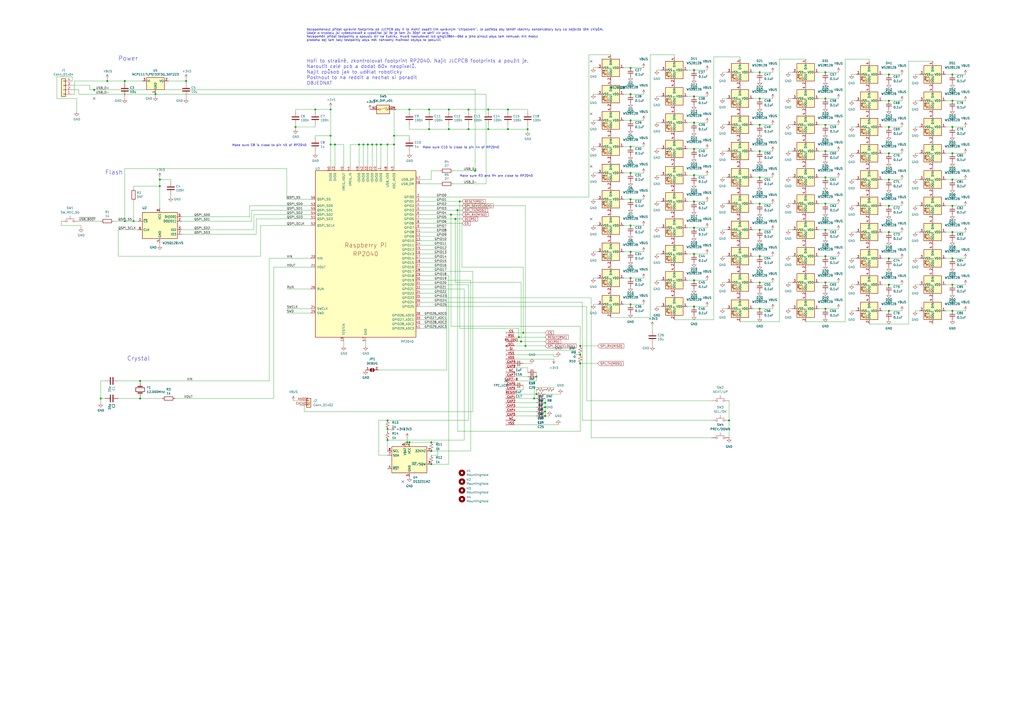
<source format=kicad_sch>
(kicad_sch (version 20211123) (generator eeschema)
  (paper "A2")
  (lib_symbols
    (symbol "Connector:FPC_LCD" (pin_names (offset 1.016) hide)
      (property "Reference" "J3" (at -1.27 -0.0001 0))
      (property "Value" "FPC_LCD" (at -1.27 2.5399 0))
      (symbol "FPC_LCD_1_1"
        (pin unspecified line (at -5.08 10.16 0) (length 3.81) (name "7") (number "CAP1"))
        (pin unspecified line (at -5.08 12.7 0) (length 3.81) (name "6") (number "CAP2"))
        (pin unspecified line (at -5.08 15.24 0) (length 3.81) (name "5") (number "CAP3"))
        (pin unspecified line (at -5.08 17.78 0) (length 3.81) (name "4") (number "CAP4"))
        (pin unspecified line (at -5.08 20.32 0) (length 3.81) (name "3") (number "CAP5"))
        (pin unspecified line (at -5.08 2.54 0) (length 3.81) (name "10") (number "CAP6"))
        (pin unspecified line (at -5.08 5.08 0) (length 3.81) (name "9") (number "CAP6"))
        (pin unspecified line (at -5.08 -2.54 0) (length 3.81) (name "12") (number "CAP7"))
        (pin unspecified line (at -5.08 0 0) (length 3.81) (name "11") (number "CAP7-8"))
        (pin unspecified line (at -5.08 -7.62 0) (length 3.81) (name "14") (number "CAP8"))
        (pin unspecified line (at -5.08 -10.16 0) (length 3.81) (name "15") (number "CAP9"))
        (pin input line (at -5.08 -27.94 0) (length 3.81) (name "22") (number "CS"))
        (pin no_connect line (at -5.08 -5.08 0) (length 3.81) (name "13") (number "NC"))
        (pin no_connect line (at -5.08 22.86 0) (length 3.81) (name "2") (number "NC"))
        (pin unspecified line (at -5.08 7.62 0) (length 3.81) (name "8") (number "RESIST"))
        (pin input line (at -5.08 -25.4 0) (length 3.81) (name "21") (number "RSE"))
        (pin input line (at -5.08 -22.86 0) (length 3.81) (name "20") (number "RS_(DS)"))
        (pin input clock (at -5.08 -20.32 0) (length 3.81) (name "19") (number "SCL"))
        (pin input line (at -5.08 -17.78 0) (length 3.81) (name "18") (number "SI"))
        (pin power_in line (at -5.08 -12.7 0) (length 3.81) (name "16") (number "VDD"))
        (pin power_in line (at -5.08 25.4 0) (length 3.81) (name "1") (number "VSS"))
        (pin power_in line (at -5.08 -15.24 0) (length 3.81) (name "17") (number "VSS"))
      )
    )
    (symbol "Connector_Generic:Conn_01x02" (pin_names (offset 1.016) hide)
      (property "Reference" "J?" (at 2.54 0.0001 0))
      (property "Value" "Conn_01x02" (at 2.54 -2.5399 0))
      (symbol "Conn_01x02_1_1"
        (pin passive line (at -5.08 0 0) (length 3.81) (name "Pin_1") (number "ANODE"))
        (pin passive line (at -5.08 -2.54 0) (length 3.81) (name "Pin_2") (number "CATHODE"))
      )
    )
    (symbol "Connector_Generic:Conn_01x04" (pin_names (offset 1.016) hide)
      (property "Reference" "J" (at 0 5.08 0))
      (property "Value" "Conn_01x04" (at 0 -7.62 0))
      (symbol "Conn_01x04_1_1"
        (pin passive line (at -5.08 2.54 0) (length 3.81) (name "Pin_1") (number "1"))
        (pin passive line (at -5.08 0 0) (length 3.81) (name "Pin_2") (number "2"))
        (pin passive line (at -5.08 -2.54 0) (length 3.81) (name "Pin_3") (number "3"))
        (pin passive line (at -5.08 -5.08 0) (length 3.81) (name "Pin_4") (number "4"))
      )
    )
    (symbol "Device:C" (pin_numbers hide) (pin_names (offset 0.254))
      (property "Reference" "C" (at 0.635 2.54 0))
      (property "Value" "C" (at 0.635 -2.54 0))
      (symbol "C_1_1"
        (pin passive line (at 0 3.81 270) (length 2.794) (name "~") (number "1"))
        (pin passive line (at 0 -3.81 90) (length 2.794) (name "~") (number "2"))
      )
    )
    (symbol "Device:C_Small" (pin_numbers hide) (pin_names (offset 0.254) hide)
      (property "Reference" "C" (at 0.254 1.778 0))
      (property "Value" "C_Small" (at 0.254 -2.032 0))
      (symbol "C_Small_1_1"
        (pin passive line (at 0 2.54 270) (length 2.032) (name "~") (number "1"))
        (pin passive line (at 0 -2.54 90) (length 2.032) (name "~") (number "2"))
      )
    )
    (symbol "Device:Crystal" (pin_numbers hide) (pin_names (offset 1.016) hide)
      (property "Reference" "Y" (at 0 3.81 0))
      (property "Value" "Crystal" (at 0 -3.81 0))
      (symbol "Crystal_1_1"
        (pin passive line (at -3.81 0 0) (length 1.27) (name "1") (number "1"))
        (pin passive line (at 3.81 0 180) (length 1.27) (name "2") (number "2"))
      )
    )
    (symbol "Device:R" (pin_numbers hide) (pin_names (offset 0))
      (property "Reference" "R" (at 2.032 0 90))
      (property "Value" "R" (at 0 0 90))
      (symbol "R_1_1"
        (pin passive line (at 0 3.81 270) (length 1.27) (name "~") (number "1"))
        (pin passive line (at 0 -3.81 90) (length 1.27) (name "~") (number "2"))
      )
    )
    (symbol "Device:R_Small_US" (pin_numbers hide) (pin_names (offset 0.254) hide)
      (property "Reference" "R" (at 0.762 0.508 0))
      (property "Value" "R_Small_US" (at 0.762 -1.016 0))
      (symbol "R_Small_US_1_1"
        (pin passive line (at 0 2.54 270) (length 1.016) (name "~") (number "1"))
        (pin passive line (at 0 -2.54 90) (length 1.016) (name "~") (number "2"))
      )
    )
    (symbol "Jumper:SolderJumper_2_Open" (pin_names (offset 0) hide)
      (property "Reference" "JP" (at 0 2.032 0))
      (property "Value" "SolderJumper_2_Open" (at 0 -2.54 0))
      (symbol "SolderJumper_2_Open_1_1"
        (pin passive line (at -3.81 0 0) (length 2.54) (name "A") (number "1"))
        (pin passive line (at 3.81 0 180) (length 2.54) (name "B") (number "2"))
      )
    )
    (symbol "LED:WS2812B" (pin_names (offset 0.254)) (in_bom no)
      (property "Reference" "D" (at 5.08 5.715 0))
      (property "Value" "WS2812B" (at 1.27 -5.715 0))
      (symbol "WS2812B_0_0"
        (text "RGB" (at 2.286 -4.191 0) (effects (font (size 0.762 0.762))))
      )
      (symbol "WS2812B_1_1"
        (pin power_in line (at 0 7.62 270) (length 2.54) (name "VDD") (number "1"))
        (pin output line (at 7.62 0 180) (length 2.54) (name "DOUT") (number "2"))
        (pin power_in line (at 0 -7.62 90) (length 2.54) (name "VSS") (number "3"))
        (pin input line (at -7.62 0 0) (length 2.54) (name "DIN") (number "4"))
      )
    )
    (symbol "MCU_RaspberryPi_RP2040:RP2040" (pin_names (offset 1.016))
      (property "Reference" "U" (at -29.21 49.53 0))
      (property "Value" "RP2040" (at 24.13 -49.53 0))
      (symbol "RP2040_0_0"
        (text "Raspberry Pi" (at 0 5.08 0) (effects (font (size 2.54 2.54))))
        (text "RP2040" (at 0 0 0) (effects (font (size 2.54 2.54))))
      )
      (symbol "RP2040_1_1"
        (pin power_in line (at 8.89 50.8 270) (length 2.54) (name "IOVDD") (number "1"))
        (pin power_in line (at 6.35 50.8 270) (length 2.54) (name "IOVDD") (number "10"))
        (pin bidirectional line (at 31.75 12.7 180) (length 2.54) (name "GPIO8") (number "11"))
        (pin bidirectional line (at 31.75 10.16 180) (length 2.54) (name "GPIO9") (number "12"))
        (pin bidirectional line (at 31.75 7.62 180) (length 2.54) (name "GPIO10") (number "13"))
        (pin bidirectional line (at 31.75 5.08 180) (length 2.54) (name "GPIO11") (number "14"))
        (pin bidirectional line (at 31.75 2.54 180) (length 2.54) (name "GPIO12") (number "15"))
        (pin bidirectional line (at 31.75 0 180) (length 2.54) (name "GPIO13") (number "16"))
        (pin bidirectional line (at 31.75 -2.54 180) (length 2.54) (name "GPIO14") (number "17"))
        (pin bidirectional line (at 31.75 -5.08 180) (length 2.54) (name "GPIO15") (number "18"))
        (pin passive line (at -12.7 -50.8 90) (length 2.54) (name "TESTEN") (number "19"))
        (pin bidirectional line (at 31.75 33.02 180) (length 2.54) (name "GPIO0") (number "2"))
        (pin input line (at -31.75 -2.54 0) (length 2.54) (name "XIN") (number "20"))
        (pin passive line (at -31.75 -7.62 0) (length 2.54) (name "XOUT") (number "21"))
        (pin power_in line (at 3.81 50.8 270) (length 2.54) (name "IOVDD") (number "22"))
        (pin power_in line (at -17.78 50.8 270) (length 2.54) (name "DVDD") (number "23"))
        (pin output line (at -31.75 -31.75 0) (length 2.54) (name "SWCLK") (number "24"))
        (pin bidirectional line (at -31.75 -34.29 0) (length 2.54) (name "SWD") (number "25"))
        (pin input line (at -31.75 -20.32 0) (length 2.54) (name "RUN") (number "26"))
        (pin bidirectional line (at 31.75 -7.62 180) (length 2.54) (name "GPIO16") (number "27"))
        (pin bidirectional line (at 31.75 -10.16 180) (length 2.54) (name "GPIO17") (number "28"))
        (pin bidirectional line (at 31.75 -12.7 180) (length 2.54) (name "GPIO18") (number "29"))
        (pin bidirectional line (at 31.75 30.48 180) (length 2.54) (name "GPIO1") (number "3"))
        (pin bidirectional line (at 31.75 -15.24 180) (length 2.54) (name "GPIO19") (number "30"))
        (pin bidirectional line (at 31.75 -17.78 180) (length 2.54) (name "GPIO20") (number "31"))
        (pin bidirectional line (at 31.75 -20.32 180) (length 2.54) (name "GPIO21") (number "32"))
        (pin power_in line (at 1.27 50.8 270) (length 2.54) (name "IOVDD") (number "33"))
        (pin bidirectional line (at 31.75 -22.86 180) (length 2.54) (name "GPIO22") (number "34"))
        (pin bidirectional line (at 31.75 -25.4 180) (length 2.54) (name "GPIO23") (number "35"))
        (pin bidirectional line (at 31.75 -27.94 180) (length 2.54) (name "GPIO24") (number "36"))
        (pin bidirectional line (at 31.75 -30.48 180) (length 2.54) (name "GPIO25") (number "37"))
        (pin bidirectional line (at 31.75 -35.56 180) (length 2.54) (name "GPIO26_ADC0") (number "38"))
        (pin bidirectional line (at 31.75 -38.1 180) (length 2.54) (name "GPIO27_ADC1") (number "39"))
        (pin bidirectional line (at 31.75 27.94 180) (length 2.54) (name "GPIO2") (number "4"))
        (pin bidirectional line (at 31.75 -40.64 180) (length 2.54) (name "GPIO28_ADC2") (number "40"))
        (pin bidirectional line (at 31.75 -43.18 180) (length 2.54) (name "GPIO29_ADC3") (number "41"))
        (pin power_in line (at -1.27 50.8 270) (length 2.54) (name "IOVDD") (number "42"))
        (pin power_in line (at 16.51 50.8 270) (length 2.54) (name "ADC_AVDD") (number "43"))
        (pin power_in line (at -8.89 50.8 270) (length 2.54) (name "VREG_IN") (number "44"))
        (pin power_out line (at -12.7 50.8 270) (length 2.54) (name "VREG_VOUT") (number "45"))
        (pin bidirectional line (at 31.75 40.64 180) (length 2.54) (name "USB_DM") (number "46"))
        (pin bidirectional line (at 31.75 43.18 180) (length 2.54) (name "USB_DP") (number "47"))
        (pin power_in line (at 12.7 50.8 270) (length 2.54) (name "USB_VDD") (number "48"))
        (pin power_in line (at -3.81 50.8 270) (length 2.54) (name "IOVDD") (number "49"))
        (pin bidirectional line (at 31.75 25.4 180) (length 2.54) (name "GPIO3") (number "5"))
        (pin power_in line (at -20.32 50.8 270) (length 2.54) (name "DVDD") (number "50"))
        (pin bidirectional line (at -31.75 20.32 0) (length 2.54) (name "QSPI_SD3") (number "51"))
        (pin output line (at -31.75 16.51 0) (length 2.54) (name "QSPI_SCLK") (number "52"))
        (pin bidirectional line (at -31.75 27.94 0) (length 2.54) (name "QSPI_SD0") (number "53"))
        (pin bidirectional line (at -31.75 22.86 0) (length 2.54) (name "QSPI_SD2") (number "54"))
        (pin bidirectional line (at -31.75 25.4 0) (length 2.54) (name "QSPI_SD1") (number "55"))
        (pin bidirectional line (at -31.75 31.75 0) (length 2.54) (name "QSPI_SS") (number "56"))
        (pin power_in line (at 0 -50.8 90) (length 2.54) (name "GND") (number "57"))
        (pin bidirectional line (at 31.75 22.86 180) (length 2.54) (name "GPIO4") (number "6"))
        (pin bidirectional line (at 31.75 20.32 180) (length 2.54) (name "GPIO5") (number "7"))
        (pin bidirectional line (at 31.75 17.78 180) (length 2.54) (name "GPIO6") (number "8"))
        (pin bidirectional line (at 31.75 15.24 180) (length 2.54) (name "GPIO7") (number "9"))
      )
    )
    (symbol "Mechanical:MountingHole" (pin_names (offset 1.016))
      (property "Reference" "H" (at 0 5.08 0))
      (property "Value" "MountingHole" (at 0 3.175 0))
    )
    (symbol "Memory_Flash:W25Q128JVS"
      (property "Reference" "U" (at -8.89 8.89 0))
      (property "Value" "W25Q128JVS" (at 7.62 8.89 0))
      (symbol "W25Q128JVS_1_1"
        (pin input line (at -12.7 2.54 0) (length 2.54) (name "~{CS}") (number "1"))
        (pin bidirectional line (at 12.7 2.54 180) (length 2.54) (name "DO(IO1)") (number "2"))
        (pin bidirectional line (at 12.7 -2.54 180) (length 2.54) (name "IO2") (number "3"))
        (pin power_in line (at 0 -10.16 90) (length 2.54) (name "GND") (number "4"))
        (pin bidirectional line (at 12.7 5.08 180) (length 2.54) (name "DI(IO0)") (number "5"))
        (pin input line (at -12.7 -2.54 0) (length 2.54) (name "CLK") (number "6"))
        (pin bidirectional line (at 12.7 -5.08 180) (length 2.54) (name "IO3") (number "7"))
        (pin power_in line (at 0 10.16 270) (length 2.54) (name "VCC") (number "8"))
      )
    )
    (symbol "Regulator_Linear:NCP1117-3.3_SOT223" (pin_names (offset 0.254))
      (property "Reference" "U" (at -3.81 3.175 0))
      (property "Value" "NCP1117-3.3_SOT223" (at 0 3.175 0))
      (symbol "NCP1117-3.3_SOT223_1_1"
        (pin power_in line (at 0 -7.62 90) (length 2.54) (name "GND") (number "1"))
        (pin power_out line (at 7.62 0 180) (length 2.54) (name "VO") (number "2"))
        (pin power_in line (at -7.62 0 0) (length 2.54) (name "VI") (number "3"))
      )
    )
    (symbol "Switch:SW_DIP_x01" (pin_names (offset 0) hide)
      (property "Reference" "SW5" (at 0 7.62 0))
      (property "Value" "SW_DIP_x01" (at 0 5.08 0))
      (symbol "SW_DIP_x01_1_1"
        (pin passive line (at 7.62 0 180) (length 5.08) (name "~") (number "COM"))
        (pin passive line (at -7.62 0 0) (length 5.08) (name "~") (number "NO"))
      )
    )
    (symbol "Switch:SW_MEC_5G" (pin_numbers hide) (pin_names (offset 1.016) hide)
      (property "Reference" "SW" (at 1.27 2.54 0))
      (property "Value" "SW_MEC_5G" (at 0 -1.524 0))
      (symbol "SW_MEC_5G_0_1"
        (pin passive line (at -5.08 0 0) (length 2.54) (name "A") (number "1"))
        (pin passive line (at 5.08 0 180) (length 2.54) (name "B") (number "3"))
      )
      (symbol "SW_MEC_5G_1_1"
        (pin passive line (at -5.08 0 0) (length 2.54) hide (name "A") (number "2"))
        (pin passive line (at 5.08 0 180) (length 2.54) hide (name "B") (number "4"))
      )
    )
    (symbol "Timer_RTC:DS3231MZ"
      (property "Reference" "U" (at -7.62 8.89 0))
      (property "Value" "DS3231MZ" (at 11.43 8.89 0))
      (symbol "DS3231MZ_1_1"
        (pin open_collector line (at 12.7 5.08 180) (length 2.54) (name "32KHZ") (number "1"))
        (pin power_in line (at 0 10.16 270) (length 2.54) (name "VCC") (number "2"))
        (pin open_collector line (at 12.7 -2.54 180) (length 2.54) (name "~{INT}/SQW") (number "3"))
        (pin bidirectional line (at -12.7 -5.08 0) (length 2.54) (name "~{RST}") (number "4"))
        (pin power_in line (at 0 -10.16 90) (length 2.54) (name "GND") (number "5"))
        (pin power_in line (at -2.54 10.16 270) (length 2.54) (name "VBAT") (number "6"))
        (pin bidirectional line (at -12.7 2.54 0) (length 2.54) (name "SDA") (number "7"))
        (pin input line (at -12.7 5.08 0) (length 2.54) (name "SCL") (number "8"))
      )
    )
    (symbol "WS2812B_1" (pin_names (offset 0.254)) (in_bom no)
      (property "Reference" "D" (at 5.08 5.715 0))
      (property "Value" "WS2812B_1" (at 1.27 -5.715 0))
      (symbol "WS2812B_1_0_0"
        (text "RGB" (at 2.286 -4.191 0) (effects (font (size 0.762 0.762))))
      )
      (symbol "WS2812B_1_1_1"
        (pin power_in line (at 0 7.62 270) (length 2.54) (name "VDD") (number "1"))
        (pin output line (at 7.62 0 180) (length 2.54) (name "DOUT") (number "2"))
        (pin power_in line (at 0 -7.62 90) (length 2.54) (name "VSS") (number "3"))
        (pin input line (at -7.62 0 0) (length 2.54) (name "DIN") (number "4"))
      )
    )
    (symbol "WS2812B_10" (pin_names (offset 0.254)) (in_bom no)
      (property "Reference" "D" (at 5.08 5.715 0))
      (property "Value" "WS2812B_10" (at 1.27 -5.715 0))
      (symbol "WS2812B_10_0_0"
        (text "RGB" (at 2.286 -4.191 0) (effects (font (size 0.762 0.762))))
      )
      (symbol "WS2812B_10_1_1"
        (pin power_in line (at 0 7.62 270) (length 2.54) (name "VDD") (number "1"))
        (pin output line (at 7.62 0 180) (length 2.54) (name "DOUT") (number "2"))
        (pin power_in line (at 0 -7.62 90) (length 2.54) (name "VSS") (number "3"))
        (pin input line (at -7.62 0 0) (length 2.54) (name "DIN") (number "4"))
      )
    )
    (symbol "WS2812B_11" (pin_names (offset 0.254)) (in_bom no)
      (property "Reference" "D" (at 5.08 5.715 0))
      (property "Value" "WS2812B_11" (at 1.27 -5.715 0))
      (symbol "WS2812B_11_0_0"
        (text "RGB" (at 2.286 -4.191 0) (effects (font (size 0.762 0.762))))
      )
      (symbol "WS2812B_11_1_1"
        (pin power_in line (at 0 7.62 270) (length 2.54) (name "VDD") (number "1"))
        (pin output line (at 7.62 0 180) (length 2.54) (name "DOUT") (number "2"))
        (pin power_in line (at 0 -7.62 90) (length 2.54) (name "VSS") (number "3"))
        (pin input line (at -7.62 0 0) (length 2.54) (name "DIN") (number "4"))
      )
    )
    (symbol "WS2812B_12" (pin_names (offset 0.254)) (in_bom no)
      (property "Reference" "D" (at 5.08 5.715 0))
      (property "Value" "WS2812B_12" (at 1.27 -5.715 0))
      (symbol "WS2812B_12_0_0"
        (text "RGB" (at 2.286 -4.191 0) (effects (font (size 0.762 0.762))))
      )
      (symbol "WS2812B_12_1_1"
        (pin power_in line (at 0 7.62 270) (length 2.54) (name "VDD") (number "1"))
        (pin output line (at 7.62 0 180) (length 2.54) (name "DOUT") (number "2"))
        (pin power_in line (at 0 -7.62 90) (length 2.54) (name "VSS") (number "3"))
        (pin input line (at -7.62 0 0) (length 2.54) (name "DIN") (number "4"))
      )
    )
    (symbol "WS2812B_13" (pin_names (offset 0.254)) (in_bom no)
      (property "Reference" "D" (at 5.08 5.715 0))
      (property "Value" "WS2812B_13" (at 1.27 -5.715 0))
      (symbol "WS2812B_13_0_0"
        (text "RGB" (at 2.286 -4.191 0) (effects (font (size 0.762 0.762))))
      )
      (symbol "WS2812B_13_1_1"
        (pin power_in line (at 0 7.62 270) (length 2.54) (name "VDD") (number "1"))
        (pin output line (at 7.62 0 180) (length 2.54) (name "DOUT") (number "2"))
        (pin power_in line (at 0 -7.62 90) (length 2.54) (name "VSS") (number "3"))
        (pin input line (at -7.62 0 0) (length 2.54) (name "DIN") (number "4"))
      )
    )
    (symbol "WS2812B_14" (pin_names (offset 0.254)) (in_bom no)
      (property "Reference" "D" (at 5.08 5.715 0))
      (property "Value" "WS2812B_14" (at 1.27 -5.715 0))
      (symbol "WS2812B_14_0_0"
        (text "RGB" (at 2.286 -4.191 0) (effects (font (size 0.762 0.762))))
      )
      (symbol "WS2812B_14_1_1"
        (pin power_in line (at 0 7.62 270) (length 2.54) (name "VDD") (number "1"))
        (pin output line (at 7.62 0 180) (length 2.54) (name "DOUT") (number "2"))
        (pin power_in line (at 0 -7.62 90) (length 2.54) (name "VSS") (number "3"))
        (pin input line (at -7.62 0 0) (length 2.54) (name "DIN") (number "4"))
      )
    )
    (symbol "WS2812B_15" (pin_names (offset 0.254)) (in_bom no)
      (property "Reference" "D" (at 5.08 5.715 0))
      (property "Value" "WS2812B_15" (at 1.27 -5.715 0))
      (symbol "WS2812B_15_0_0"
        (text "RGB" (at 2.286 -4.191 0) (effects (font (size 0.762 0.762))))
      )
      (symbol "WS2812B_15_1_1"
        (pin power_in line (at 0 7.62 270) (length 2.54) (name "VDD") (number "1"))
        (pin output line (at 7.62 0 180) (length 2.54) (name "DOUT") (number "2"))
        (pin power_in line (at 0 -7.62 90) (length 2.54) (name "VSS") (number "3"))
        (pin input line (at -7.62 0 0) (length 2.54) (name "DIN") (number "4"))
      )
    )
    (symbol "WS2812B_16" (pin_names (offset 0.254)) (in_bom no)
      (property "Reference" "D" (at 5.08 5.715 0))
      (property "Value" "WS2812B_16" (at 1.27 -5.715 0))
      (symbol "WS2812B_16_0_0"
        (text "RGB" (at 2.286 -4.191 0) (effects (font (size 0.762 0.762))))
      )
      (symbol "WS2812B_16_1_1"
        (pin power_in line (at 0 7.62 270) (length 2.54) (name "VDD") (number "1"))
        (pin output line (at 7.62 0 180) (length 2.54) (name "DOUT") (number "2"))
        (pin power_in line (at 0 -7.62 90) (length 2.54) (name "VSS") (number "3"))
        (pin input line (at -7.62 0 0) (length 2.54) (name "DIN") (number "4"))
      )
    )
    (symbol "WS2812B_17" (pin_names (offset 0.254)) (in_bom no)
      (property "Reference" "D" (at 5.08 5.715 0))
      (property "Value" "WS2812B_17" (at 1.27 -5.715 0))
      (symbol "WS2812B_17_0_0"
        (text "RGB" (at 2.286 -4.191 0) (effects (font (size 0.762 0.762))))
      )
      (symbol "WS2812B_17_1_1"
        (pin power_in line (at 0 7.62 270) (length 2.54) (name "VDD") (number "1"))
        (pin output line (at 7.62 0 180) (length 2.54) (name "DOUT") (number "2"))
        (pin power_in line (at 0 -7.62 90) (length 2.54) (name "VSS") (number "3"))
        (pin input line (at -7.62 0 0) (length 2.54) (name "DIN") (number "4"))
      )
    )
    (symbol "WS2812B_18" (pin_names (offset 0.254)) (in_bom no)
      (property "Reference" "D" (at 5.08 5.715 0))
      (property "Value" "WS2812B_18" (at 1.27 -5.715 0))
      (symbol "WS2812B_18_0_0"
        (text "RGB" (at 2.286 -4.191 0) (effects (font (size 0.762 0.762))))
      )
      (symbol "WS2812B_18_1_1"
        (pin power_in line (at 0 7.62 270) (length 2.54) (name "VDD") (number "1"))
        (pin output line (at 7.62 0 180) (length 2.54) (name "DOUT") (number "2"))
        (pin power_in line (at 0 -7.62 90) (length 2.54) (name "VSS") (number "3"))
        (pin input line (at -7.62 0 0) (length 2.54) (name "DIN") (number "4"))
      )
    )
    (symbol "WS2812B_19" (pin_names (offset 0.254)) (in_bom no)
      (property "Reference" "D" (at 5.08 5.715 0))
      (property "Value" "WS2812B_19" (at 1.27 -5.715 0))
      (symbol "WS2812B_19_0_0"
        (text "RGB" (at 2.286 -4.191 0) (effects (font (size 0.762 0.762))))
      )
      (symbol "WS2812B_19_1_1"
        (pin power_in line (at 0 7.62 270) (length 2.54) (name "VDD") (number "1"))
        (pin output line (at 7.62 0 180) (length 2.54) (name "DOUT") (number "2"))
        (pin power_in line (at 0 -7.62 90) (length 2.54) (name "VSS") (number "3"))
        (pin input line (at -7.62 0 0) (length 2.54) (name "DIN") (number "4"))
      )
    )
    (symbol "WS2812B_2" (pin_names (offset 0.254)) (in_bom no)
      (property "Reference" "D" (at 5.08 5.715 0))
      (property "Value" "WS2812B_2" (at 1.27 -5.715 0))
      (symbol "WS2812B_2_0_0"
        (text "RGB" (at 2.286 -4.191 0) (effects (font (size 0.762 0.762))))
      )
      (symbol "WS2812B_2_1_1"
        (pin power_in line (at 0 7.62 270) (length 2.54) (name "VDD") (number "1"))
        (pin output line (at 7.62 0 180) (length 2.54) (name "DOUT") (number "2"))
        (pin power_in line (at 0 -7.62 90) (length 2.54) (name "VSS") (number "3"))
        (pin input line (at -7.62 0 0) (length 2.54) (name "DIN") (number "4"))
      )
    )
    (symbol "WS2812B_20" (pin_names (offset 0.254)) (in_bom no)
      (property "Reference" "D" (at 5.08 5.715 0))
      (property "Value" "WS2812B_20" (at 1.27 -5.715 0))
      (symbol "WS2812B_20_0_0"
        (text "RGB" (at 2.286 -4.191 0) (effects (font (size 0.762 0.762))))
      )
      (symbol "WS2812B_20_1_1"
        (pin power_in line (at 0 7.62 270) (length 2.54) (name "VDD") (number "1"))
        (pin output line (at 7.62 0 180) (length 2.54) (name "DOUT") (number "2"))
        (pin power_in line (at 0 -7.62 90) (length 2.54) (name "VSS") (number "3"))
        (pin input line (at -7.62 0 0) (length 2.54) (name "DIN") (number "4"))
      )
    )
    (symbol "WS2812B_21" (pin_names (offset 0.254)) (in_bom no)
      (property "Reference" "D" (at 5.08 5.715 0))
      (property "Value" "WS2812B_21" (at 1.27 -5.715 0))
      (symbol "WS2812B_21_0_0"
        (text "RGB" (at 2.286 -4.191 0) (effects (font (size 0.762 0.762))))
      )
      (symbol "WS2812B_21_1_1"
        (pin power_in line (at 0 7.62 270) (length 2.54) (name "VDD") (number "1"))
        (pin output line (at 7.62 0 180) (length 2.54) (name "DOUT") (number "2"))
        (pin power_in line (at 0 -7.62 90) (length 2.54) (name "VSS") (number "3"))
        (pin input line (at -7.62 0 0) (length 2.54) (name "DIN") (number "4"))
      )
    )
    (symbol "WS2812B_22" (pin_names (offset 0.254)) (in_bom no)
      (property "Reference" "D" (at 5.08 5.715 0))
      (property "Value" "WS2812B_22" (at 1.27 -5.715 0))
      (symbol "WS2812B_22_0_0"
        (text "RGB" (at 2.286 -4.191 0) (effects (font (size 0.762 0.762))))
      )
      (symbol "WS2812B_22_1_1"
        (pin power_in line (at 0 7.62 270) (length 2.54) (name "VDD") (number "1"))
        (pin output line (at 7.62 0 180) (length 2.54) (name "DOUT") (number "2"))
        (pin power_in line (at 0 -7.62 90) (length 2.54) (name "VSS") (number "3"))
        (pin input line (at -7.62 0 0) (length 2.54) (name "DIN") (number "4"))
      )
    )
    (symbol "WS2812B_23" (pin_names (offset 0.254)) (in_bom no)
      (property "Reference" "D" (at 5.08 5.715 0))
      (property "Value" "WS2812B_23" (at 1.27 -5.715 0))
      (symbol "WS2812B_23_0_0"
        (text "RGB" (at 2.286 -4.191 0) (effects (font (size 0.762 0.762))))
      )
      (symbol "WS2812B_23_1_1"
        (pin power_in line (at 0 7.62 270) (length 2.54) (name "VDD") (number "1"))
        (pin output line (at 7.62 0 180) (length 2.54) (name "DOUT") (number "2"))
        (pin power_in line (at 0 -7.62 90) (length 2.54) (name "VSS") (number "3"))
        (pin input line (at -7.62 0 0) (length 2.54) (name "DIN") (number "4"))
      )
    )
    (symbol "WS2812B_24" (pin_names (offset 0.254)) (in_bom no)
      (property "Reference" "D" (at 5.08 5.715 0))
      (property "Value" "WS2812B_24" (at 1.27 -5.715 0))
      (symbol "WS2812B_24_0_0"
        (text "RGB" (at 2.286 -4.191 0) (effects (font (size 0.762 0.762))))
      )
      (symbol "WS2812B_24_1_1"
        (pin power_in line (at 0 7.62 270) (length 2.54) (name "VDD") (number "1"))
        (pin output line (at 7.62 0 180) (length 2.54) (name "DOUT") (number "2"))
        (pin power_in line (at 0 -7.62 90) (length 2.54) (name "VSS") (number "3"))
        (pin input line (at -7.62 0 0) (length 2.54) (name "DIN") (number "4"))
      )
    )
    (symbol "WS2812B_25" (pin_names (offset 0.254)) (in_bom no)
      (property "Reference" "D" (at 5.08 5.715 0))
      (property "Value" "WS2812B_25" (at 1.27 -5.715 0))
      (symbol "WS2812B_25_0_0"
        (text "RGB" (at 2.286 -4.191 0) (effects (font (size 0.762 0.762))))
      )
      (symbol "WS2812B_25_1_1"
        (pin power_in line (at 0 7.62 270) (length 2.54) (name "VDD") (number "1"))
        (pin output line (at 7.62 0 180) (length 2.54) (name "DOUT") (number "2"))
        (pin power_in line (at 0 -7.62 90) (length 2.54) (name "VSS") (number "3"))
        (pin input line (at -7.62 0 0) (length 2.54) (name "DIN") (number "4"))
      )
    )
    (symbol "WS2812B_26" (pin_names (offset 0.254)) (in_bom no)
      (property "Reference" "D" (at 5.08 5.715 0))
      (property "Value" "WS2812B_26" (at 1.27 -5.715 0))
      (symbol "WS2812B_26_0_0"
        (text "RGB" (at 2.286 -4.191 0) (effects (font (size 0.762 0.762))))
      )
      (symbol "WS2812B_26_1_1"
        (pin power_in line (at 0 7.62 270) (length 2.54) (name "VDD") (number "1"))
        (pin output line (at 7.62 0 180) (length 2.54) (name "DOUT") (number "2"))
        (pin power_in line (at 0 -7.62 90) (length 2.54) (name "VSS") (number "3"))
        (pin input line (at -7.62 0 0) (length 2.54) (name "DIN") (number "4"))
      )
    )
    (symbol "WS2812B_27" (pin_names (offset 0.254)) (in_bom no)
      (property "Reference" "D" (at 5.08 5.715 0))
      (property "Value" "WS2812B_27" (at 1.27 -5.715 0))
      (symbol "WS2812B_27_0_0"
        (text "RGB" (at 2.286 -4.191 0) (effects (font (size 0.762 0.762))))
      )
      (symbol "WS2812B_27_1_1"
        (pin power_in line (at 0 7.62 270) (length 2.54) (name "VDD") (number "1"))
        (pin output line (at 7.62 0 180) (length 2.54) (name "DOUT") (number "2"))
        (pin power_in line (at 0 -7.62 90) (length 2.54) (name "VSS") (number "3"))
        (pin input line (at -7.62 0 0) (length 2.54) (name "DIN") (number "4"))
      )
    )
    (symbol "WS2812B_28" (pin_names (offset 0.254)) (in_bom no)
      (property "Reference" "D" (at 5.08 5.715 0))
      (property "Value" "WS2812B_28" (at 1.27 -5.715 0))
      (symbol "WS2812B_28_0_0"
        (text "RGB" (at 2.286 -4.191 0) (effects (font (size 0.762 0.762))))
      )
      (symbol "WS2812B_28_1_1"
        (pin power_in line (at 0 7.62 270) (length 2.54) (name "VDD") (number "1"))
        (pin output line (at 7.62 0 180) (length 2.54) (name "DOUT") (number "2"))
        (pin power_in line (at 0 -7.62 90) (length 2.54) (name "VSS") (number "3"))
        (pin input line (at -7.62 0 0) (length 2.54) (name "DIN") (number "4"))
      )
    )
    (symbol "WS2812B_29" (pin_names (offset 0.254)) (in_bom no)
      (property "Reference" "D" (at 5.08 5.715 0))
      (property "Value" "WS2812B_29" (at 1.27 -5.715 0))
      (symbol "WS2812B_29_0_0"
        (text "RGB" (at 2.286 -4.191 0) (effects (font (size 0.762 0.762))))
      )
      (symbol "WS2812B_29_1_1"
        (pin power_in line (at 0 7.62 270) (length 2.54) (name "VDD") (number "1"))
        (pin output line (at 7.62 0 180) (length 2.54) (name "DOUT") (number "2"))
        (pin power_in line (at 0 -7.62 90) (length 2.54) (name "VSS") (number "3"))
        (pin input line (at -7.62 0 0) (length 2.54) (name "DIN") (number "4"))
      )
    )
    (symbol "WS2812B_3" (pin_names (offset 0.254)) (in_bom no)
      (property "Reference" "D" (at 5.08 5.715 0))
      (property "Value" "WS2812B_3" (at 1.27 -5.715 0))
      (symbol "WS2812B_3_0_0"
        (text "RGB" (at 2.286 -4.191 0) (effects (font (size 0.762 0.762))))
      )
      (symbol "WS2812B_3_1_1"
        (pin power_in line (at 0 7.62 270) (length 2.54) (name "VDD") (number "1"))
        (pin output line (at 7.62 0 180) (length 2.54) (name "DOUT") (number "2"))
        (pin power_in line (at 0 -7.62 90) (length 2.54) (name "VSS") (number "3"))
        (pin input line (at -7.62 0 0) (length 2.54) (name "DIN") (number "4"))
      )
    )
    (symbol "WS2812B_30" (pin_names (offset 0.254)) (in_bom no)
      (property "Reference" "D" (at 5.08 5.715 0))
      (property "Value" "WS2812B_30" (at 1.27 -5.715 0))
      (symbol "WS2812B_30_0_0"
        (text "RGB" (at 2.286 -4.191 0) (effects (font (size 0.762 0.762))))
      )
      (symbol "WS2812B_30_1_1"
        (pin power_in line (at 0 7.62 270) (length 2.54) (name "VDD") (number "1"))
        (pin output line (at 7.62 0 180) (length 2.54) (name "DOUT") (number "2"))
        (pin power_in line (at 0 -7.62 90) (length 2.54) (name "VSS") (number "3"))
        (pin input line (at -7.62 0 0) (length 2.54) (name "DIN") (number "4"))
      )
    )
    (symbol "WS2812B_31" (pin_names (offset 0.254)) (in_bom no)
      (property "Reference" "D" (at 5.08 5.715 0))
      (property "Value" "WS2812B_31" (at 1.27 -5.715 0))
      (symbol "WS2812B_31_0_0"
        (text "RGB" (at 2.286 -4.191 0) (effects (font (size 0.762 0.762))))
      )
      (symbol "WS2812B_31_1_1"
        (pin power_in line (at 0 7.62 270) (length 2.54) (name "VDD") (number "1"))
        (pin output line (at 7.62 0 180) (length 2.54) (name "DOUT") (number "2"))
        (pin power_in line (at 0 -7.62 90) (length 2.54) (name "VSS") (number "3"))
        (pin input line (at -7.62 0 0) (length 2.54) (name "DIN") (number "4"))
      )
    )
    (symbol "WS2812B_32" (pin_names (offset 0.254)) (in_bom no)
      (property "Reference" "D" (at 5.08 5.715 0))
      (property "Value" "WS2812B_32" (at 1.27 -5.715 0))
      (symbol "WS2812B_32_0_0"
        (text "RGB" (at 2.286 -4.191 0) (effects (font (size 0.762 0.762))))
      )
      (symbol "WS2812B_32_1_1"
        (pin power_in line (at 0 7.62 270) (length 2.54) (name "VDD") (number "1"))
        (pin output line (at 7.62 0 180) (length 2.54) (name "DOUT") (number "2"))
        (pin power_in line (at 0 -7.62 90) (length 2.54) (name "VSS") (number "3"))
        (pin input line (at -7.62 0 0) (length 2.54) (name "DIN") (number "4"))
      )
    )
    (symbol "WS2812B_33" (pin_names (offset 0.254)) (in_bom no)
      (property "Reference" "D" (at 5.08 5.715 0))
      (property "Value" "WS2812B_33" (at 1.27 -5.715 0))
      (symbol "WS2812B_33_0_0"
        (text "RGB" (at 2.286 -4.191 0) (effects (font (size 0.762 0.762))))
      )
      (symbol "WS2812B_33_1_1"
        (pin power_in line (at 0 7.62 270) (length 2.54) (name "VDD") (number "1"))
        (pin output line (at 7.62 0 180) (length 2.54) (name "DOUT") (number "2"))
        (pin power_in line (at 0 -7.62 90) (length 2.54) (name "VSS") (number "3"))
        (pin input line (at -7.62 0 0) (length 2.54) (name "DIN") (number "4"))
      )
    )
    (symbol "WS2812B_34" (pin_names (offset 0.254)) (in_bom no)
      (property "Reference" "D" (at 5.08 5.715 0))
      (property "Value" "WS2812B_34" (at 1.27 -5.715 0))
      (symbol "WS2812B_34_0_0"
        (text "RGB" (at 2.286 -4.191 0) (effects (font (size 0.762 0.762))))
      )
      (symbol "WS2812B_34_1_1"
        (pin power_in line (at 0 7.62 270) (length 2.54) (name "VDD") (number "1"))
        (pin output line (at 7.62 0 180) (length 2.54) (name "DOUT") (number "2"))
        (pin power_in line (at 0 -7.62 90) (length 2.54) (name "VSS") (number "3"))
        (pin input line (at -7.62 0 0) (length 2.54) (name "DIN") (number "4"))
      )
    )
    (symbol "WS2812B_35" (pin_names (offset 0.254)) (in_bom no)
      (property "Reference" "D" (at 5.08 5.715 0))
      (property "Value" "WS2812B_35" (at 1.27 -5.715 0))
      (symbol "WS2812B_35_0_0"
        (text "RGB" (at 2.286 -4.191 0) (effects (font (size 0.762 0.762))))
      )
      (symbol "WS2812B_35_1_1"
        (pin power_in line (at 0 7.62 270) (length 2.54) (name "VDD") (number "1"))
        (pin output line (at 7.62 0 180) (length 2.54) (name "DOUT") (number "2"))
        (pin power_in line (at 0 -7.62 90) (length 2.54) (name "VSS") (number "3"))
        (pin input line (at -7.62 0 0) (length 2.54) (name "DIN") (number "4"))
      )
    )
    (symbol "WS2812B_36" (pin_names (offset 0.254)) (in_bom no)
      (property "Reference" "D" (at 5.08 5.715 0))
      (property "Value" "WS2812B_36" (at 1.27 -5.715 0))
      (symbol "WS2812B_36_0_0"
        (text "RGB" (at 2.286 -4.191 0) (effects (font (size 0.762 0.762))))
      )
      (symbol "WS2812B_36_1_1"
        (pin power_in line (at 0 7.62 270) (length 2.54) (name "VDD") (number "1"))
        (pin output line (at 7.62 0 180) (length 2.54) (name "DOUT") (number "2"))
        (pin power_in line (at 0 -7.62 90) (length 2.54) (name "VSS") (number "3"))
        (pin input line (at -7.62 0 0) (length 2.54) (name "DIN") (number "4"))
      )
    )
    (symbol "WS2812B_37" (pin_names (offset 0.254)) (in_bom no)
      (property "Reference" "D" (at 5.08 5.715 0))
      (property "Value" "WS2812B_37" (at 1.27 -5.715 0))
      (symbol "WS2812B_37_0_0"
        (text "RGB" (at 2.286 -4.191 0) (effects (font (size 0.762 0.762))))
      )
      (symbol "WS2812B_37_1_1"
        (pin power_in line (at 0 7.62 270) (length 2.54) (name "VDD") (number "1"))
        (pin output line (at 7.62 0 180) (length 2.54) (name "DOUT") (number "2"))
        (pin power_in line (at 0 -7.62 90) (length 2.54) (name "VSS") (number "3"))
        (pin input line (at -7.62 0 0) (length 2.54) (name "DIN") (number "4"))
      )
    )
    (symbol "WS2812B_38" (pin_names (offset 0.254)) (in_bom no)
      (property "Reference" "D" (at 5.08 5.715 0))
      (property "Value" "WS2812B_38" (at 1.27 -5.715 0))
      (symbol "WS2812B_38_0_0"
        (text "RGB" (at 2.286 -4.191 0) (effects (font (size 0.762 0.762))))
      )
      (symbol "WS2812B_38_1_1"
        (pin power_in line (at 0 7.62 270) (length 2.54) (name "VDD") (number "1"))
        (pin output line (at 7.62 0 180) (length 2.54) (name "DOUT") (number "2"))
        (pin power_in line (at 0 -7.62 90) (length 2.54) (name "VSS") (number "3"))
        (pin input line (at -7.62 0 0) (length 2.54) (name "DIN") (number "4"))
      )
    )
    (symbol "WS2812B_39" (pin_names (offset 0.254)) (in_bom no)
      (property "Reference" "D" (at 5.08 5.715 0))
      (property "Value" "WS2812B_39" (at 1.27 -5.715 0))
      (symbol "WS2812B_39_0_0"
        (text "RGB" (at 2.286 -4.191 0) (effects (font (size 0.762 0.762))))
      )
      (symbol "WS2812B_39_1_1"
        (pin power_in line (at 0 7.62 270) (length 2.54) (name "VDD") (number "1"))
        (pin output line (at 7.62 0 180) (length 2.54) (name "DOUT") (number "2"))
        (pin power_in line (at 0 -7.62 90) (length 2.54) (name "VSS") (number "3"))
        (pin input line (at -7.62 0 0) (length 2.54) (name "DIN") (number "4"))
      )
    )
    (symbol "WS2812B_4" (pin_names (offset 0.254)) (in_bom no)
      (property "Reference" "D" (at 5.08 5.715 0))
      (property "Value" "WS2812B_4" (at 1.27 -5.715 0))
      (symbol "WS2812B_4_0_0"
        (text "RGB" (at 2.286 -4.191 0) (effects (font (size 0.762 0.762))))
      )
      (symbol "WS2812B_4_1_1"
        (pin power_in line (at 0 7.62 270) (length 2.54) (name "VDD") (number "1"))
        (pin output line (at 7.62 0 180) (length 2.54) (name "DOUT") (number "2"))
        (pin power_in line (at 0 -7.62 90) (length 2.54) (name "VSS") (number "3"))
        (pin input line (at -7.62 0 0) (length 2.54) (name "DIN") (number "4"))
      )
    )
    (symbol "WS2812B_40" (pin_names (offset 0.254)) (in_bom no)
      (property "Reference" "D" (at 5.08 5.715 0))
      (property "Value" "WS2812B_40" (at 1.27 -5.715 0))
      (symbol "WS2812B_40_0_0"
        (text "RGB" (at 2.286 -4.191 0) (effects (font (size 0.762 0.762))))
      )
      (symbol "WS2812B_40_1_1"
        (pin power_in line (at 0 7.62 270) (length 2.54) (name "VDD") (number "1"))
        (pin output line (at 7.62 0 180) (length 2.54) (name "DOUT") (number "2"))
        (pin power_in line (at 0 -7.62 90) (length 2.54) (name "VSS") (number "3"))
        (pin input line (at -7.62 0 0) (length 2.54) (name "DIN") (number "4"))
      )
    )
    (symbol "WS2812B_41" (pin_names (offset 0.254)) (in_bom no)
      (property "Reference" "D" (at 5.08 5.715 0))
      (property "Value" "WS2812B_41" (at 1.27 -5.715 0))
      (symbol "WS2812B_41_0_0"
        (text "RGB" (at 2.286 -4.191 0) (effects (font (size 0.762 0.762))))
      )
      (symbol "WS2812B_41_1_1"
        (pin power_in line (at 0 7.62 270) (length 2.54) (name "VDD") (number "1"))
        (pin output line (at 7.62 0 180) (length 2.54) (name "DOUT") (number "2"))
        (pin power_in line (at 0 -7.62 90) (length 2.54) (name "VSS") (number "3"))
        (pin input line (at -7.62 0 0) (length 2.54) (name "DIN") (number "4"))
      )
    )
    (symbol "WS2812B_42" (pin_names (offset 0.254)) (in_bom no)
      (property "Reference" "D" (at 5.08 5.715 0))
      (property "Value" "WS2812B_42" (at 1.27 -5.715 0))
      (symbol "WS2812B_42_0_0"
        (text "RGB" (at 2.286 -4.191 0) (effects (font (size 0.762 0.762))))
      )
      (symbol "WS2812B_42_1_1"
        (pin power_in line (at 0 7.62 270) (length 2.54) (name "VDD") (number "1"))
        (pin output line (at 7.62 0 180) (length 2.54) (name "DOUT") (number "2"))
        (pin power_in line (at 0 -7.62 90) (length 2.54) (name "VSS") (number "3"))
        (pin input line (at -7.62 0 0) (length 2.54) (name "DIN") (number "4"))
      )
    )
    (symbol "WS2812B_43" (pin_names (offset 0.254)) (in_bom no)
      (property "Reference" "D" (at 5.08 5.715 0))
      (property "Value" "WS2812B_43" (at 1.27 -5.715 0))
      (symbol "WS2812B_43_0_0"
        (text "RGB" (at 2.286 -4.191 0) (effects (font (size 0.762 0.762))))
      )
      (symbol "WS2812B_43_1_1"
        (pin power_in line (at 0 7.62 270) (length 2.54) (name "VDD") (number "1"))
        (pin output line (at 7.62 0 180) (length 2.54) (name "DOUT") (number "2"))
        (pin power_in line (at 0 -7.62 90) (length 2.54) (name "VSS") (number "3"))
        (pin input line (at -7.62 0 0) (length 2.54) (name "DIN") (number "4"))
      )
    )
    (symbol "WS2812B_44" (pin_names (offset 0.254)) (in_bom no)
      (property "Reference" "D" (at 5.08 5.715 0))
      (property "Value" "WS2812B_44" (at 1.27 -5.715 0))
      (symbol "WS2812B_44_0_0"
        (text "RGB" (at 2.286 -4.191 0) (effects (font (size 0.762 0.762))))
      )
      (symbol "WS2812B_44_1_1"
        (pin power_in line (at 0 7.62 270) (length 2.54) (name "VDD") (number "1"))
        (pin output line (at 7.62 0 180) (length 2.54) (name "DOUT") (number "2"))
        (pin power_in line (at 0 -7.62 90) (length 2.54) (name "VSS") (number "3"))
        (pin input line (at -7.62 0 0) (length 2.54) (name "DIN") (number "4"))
      )
    )
    (symbol "WS2812B_45" (pin_names (offset 0.254)) (in_bom no)
      (property "Reference" "D" (at 5.08 5.715 0))
      (property "Value" "WS2812B_45" (at 1.27 -5.715 0))
      (symbol "WS2812B_45_0_0"
        (text "RGB" (at 2.286 -4.191 0) (effects (font (size 0.762 0.762))))
      )
      (symbol "WS2812B_45_1_1"
        (pin power_in line (at 0 7.62 270) (length 2.54) (name "VDD") (number "1"))
        (pin output line (at 7.62 0 180) (length 2.54) (name "DOUT") (number "2"))
        (pin power_in line (at 0 -7.62 90) (length 2.54) (name "VSS") (number "3"))
        (pin input line (at -7.62 0 0) (length 2.54) (name "DIN") (number "4"))
      )
    )
    (symbol "WS2812B_46" (pin_names (offset 0.254)) (in_bom no)
      (property "Reference" "D" (at 5.08 5.715 0))
      (property "Value" "WS2812B_46" (at 1.27 -5.715 0))
      (symbol "WS2812B_46_0_0"
        (text "RGB" (at 2.286 -4.191 0) (effects (font (size 0.762 0.762))))
      )
      (symbol "WS2812B_46_1_1"
        (pin power_in line (at 0 7.62 270) (length 2.54) (name "VDD") (number "1"))
        (pin output line (at 7.62 0 180) (length 2.54) (name "DOUT") (number "2"))
        (pin power_in line (at 0 -7.62 90) (length 2.54) (name "VSS") (number "3"))
        (pin input line (at -7.62 0 0) (length 2.54) (name "DIN") (number "4"))
      )
    )
    (symbol "WS2812B_47" (pin_names (offset 0.254)) (in_bom no)
      (property "Reference" "D" (at 5.08 5.715 0))
      (property "Value" "WS2812B_47" (at 1.27 -5.715 0))
      (symbol "WS2812B_47_0_0"
        (text "RGB" (at 2.286 -4.191 0) (effects (font (size 0.762 0.762))))
      )
      (symbol "WS2812B_47_1_1"
        (pin power_in line (at 0 7.62 270) (length 2.54) (name "VDD") (number "1"))
        (pin output line (at 7.62 0 180) (length 2.54) (name "DOUT") (number "2"))
        (pin power_in line (at 0 -7.62 90) (length 2.54) (name "VSS") (number "3"))
        (pin input line (at -7.62 0 0) (length 2.54) (name "DIN") (number "4"))
      )
    )
    (symbol "WS2812B_48" (pin_names (offset 0.254)) (in_bom no)
      (property "Reference" "D" (at 5.08 5.715 0))
      (property "Value" "WS2812B_48" (at 1.27 -5.715 0))
      (symbol "WS2812B_48_0_0"
        (text "RGB" (at 2.286 -4.191 0) (effects (font (size 0.762 0.762))))
      )
      (symbol "WS2812B_48_1_1"
        (pin power_in line (at 0 7.62 270) (length 2.54) (name "VDD") (number "1"))
        (pin output line (at 7.62 0 180) (length 2.54) (name "DOUT") (number "2"))
        (pin power_in line (at 0 -7.62 90) (length 2.54) (name "VSS") (number "3"))
        (pin input line (at -7.62 0 0) (length 2.54) (name "DIN") (number "4"))
      )
    )
    (symbol "WS2812B_49" (pin_names (offset 0.254)) (in_bom no)
      (property "Reference" "D" (at 5.08 5.715 0))
      (property "Value" "WS2812B_49" (at 1.27 -5.715 0))
      (symbol "WS2812B_49_0_0"
        (text "RGB" (at 2.286 -4.191 0) (effects (font (size 0.762 0.762))))
      )
      (symbol "WS2812B_49_1_1"
        (pin power_in line (at 0 7.62 270) (length 2.54) (name "VDD") (number "1"))
        (pin output line (at 7.62 0 180) (length 2.54) (name "DOUT") (number "2"))
        (pin power_in line (at 0 -7.62 90) (length 2.54) (name "VSS") (number "3"))
        (pin input line (at -7.62 0 0) (length 2.54) (name "DIN") (number "4"))
      )
    )
    (symbol "WS2812B_5" (pin_names (offset 0.254)) (in_bom no)
      (property "Reference" "D" (at 5.08 5.715 0))
      (property "Value" "WS2812B_5" (at 1.27 -5.715 0))
      (symbol "WS2812B_5_0_0"
        (text "RGB" (at 2.286 -4.191 0) (effects (font (size 0.762 0.762))))
      )
      (symbol "WS2812B_5_1_1"
        (pin power_in line (at 0 7.62 270) (length 2.54) (name "VDD") (number "1"))
        (pin output line (at 7.62 0 180) (length 2.54) (name "DOUT") (number "2"))
        (pin power_in line (at 0 -7.62 90) (length 2.54) (name "VSS") (number "3"))
        (pin input line (at -7.62 0 0) (length 2.54) (name "DIN") (number "4"))
      )
    )
    (symbol "WS2812B_50" (pin_names (offset 0.254)) (in_bom no)
      (property "Reference" "D" (at 5.08 5.715 0))
      (property "Value" "WS2812B_50" (at 1.27 -5.715 0))
      (symbol "WS2812B_50_0_0"
        (text "RGB" (at 2.286 -4.191 0) (effects (font (size 0.762 0.762))))
      )
      (symbol "WS2812B_50_1_1"
        (pin power_in line (at 0 7.62 270) (length 2.54) (name "VDD") (number "1"))
        (pin output line (at 7.62 0 180) (length 2.54) (name "DOUT") (number "2"))
        (pin power_in line (at 0 -7.62 90) (length 2.54) (name "VSS") (number "3"))
        (pin input line (at -7.62 0 0) (length 2.54) (name "DIN") (number "4"))
      )
    )
    (symbol "WS2812B_51" (pin_names (offset 0.254)) (in_bom no)
      (property "Reference" "D" (at 5.08 5.715 0))
      (property "Value" "WS2812B_51" (at 1.27 -5.715 0))
      (symbol "WS2812B_51_0_0"
        (text "RGB" (at 2.286 -4.191 0) (effects (font (size 0.762 0.762))))
      )
      (symbol "WS2812B_51_1_1"
        (pin power_in line (at 0 7.62 270) (length 2.54) (name "VDD") (number "1"))
        (pin output line (at 7.62 0 180) (length 2.54) (name "DOUT") (number "2"))
        (pin power_in line (at 0 -7.62 90) (length 2.54) (name "VSS") (number "3"))
        (pin input line (at -7.62 0 0) (length 2.54) (name "DIN") (number "4"))
      )
    )
    (symbol "WS2812B_52" (pin_names (offset 0.254)) (in_bom no)
      (property "Reference" "D" (at 5.08 5.715 0))
      (property "Value" "WS2812B_52" (at 1.27 -5.715 0))
      (symbol "WS2812B_52_0_0"
        (text "RGB" (at 2.286 -4.191 0) (effects (font (size 0.762 0.762))))
      )
      (symbol "WS2812B_52_1_1"
        (pin power_in line (at 0 7.62 270) (length 2.54) (name "VDD") (number "1"))
        (pin output line (at 7.62 0 180) (length 2.54) (name "DOUT") (number "2"))
        (pin power_in line (at 0 -7.62 90) (length 2.54) (name "VSS") (number "3"))
        (pin input line (at -7.62 0 0) (length 2.54) (name "DIN") (number "4"))
      )
    )
    (symbol "WS2812B_53" (pin_names (offset 0.254)) (in_bom no)
      (property "Reference" "D" (at 5.08 5.715 0))
      (property "Value" "WS2812B_53" (at 1.27 -5.715 0))
      (symbol "WS2812B_53_0_0"
        (text "RGB" (at 2.286 -4.191 0) (effects (font (size 0.762 0.762))))
      )
      (symbol "WS2812B_53_1_1"
        (pin power_in line (at 0 7.62 270) (length 2.54) (name "VDD") (number "1"))
        (pin output line (at 7.62 0 180) (length 2.54) (name "DOUT") (number "2"))
        (pin power_in line (at 0 -7.62 90) (length 2.54) (name "VSS") (number "3"))
        (pin input line (at -7.62 0 0) (length 2.54) (name "DIN") (number "4"))
      )
    )
    (symbol "WS2812B_54" (pin_names (offset 0.254)) (in_bom no)
      (property "Reference" "D" (at 5.08 5.715 0))
      (property "Value" "WS2812B_54" (at 1.27 -5.715 0))
      (symbol "WS2812B_54_0_0"
        (text "RGB" (at 2.286 -4.191 0) (effects (font (size 0.762 0.762))))
      )
      (symbol "WS2812B_54_1_1"
        (pin power_in line (at 0 7.62 270) (length 2.54) (name "VDD") (number "1"))
        (pin output line (at 7.62 0 180) (length 2.54) (name "DOUT") (number "2"))
        (pin power_in line (at 0 -7.62 90) (length 2.54) (name "VSS") (number "3"))
        (pin input line (at -7.62 0 0) (length 2.54) (name "DIN") (number "4"))
      )
    )
    (symbol "WS2812B_55" (pin_names (offset 0.254)) (in_bom no)
      (property "Reference" "D" (at 5.08 5.715 0))
      (property "Value" "WS2812B_55" (at 1.27 -5.715 0))
      (symbol "WS2812B_55_0_0"
        (text "RGB" (at 2.286 -4.191 0) (effects (font (size 0.762 0.762))))
      )
      (symbol "WS2812B_55_1_1"
        (pin power_in line (at 0 7.62 270) (length 2.54) (name "VDD") (number "1"))
        (pin output line (at 7.62 0 180) (length 2.54) (name "DOUT") (number "2"))
        (pin power_in line (at 0 -7.62 90) (length 2.54) (name "VSS") (number "3"))
        (pin input line (at -7.62 0 0) (length 2.54) (name "DIN") (number "4"))
      )
    )
    (symbol "WS2812B_56" (pin_names (offset 0.254)) (in_bom no)
      (property "Reference" "D" (at 5.08 5.715 0))
      (property "Value" "WS2812B_56" (at 1.27 -5.715 0))
      (symbol "WS2812B_56_0_0"
        (text "RGB" (at 2.286 -4.191 0) (effects (font (size 0.762 0.762))))
      )
      (symbol "WS2812B_56_1_1"
        (pin power_in line (at 0 7.62 270) (length 2.54) (name "VDD") (number "1"))
        (pin output line (at 7.62 0 180) (length 2.54) (name "DOUT") (number "2"))
        (pin power_in line (at 0 -7.62 90) (length 2.54) (name "VSS") (number "3"))
        (pin input line (at -7.62 0 0) (length 2.54) (name "DIN") (number "4"))
      )
    )
    (symbol "WS2812B_57" (pin_names (offset 0.254)) (in_bom no)
      (property "Reference" "D" (at 5.08 5.715 0))
      (property "Value" "WS2812B_57" (at 1.27 -5.715 0))
      (symbol "WS2812B_57_0_0"
        (text "RGB" (at 2.286 -4.191 0) (effects (font (size 0.762 0.762))))
      )
      (symbol "WS2812B_57_1_1"
        (pin power_in line (at 0 7.62 270) (length 2.54) (name "VDD") (number "1"))
        (pin output line (at 7.62 0 180) (length 2.54) (name "DOUT") (number "2"))
        (pin power_in line (at 0 -7.62 90) (length 2.54) (name "VSS") (number "3"))
        (pin input line (at -7.62 0 0) (length 2.54) (name "DIN") (number "4"))
      )
    )
    (symbol "WS2812B_58" (pin_names (offset 0.254)) (in_bom no)
      (property "Reference" "D" (at 5.08 5.715 0))
      (property "Value" "WS2812B_58" (at 1.27 -5.715 0))
      (symbol "WS2812B_58_0_0"
        (text "RGB" (at 2.286 -4.191 0) (effects (font (size 0.762 0.762))))
      )
      (symbol "WS2812B_58_1_1"
        (pin power_in line (at 0 7.62 270) (length 2.54) (name "VDD") (number "1"))
        (pin output line (at 7.62 0 180) (length 2.54) (name "DOUT") (number "2"))
        (pin power_in line (at 0 -7.62 90) (length 2.54) (name "VSS") (number "3"))
        (pin input line (at -7.62 0 0) (length 2.54) (name "DIN") (number "4"))
      )
    )
    (symbol "WS2812B_59" (pin_names (offset 0.254)) (in_bom no)
      (property "Reference" "D" (at 5.08 5.715 0))
      (property "Value" "WS2812B_59" (at 1.27 -5.715 0))
      (symbol "WS2812B_59_0_0"
        (text "RGB" (at 2.286 -4.191 0) (effects (font (size 0.762 0.762))))
      )
      (symbol "WS2812B_59_1_1"
        (pin power_in line (at 0 7.62 270) (length 2.54) (name "VDD") (number "1"))
        (pin output line (at 7.62 0 180) (length 2.54) (name "DOUT") (number "2"))
        (pin power_in line (at 0 -7.62 90) (length 2.54) (name "VSS") (number "3"))
        (pin input line (at -7.62 0 0) (length 2.54) (name "DIN") (number "4"))
      )
    )
    (symbol "WS2812B_6" (pin_names (offset 0.254)) (in_bom no)
      (property "Reference" "D" (at 5.08 5.715 0))
      (property "Value" "WS2812B_6" (at 1.27 -5.715 0))
      (symbol "WS2812B_6_0_0"
        (text "RGB" (at 2.286 -4.191 0) (effects (font (size 0.762 0.762))))
      )
      (symbol "WS2812B_6_1_1"
        (pin power_in line (at 0 7.62 270) (length 2.54) (name "VDD") (number "1"))
        (pin output line (at 7.62 0 180) (length 2.54) (name "DOUT") (number "2"))
        (pin power_in line (at 0 -7.62 90) (length 2.54) (name "VSS") (number "3"))
        (pin input line (at -7.62 0 0) (length 2.54) (name "DIN") (number "4"))
      )
    )
    (symbol "WS2812B_7" (pin_names (offset 0.254)) (in_bom no)
      (property "Reference" "D" (at 5.08 5.715 0))
      (property "Value" "WS2812B_7" (at 1.27 -5.715 0))
      (symbol "WS2812B_7_0_0"
        (text "RGB" (at 2.286 -4.191 0) (effects (font (size 0.762 0.762))))
      )
      (symbol "WS2812B_7_1_1"
        (pin power_in line (at 0 7.62 270) (length 2.54) (name "VDD") (number "1"))
        (pin output line (at 7.62 0 180) (length 2.54) (name "DOUT") (number "2"))
        (pin power_in line (at 0 -7.62 90) (length 2.54) (name "VSS") (number "3"))
        (pin input line (at -7.62 0 0) (length 2.54) (name "DIN") (number "4"))
      )
    )
    (symbol "WS2812B_8" (pin_names (offset 0.254)) (in_bom no)
      (property "Reference" "D" (at 5.08 5.715 0))
      (property "Value" "WS2812B_8" (at 1.27 -5.715 0))
      (symbol "WS2812B_8_0_0"
        (text "RGB" (at 2.286 -4.191 0) (effects (font (size 0.762 0.762))))
      )
      (symbol "WS2812B_8_1_1"
        (pin power_in line (at 0 7.62 270) (length 2.54) (name "VDD") (number "1"))
        (pin output line (at 7.62 0 180) (length 2.54) (name "DOUT") (number "2"))
        (pin power_in line (at 0 -7.62 90) (length 2.54) (name "VSS") (number "3"))
        (pin input line (at -7.62 0 0) (length 2.54) (name "DIN") (number "4"))
      )
    )
    (symbol "WS2812B_9" (pin_names (offset 0.254)) (in_bom no)
      (property "Reference" "D" (at 5.08 5.715 0))
      (property "Value" "WS2812B_9" (at 1.27 -5.715 0))
      (symbol "WS2812B_9_0_0"
        (text "RGB" (at 2.286 -4.191 0) (effects (font (size 0.762 0.762))))
      )
      (symbol "WS2812B_9_1_1"
        (pin power_in line (at 0 7.62 270) (length 2.54) (name "VDD") (number "1"))
        (pin output line (at 7.62 0 180) (length 2.54) (name "DOUT") (number "2"))
        (pin power_in line (at 0 -7.62 90) (length 2.54) (name "VSS") (number "3"))
        (pin input line (at -7.62 0 0) (length 2.54) (name "DIN") (number "4"))
      )
    )
    (symbol "power:+1V1" (power) (pin_names (offset 0))
      (property "Value" "+1V1" (at 0 3.556 0))
      (symbol "+1V1_1_1"
        (pin power_in line (at 0 0 90) (length 0) hide (name "+1V1") (number "1"))
      )
    )
    (symbol "power:+3V3" (power) (pin_names (offset 0))
      (property "Value" "+3V3" (at 0 3.556 0))
      (symbol "+3V3_1_1"
        (pin power_in line (at 0 0 90) (length 0) hide (name "+3V3") (number "1"))
      )
    )
    (symbol "power:GND" (power) (pin_names (offset 0))
      (property "Value" "GND" (at 0 -3.81 0))
      (symbol "GND_1_1"
        (pin power_in line (at 0 0 270) (length 0) hide (name "GND") (number "1"))
      )
    )
    (symbol "power:VBUS" (power) (pin_names (offset 0))
      (property "Value" "VBUS" (at 0 3.81 0))
      (symbol "VBUS_1_1"
        (pin power_in line (at 0 0 90) (length 0) hide (name "VBUS") (number "1"))
      )
    )
  )
  (junction (at 300.99 195.58))
  (junction (at 250.19 256.54))
  (junction (at 306.07 74.93))
  (junction (at 365.76 69.85))
  (junction (at 515.62 73.66))
  (junction (at 552.45 104.14))
  (junction (at 365.76 39.37))
  (junction (at 210.82 83.82))
  (junction (at 250.19 269.24))
  (junction (at 302.26 198.12))
  (junction (at 552.45 149.86))
  (junction (at 191.77 63.5))
  (junction (at 440.69 41.91))
  (junction (at 552.45 134.62))
  (junction (at 440.69 163.83))
  (junction (at 478.79 148.59))
  (junction (at 478.79 133.35))
  (junction (at 440.69 148.59))
  (junction (at 72.39 46.99))
  (junction (at 260.35 74.93))
  (junction (at 440.69 72.39))
  (junction (at 237.49 256.54))
  (junction (at 191.77 78.74))
  (junction (at 294.64 74.93))
  (junction (at 271.78 63.5))
  (junction (at 92.71 104.14))
  (junction (at 478.79 163.83))
  (junction (at 365.76 115.57))
  (junction (at 365.76 130.81))
  (junction (at 515.62 134.62))
  (junction (at 248.92 63.5))
  (junction (at 515.62 58.42))
  (junction (at 171.45 73.66))
  (junction (at 515.62 43.18))
  (junction (at 224.79 83.82))
  (junction (at 218.44 83.82))
  (junction (at 552.45 43.18))
  (junction (at 365.76 54.61))
  (junction (at 440.69 118.11))
  (junction (at 304.8 200.66))
  (junction (at 515.62 119.38))
  (junction (at 478.79 41.91))
  (junction (at 261.62 124.46))
  (junction (at 283.21 74.93))
  (junction (at 552.45 58.42))
  (junction (at 440.69 102.87))
  (junction (at 402.59 71.12))
  (junction (at 194.31 83.82))
  (junction (at 478.79 118.11))
  (junction (at 552.45 88.9))
  (junction (at 77.47 128.27))
  (junction (at 62.23 46.99))
  (junction (at 365.76 161.29))
  (junction (at 72.39 128.27))
  (junction (at 515.62 149.86))
  (junction (at 237.49 63.5))
  (junction (at 81.28 220.98))
  (junction (at 311.15 228.6))
  (junction (at 478.79 57.15))
  (junction (at 294.64 63.5))
  (junction (at 402.59 177.8))
  (junction (at 440.69 133.35))
  (junction (at 316.23 236.22))
  (junction (at 515.62 104.14))
  (junction (at 422.91 243.84))
  (junction (at 311.15 218.44))
  (junction (at 224.79 248.92))
  (junction (at 228.6 78.74))
  (junction (at 365.76 100.33))
  (junction (at 478.79 179.07))
  (junction (at 224.79 255.27))
  (junction (at 552.45 73.66))
  (junction (at 402.59 86.36))
  (junction (at 107.95 46.99))
  (junction (at 316.23 238.76))
  (junction (at 58.42 231.14))
  (junction (at 248.92 74.93))
  (junction (at 402.59 116.84))
  (junction (at 402.59 40.64))
  (junction (at 316.23 241.3))
  (junction (at 236.22 256.54))
  (junction (at 402.59 101.6))
  (junction (at 283.21 63.5))
  (junction (at 213.36 83.82))
  (junction (at 365.76 146.05))
  (junction (at 191.77 83.82))
  (junction (at 552.45 119.38))
  (junction (at 260.35 63.5))
  (junction (at 228.6 83.82))
  (junction (at 478.79 72.39))
  (junction (at 92.71 107.95))
  (junction (at 515.62 165.1))
  (junction (at 316.23 233.68))
  (junction (at 54.61 52.07))
  (junction (at 440.69 179.07))
  (junction (at 208.28 83.82))
  (junction (at 224.79 243.84))
  (junction (at 303.53 193.04))
  (junction (at 402.59 55.88))
  (junction (at 336.55 200.66))
  (junction (at 552.45 165.1))
  (junction (at 478.79 87.63))
  (junction (at 275.59 99.06))
  (junction (at 336.55 210.82))
  (junction (at 90.17 54.61))
  (junction (at 265.43 121.92))
  (junction (at 365.76 176.53))
  (junction (at 220.98 83.82))
  (junction (at 365.76 85.09))
  (junction (at 182.88 63.5))
  (junction (at 402.59 132.08))
  (junction (at 552.45 180.34))
  (junction (at 264.16 127))
  (junction (at 515.62 180.34))
  (junction (at 478.79 102.87))
  (junction (at 81.28 231.14))
  (junction (at 266.7 116.84))
  (junction (at 402.59 147.32))
  (junction (at 271.78 74.93))
  (junction (at 402.59 162.56))
  (junction (at 250.19 261.62))
  (junction (at 336.55 205.74))
  (junction (at 440.69 57.15))
  (junction (at 440.69 87.63))
  (junction (at 215.9 83.82))
  (junction (at 515.62 88.9))
  (junction (at 309.88 231.14))
  (no_connect (at 54.61 57.15))
  (no_connect (at 342.9 35.56))
  (no_connect (at 342.9 96.52))
  (no_connect (at 342.9 127))
  (no_connect (at 342.9 66.04))
  (no_connect (at 233.68 279.4))
  (wire (pts (xy 243.84 185.42) (xy 259.08 185.42)))
  (wire (pts (xy 494.03 149.86) (xy 496.57 149.86)))
  (wire (pts (xy 158.75 154.94) (xy 158.75 231.14)))
  (wire (pts (xy 41.91 49.53) (xy 52.07 49.53)))
  (wire (pts (xy 344.17 100.33) (xy 346.71 100.33)))
  (wire (pts (xy 398.78 101.6) (xy 402.59 101.6)))
  (wire (pts (xy 171.45 64.77) (xy 171.45 63.5)))
  (wire (pts (xy 302.26 198.12) (xy 298.45 198.12)))
  (wire (pts (xy 45.72 54.61) (xy 45.72 52.07)))
  (wire (pts (xy 52.07 52.07) (xy 54.61 52.07)))
  (wire (pts (xy 344.17 130.81) (xy 346.71 130.81)))
  (wire (pts (xy 33.02 44.45) (xy 41.91 44.45)))
  (wire (pts (xy 515.62 104.14) (xy 523.24 104.14)))
  (wire (pts (xy 90.17 54.61) (xy 90.17 55.88)))
  (wire (pts (xy 552.45 104.14) (xy 560.07 104.14)))
  (wire (pts (xy 260.35 63.5) (xy 271.78 63.5)))
  (wire (pts (xy 237.49 63.5) (xy 248.92 63.5)))
  (wire (pts (xy 414.02 185.42) (xy 414.02 33.02)))
  (wire (pts (xy 342.9 172.72) (xy 342.9 254)))
  (wire (pts (xy 344.17 85.09) (xy 346.71 85.09)))
  (wire (pts (xy 478.79 179.07) (xy 486.41 179.07)))
  (wire (pts (xy 210.82 83.82) (xy 213.36 83.82)))
  (wire (pts (xy 436.88 72.39) (xy 440.69 72.39)))
  (wire (pts (xy 243.84 121.92) (xy 265.43 121.92)))
  (wire (pts (xy 530.86 165.1) (xy 533.4 165.1)))
  (wire (pts (xy 414.02 33.02) (xy 429.26 33.02)))
  (wire (pts (xy 552.45 165.1) (xy 560.07 165.1)))
  (wire (pts (xy 391.16 185.42) (xy 414.02 185.42)))
  (wire (pts (xy 264.16 163.83) (xy 264.16 127)))
  (wire (pts (xy 365.76 69.85) (xy 373.38 69.85)))
  (wire (pts (xy 33.02 57.15) (xy 33.02 44.45)))
  (wire (pts (xy 271.78 165.1) (xy 271.78 243.84)))
  (wire (pts (xy 402.59 116.84) (xy 410.21 116.84)))
  (wire (pts (xy 515.62 58.42) (xy 523.24 58.42)))
  (wire (pts (xy 334.01 205.74) (xy 336.55 205.74)))
  (wire (pts (xy 381 132.08) (xy 383.54 132.08)))
  (wire (pts (xy 44.45 57.15) (xy 33.02 57.15)))
  (wire (pts (xy 294.64 64.77) (xy 294.64 63.5)))
  (wire (pts (xy 457.2 148.59) (xy 459.74 148.59)))
  (wire (pts (xy 398.78 162.56) (xy 402.59 162.56)))
  (wire (pts (xy 474.98 133.35) (xy 478.79 133.35)))
  (wire (pts (xy 275.59 99.06) (xy 276.86 99.06)))
  (wire (pts (xy 147.32 133.35) (xy 147.32 124.46)))
  (wire (pts (xy 440.69 87.63) (xy 448.31 87.63)))
  (wire (pts (xy 254 256.54) (xy 250.19 256.54)))
  (wire (pts (xy 494.03 43.18) (xy 496.57 43.18)))
  (wire (pts (xy 213.36 96.52) (xy 213.36 83.82)))
  (wire (pts (xy 530.86 104.14) (xy 533.4 104.14)))
  (wire (pts (xy 194.31 96.52) (xy 194.31 83.82)))
  (wire (pts (xy 323.85 246.38) (xy 298.45 246.38)))
  (wire (pts (xy 548.64 73.66) (xy 552.45 73.66)))
  (wire (pts (xy 552.45 119.38) (xy 560.07 119.38)))
  (wire (pts (xy 236.22 254) (xy 236.22 256.54)))
  (wire (pts (xy 478.79 57.15) (xy 486.41 57.15)))
  (wire (pts (xy 182.88 80.01) (xy 182.88 78.74)))
  (wire (pts (xy 440.69 102.87) (xy 448.31 102.87)))
  (wire (pts (xy 548.64 134.62) (xy 552.45 134.62)))
  (wire (pts (xy 548.64 58.42) (xy 552.45 58.42)))
  (wire (pts (xy 436.88 179.07) (xy 440.69 179.07)))
  (wire (pts (xy 474.98 87.63) (xy 478.79 87.63)))
  (wire (pts (xy 336.55 189.23) (xy 336.55 200.66)))
  (wire (pts (xy 208.28 96.52) (xy 208.28 83.82)))
  (wire (pts (xy 191.77 78.74) (xy 191.77 83.82)))
  (wire (pts (xy 309.88 231.14) (xy 298.45 231.14)))
  (wire (pts (xy 199.39 198.12) (xy 199.39 200.66)))
  (wire (pts (xy 45.72 52.07) (xy 41.91 52.07)))
  (wire (pts (xy 336.55 210.82) (xy 346.71 210.82)))
  (wire (pts (xy 72.39 48.26) (xy 72.39 46.99)))
  (wire (pts (xy 515.62 149.86) (xy 523.24 149.86)))
  (wire (pts (xy 99.06 105.41) (xy 99.06 104.14)))
  (wire (pts (xy 261.62 189.23) (xy 336.55 189.23)))
  (wire (pts (xy 243.84 116.84) (xy 266.7 116.84)))
  (wire (pts (xy 511.81 134.62) (xy 515.62 134.62)))
  (wire (pts (xy 316.23 193.04) (xy 303.53 193.04)))
  (wire (pts (xy 311.15 241.3) (xy 298.45 241.3)))
  (wire (pts (xy 316.23 241.3) (xy 316.23 238.76)))
  (wire (pts (xy 58.42 231.14) (xy 58.42 233.68)))
  (wire (pts (xy 457.2 133.35) (xy 459.74 133.35)))
  (wire (pts (xy 260.35 72.39) (xy 260.35 74.93)))
  (wire (pts (xy 81.28 231.14) (xy 93.98 231.14)))
  (wire (pts (xy 60.96 231.14) (xy 58.42 231.14)))
  (wire (pts (xy 303.53 226.06) (xy 298.45 226.06)))
  (wire (pts (xy 62.23 46.99) (xy 72.39 46.99)))
  (wire (pts (xy 344.17 161.29) (xy 346.71 161.29)))
  (wire (pts (xy 306.07 72.39) (xy 306.07 74.93)))
  (wire (pts (xy 398.78 55.88) (xy 402.59 55.88)))
  (wire (pts (xy 144.78 125.73) (xy 144.78 119.38)))
  (wire (pts (xy 311.15 231.14) (xy 309.88 231.14)))
  (wire (pts (xy 60.96 220.98) (xy 58.42 220.98)))
  (wire (pts (xy 365.76 161.29) (xy 373.38 161.29)))
  (wire (pts (xy 311.15 233.68) (xy 298.45 233.68)))
  (wire (pts (xy 344.17 146.05) (xy 346.71 146.05)))
  (wire (pts (xy 194.31 83.82) (xy 191.77 83.82)))
  (wire (pts (xy 457.2 179.07) (xy 459.74 179.07)))
  (wire (pts (xy 303.53 210.82) (xy 308.61 210.82)))
  (wire (pts (xy 303.53 193.04) (xy 298.45 193.04)))
  (wire (pts (xy 515.62 134.62) (xy 523.24 134.62)))
  (wire (pts (xy 224.79 96.52) (xy 224.79 83.82)))
  (wire (pts (xy 381 177.8) (xy 383.54 177.8)))
  (wire (pts (xy 54.61 53.34) (xy 54.61 52.07)))
  (wire (pts (xy 494.03 119.38) (xy 496.57 119.38)))
  (wire (pts (xy 269.24 255.27) (xy 224.79 255.27)))
  (wire (pts (xy 254 264.16) (xy 254 256.54)))
  (wire (pts (xy 224.79 255.27) (xy 224.79 261.62)))
  (wire (pts (xy 266.7 116.84) (xy 267.97 116.84)))
  (wire (pts (xy 271.78 74.93) (xy 260.35 74.93)))
  (wire (pts (xy 243.84 182.88) (xy 259.08 182.88)))
  (wire (pts (xy 361.95 146.05) (xy 365.76 146.05)))
  (wire (pts (xy 173.99 234.95) (xy 176.53 234.95)))
  (wire (pts (xy 365.76 85.09) (xy 373.38 85.09)))
  (wire (pts (xy 303.53 154.94) (xy 303.53 193.04)))
  (wire (pts (xy 419.1 72.39) (xy 421.64 72.39)))
  (wire (pts (xy 92.71 102.87) (xy 92.71 104.14)))
  (wire (pts (xy 457.2 57.15) (xy 459.74 57.15)))
  (wire (pts (xy 311.15 236.22) (xy 298.45 236.22)))
  (wire (pts (xy 478.79 118.11) (xy 486.41 118.11)))
  (wire (pts (xy 494.03 88.9) (xy 496.57 88.9)))
  (wire (pts (xy 210.82 96.52) (xy 210.82 83.82)))
  (wire (pts (xy 365.76 115.57) (xy 373.38 115.57)))
  (wire (pts (xy 35.56 130.81) (xy 35.56 128.27)))
  (wire (pts (xy 243.84 177.8) (xy 340.36 177.8)))
  (wire (pts (xy 68.58 148.59) (xy 151.13 148.59)))
  (wire (pts (xy 43.18 46.99) (xy 43.18 54.61)))
  (wire (pts (xy 271.78 243.84) (xy 224.79 243.84)))
  (wire (pts (xy 260.35 74.93) (xy 248.92 74.93)))
  (wire (pts (xy 381 55.88) (xy 383.54 55.88)))
  (wire (pts (xy 243.84 147.32) (xy 259.08 147.32)))
  (wire (pts (xy 402.59 40.64) (xy 410.21 40.64)))
  (wire (pts (xy 381 71.12) (xy 383.54 71.12)))
  (wire (pts (xy 220.98 83.82) (xy 220.98 96.52)))
  (wire (pts (xy 271.78 63.5) (xy 283.21 63.5)))
  (wire (pts (xy 318.77 241.3) (xy 316.23 241.3)))
  (wire (pts (xy 398.78 86.36) (xy 402.59 86.36)))
  (wire (pts (xy 552.45 88.9) (xy 560.07 88.9)))
  (wire (pts (xy 77.47 107.95) (xy 92.71 107.95)))
  (wire (pts (xy 504.19 187.96) (xy 527.05 187.96)))
  (wire (pts (xy 419.1 87.63) (xy 421.64 87.63)))
  (wire (pts (xy 228.6 78.74) (xy 237.49 78.74)))
  (wire (pts (xy 452.12 34.29) (xy 467.36 34.29)))
  (wire (pts (xy 511.81 58.42) (xy 515.62 58.42)))
  (wire (pts (xy 361.95 176.53) (xy 365.76 176.53)))
  (wire (pts (xy 391.16 31.75) (xy 391.16 33.02)))
  (wire (pts (xy 344.17 39.37) (xy 346.71 39.37)))
  (wire (pts (xy 243.84 160.02) (xy 260.35 160.02)))
  (wire (pts (xy 321.31 208.28) (xy 298.45 208.28)))
  (wire (pts (xy 365.76 146.05) (xy 373.38 146.05)))
  (wire (pts (xy 262.89 106.68) (xy 281.94 106.68)))
  (wire (pts (xy 218.44 96.52) (xy 218.44 83.82)))
  (wire (pts (xy 243.84 187.96) (xy 259.08 187.96)))
  (wire (pts (xy 336.55 250.19) (xy 336.55 210.82)))
  (wire (pts (xy 266.7 190.5) (xy 300.99 190.5)))
  (wire (pts (xy 306.07 218.44) (xy 298.45 218.44)))
  (wire (pts (xy 436.88 118.11) (xy 440.69 118.11)))
  (wire (pts (xy 457.2 118.11) (xy 459.74 118.11)))
  (wire (pts (xy 361.95 69.85) (xy 365.76 69.85)))
  (wire (pts (xy 457.2 87.63) (xy 459.74 87.63)))
  (wire (pts (xy 107.95 48.26) (xy 107.95 46.99)))
  (wire (pts (xy 361.95 39.37) (xy 365.76 39.37)))
  (wire (pts (xy 298.45 220.98) (xy 311.15 220.98)))
  (wire (pts (xy 341.63 114.3) (xy 341.63 31.75)))
  (wire (pts (xy 62.23 45.72) (xy 62.23 46.99)))
  (wire (pts (xy 452.12 186.69) (xy 452.12 34.29)))
  (wire (pts (xy 236.22 256.54) (xy 237.49 256.54)))
  (wire (pts (xy 478.79 163.83) (xy 486.41 163.83)))
  (wire (pts (xy 309.88 224.79) (xy 309.88 231.14)))
  (wire (pts (xy 215.9 96.52) (xy 215.9 83.82)))
  (wire (pts (xy 92.71 140.97) (xy 92.71 142.24)))
  (wire (pts (xy 262.89 99.06) (xy 275.59 99.06)))
  (wire (pts (xy 552.45 149.86) (xy 560.07 149.86)))
  (wire (pts (xy 548.64 88.9) (xy 552.45 88.9)))
  (wire (pts (xy 478.79 133.35) (xy 486.41 133.35)))
  (wire (pts (xy 398.78 177.8) (xy 402.59 177.8)))
  (wire (pts (xy 182.88 63.5) (xy 191.77 63.5)))
  (wire (pts (xy 422.91 243.84) (xy 422.91 254)))
  (wire (pts (xy 311.15 218.44) (xy 311.15 215.9)))
  (wire (pts (xy 294.64 74.93) (xy 283.21 74.93)))
  (wire (pts (xy 321.31 226.06) (xy 321.31 224.79)))
  (wire (pts (xy 494.03 73.66) (xy 496.57 73.66)))
  (wire (pts (xy 46.99 130.81) (xy 46.99 132.08)))
  (wire (pts (xy 166.37 97.79) (xy 166.37 115.57)))
  (wire (pts (xy 365.76 100.33) (xy 373.38 100.33)))
  (wire (pts (xy 419.1 163.83) (xy 421.64 163.83)))
  (wire (pts (xy 269.24 167.64) (xy 269.24 255.27)))
  (wire (pts (xy 248.92 63.5) (xy 260.35 63.5)))
  (wire (pts (xy 250.19 99.06) (xy 250.19 104.14)))
  (wire (pts (xy 224.79 83.82) (xy 228.6 83.82)))
  (wire (pts (xy 354.33 184.15) (xy 377.19 184.15)))
  (wire (pts (xy 58.42 220.98) (xy 58.42 231.14)))
  (wire (pts (xy 151.13 130.81) (xy 180.34 130.81)))
  (wire (pts (xy 68.58 231.14) (xy 81.28 231.14)))
  (wire (pts (xy 147.32 124.46) (xy 180.34 124.46)))
  (wire (pts (xy 422.91 232.41) (xy 422.91 243.84)))
  (wire (pts (xy 467.36 186.69) (xy 490.22 186.69)))
  (wire (pts (xy 243.84 172.72) (xy 342.9 172.72)))
  (wire (pts (xy 275.59 52.07) (xy 275.59 99.06)))
  (wire (pts (xy 381 162.56) (xy 383.54 162.56)))
  (wire (pts (xy 151.13 148.59) (xy 151.13 130.81)))
  (wire (pts (xy 81.28 220.98) (xy 81.28 222.25)))
  (wire (pts (xy 361.95 130.81) (xy 365.76 130.81)))
  (wire (pts (xy 298.45 203.2) (xy 334.01 203.2)))
  (wire (pts (xy 552.45 73.66) (xy 560.07 73.66)))
  (wire (pts (xy 250.19 261.62) (xy 273.05 261.62)))
  (wire (pts (xy 243.84 106.68) (xy 255.27 106.68)))
  (wire (pts (xy 77.47 109.22) (xy 77.47 107.95)))
  (wire (pts (xy 208.28 83.82) (xy 210.82 83.82)))
  (wire (pts (xy 344.17 69.85) (xy 346.71 69.85)))
  (wire (pts (xy 224.79 243.84) (xy 219.71 243.84)))
  (wire (pts (xy 340.36 232.41) (xy 412.75 232.41)))
  (wire (pts (xy 316.23 233.68) (xy 316.23 231.14)))
  (wire (pts (xy 494.03 134.62) (xy 496.57 134.62)))
  (wire (pts (xy 180.34 167.64) (xy 166.37 167.64)))
  (wire (pts (xy 474.98 179.07) (xy 478.79 179.07)))
  (wire (pts (xy 304.8 200.66) (xy 304.8 119.38)))
  (wire (pts (xy 213.36 83.82) (xy 215.9 83.82)))
  (wire (pts (xy 265.43 121.92) (xy 267.97 121.92)))
  (wire (pts (xy 436.88 102.87) (xy 440.69 102.87)))
  (wire (pts (xy 243.84 129.54) (xy 267.97 129.54)))
  (wire (pts (xy 219.71 264.16) (xy 224.79 264.16)))
  (wire (pts (xy 199.39 83.82) (xy 194.31 83.82)))
  (wire (pts (xy 45.72 54.61) (xy 90.17 54.61)))
  (wire (pts (xy 316.23 195.58) (xy 300.99 195.58)))
  (wire (pts (xy 148.59 127) (xy 180.34 127)))
  (wire (pts (xy 237.49 87.63) (xy 237.49 88.9)))
  (wire (pts (xy 180.34 179.07) (xy 166.37 179.07)))
  (wire (pts (xy 72.39 97.79) (xy 166.37 97.79)))
  (wire (pts (xy 158.75 154.94) (xy 180.34 154.94)))
  (wire (pts (xy 243.84 167.64) (xy 269.24 167.64)))
  (wire (pts (xy 300.99 195.58) (xy 298.45 195.58)))
  (wire (pts (xy 552.45 58.42) (xy 560.07 58.42)))
  (wire (pts (xy 548.64 43.18) (xy 552.45 43.18)))
  (wire (pts (xy 99.06 113.03) (xy 99.06 114.3)))
  (wire (pts (xy 548.64 149.86) (xy 552.45 149.86)))
  (wire (pts (xy 365.76 54.61) (xy 373.38 54.61)))
  (wire (pts (xy 199.39 96.52) (xy 199.39 83.82)))
  (wire (pts (xy 429.26 33.02) (xy 429.26 34.29)))
  (wire (pts (xy 303.53 223.52) (xy 303.53 226.06)))
  (wire (pts (xy 281.94 54.61) (xy 281.94 106.68)))
  (wire (pts (xy 105.41 133.35) (xy 147.32 133.35)))
  (wire (pts (xy 180.34 181.61) (xy 166.37 181.61)))
  (wire (pts (xy 248.92 74.93) (xy 237.49 74.93)))
  (wire (pts (xy 398.78 132.08) (xy 402.59 132.08)))
  (wire (pts (xy 302.26 163.83) (xy 264.16 163.83)))
  (wire (pts (xy 105.41 125.73) (xy 144.78 125.73)))
  (wire (pts (xy 107.95 46.99) (xy 107.95 45.72)))
  (wire (pts (xy 515.62 180.34) (xy 523.24 180.34)))
  (wire (pts (xy 548.64 165.1) (xy 552.45 165.1)))
  (wire (pts (xy 228.6 63.5) (xy 228.6 78.74)))
  (wire (pts (xy 365.76 39.37) (xy 373.38 39.37)))
  (wire (pts (xy 419.1 179.07) (xy 421.64 179.07)))
  (wire (pts (xy 412.75 243.84) (xy 337.82 243.84)))
  (wire (pts (xy 82.55 46.99) (xy 72.39 46.99)))
  (wire (pts (xy 365.76 176.53) (xy 373.38 176.53)))
  (wire (pts (xy 97.79 46.99) (xy 107.95 46.99)))
  (wire (pts (xy 182.88 64.77) (xy 182.88 63.5)))
  (wire (pts (xy 298.45 213.36) (xy 306.07 213.36)))
  (wire (pts (xy 419.1 118.11) (xy 421.64 118.11)))
  (wire (pts (xy 266.7 116.84) (xy 266.7 190.5)))
  (wire (pts (xy 306.07 64.77) (xy 306.07 63.5)))
  (wire (pts (xy 77.47 128.27) (xy 80.01 128.27)))
  (wire (pts (xy 530.86 119.38) (xy 533.4 119.38)))
  (wire (pts (xy 361.95 100.33) (xy 365.76 100.33)))
  (wire (pts (xy 321.31 205.74) (xy 321.31 207.01)))
  (wire (pts (xy 81.28 220.98) (xy 156.21 220.98)))
  (wire (pts (xy 237.49 64.77) (xy 237.49 63.5)))
  (wire (pts (xy 440.69 118.11) (xy 448.31 118.11)))
  (wire (pts (xy 381 116.84) (xy 383.54 116.84)))
  (wire (pts (xy 243.84 104.14) (xy 250.19 104.14)))
  (wire (pts (xy 68.58 133.35) (xy 80.01 133.35)))
  (wire (pts (xy 398.78 116.84) (xy 402.59 116.84)))
  (wire (pts (xy 171.45 73.66) (xy 171.45 74.93)))
  (wire (pts (xy 365.76 130.81) (xy 373.38 130.81)))
  (wire (pts (xy 457.2 102.87) (xy 459.74 102.87)))
  (wire (pts (xy 381 147.32) (xy 383.54 147.32)))
  (wire (pts (xy 215.9 83.82) (xy 218.44 83.82)))
  (wire (pts (xy 267.97 129.54) (xy 267.97 154.94)))
  (wire (pts (xy 294.64 63.5) (xy 306.07 63.5)))
  (wire (pts (xy 243.84 119.38) (xy 304.8 119.38)))
  (wire (pts (xy 260.35 269.24) (xy 250.19 269.24)))
  (wire (pts (xy 72.39 55.88) (xy 72.39 57.15)))
  (wire (pts (xy 381 86.36) (xy 383.54 86.36)))
  (wire (pts (xy 294.64 74.93) (xy 306.07 74.93)))
  (wire (pts (xy 66.04 128.27) (xy 72.39 128.27)))
  (wire (pts (xy 504.19 34.29) (xy 504.19 35.56)))
  (wire (pts (xy 300.99 190.5) (xy 300.99 195.58)))
  (wire (pts (xy 220.98 83.82) (xy 224.79 83.82)))
  (wire (pts (xy 346.71 200.66) (xy 336.55 200.66)))
  (wire (pts (xy 243.84 114.3) (xy 341.63 114.3)))
  (wire (pts (xy 271.78 64.77) (xy 271.78 63.5)))
  (wire (pts (xy 219.71 243.84) (xy 219.71 264.16)))
  (wire (pts (xy 474.98 41.91) (xy 478.79 41.91)))
  (wire (pts (xy 377.19 31.75) (xy 391.16 31.75)))
  (wire (pts (xy 402.59 162.56) (xy 410.21 162.56)))
  (wire (pts (xy 72.39 128.27) (xy 77.47 128.27)))
  (wire (pts (xy 474.98 148.59) (xy 478.79 148.59)))
  (wire (pts (xy 527.05 187.96) (xy 527.05 35.56)))
  (wire (pts (xy 146.05 128.27) (xy 146.05 121.92)))
  (wire (pts (xy 267.97 154.94) (xy 303.53 154.94)))
  (wire (pts (xy 402.59 71.12) (xy 410.21 71.12)))
  (wire (pts (xy 182.88 87.63) (xy 182.88 88.9)))
  (wire (pts (xy 478.79 102.87) (xy 486.41 102.87)))
  (wire (pts (xy 419.1 133.35) (xy 421.64 133.35)))
  (wire (pts (xy 228.6 83.82) (xy 228.6 96.52)))
  (wire (pts (xy 224.79 248.92) (xy 226.06 248.92)))
  (wire (pts (xy 148.59 127) (xy 148.59 135.89)))
  (wire (pts (xy 105.41 135.89) (xy 148.59 135.89)))
  (wire (pts (xy 182.88 73.66) (xy 182.88 72.39)))
  (wire (pts (xy 478.79 87.63) (xy 486.41 87.63)))
  (wire (pts (xy 361.95 85.09) (xy 365.76 85.09)))
  (wire (pts (xy 261.62 124.46) (xy 267.97 124.46)))
  (wire (pts (xy 283.21 63.5) (xy 294.64 63.5)))
  (wire (pts (xy 402.59 132.08) (xy 410.21 132.08)))
  (wire (pts (xy 361.95 161.29) (xy 365.76 161.29)))
  (wire (pts (xy 81.28 229.87) (xy 81.28 231.14)))
  (wire (pts (xy 402.59 55.88) (xy 410.21 55.88)))
  (wire (pts (xy 515.62 165.1) (xy 523.24 165.1)))
  (wire (pts (xy 440.69 57.15) (xy 448.31 57.15)))
  (wire (pts (xy 35.56 130.81) (xy 46.99 130.81)))
  (wire (pts (xy 530.86 180.34) (xy 533.4 180.34)))
  (wire (pts (xy 478.79 148.59) (xy 486.41 148.59)))
  (wire (pts (xy 176.53 238.76) (xy 274.32 238.76)))
  (wire (pts (xy 68.58 133.35) (xy 68.58 148.59)))
  (wire (pts (xy 378.46 189.23) (xy 378.46 191.77)))
  (wire (pts (xy 248.92 64.77) (xy 248.92 63.5)))
  (wire (pts (xy 419.1 102.87) (xy 421.64 102.87)))
  (wire (pts (xy 243.84 149.86) (xy 259.08 149.86)))
  (wire (pts (xy 144.78 119.38) (xy 180.34 119.38)))
  (wire (pts (xy 99.06 104.14) (xy 92.71 104.14)))
  (wire (pts (xy 146.05 121.92) (xy 180.34 121.92)))
  (wire (pts (xy 90.17 54.61) (xy 281.94 54.61)))
  (wire (pts (xy 219.71 214.63) (xy 259.08 214.63)))
  (wire (pts (xy 311.15 238.76) (xy 298.45 238.76)))
  (wire (pts (xy 302.26 198.12) (xy 302.26 163.83)))
  (wire (pts (xy 440.69 179.07) (xy 448.31 179.07)))
  (wire (pts (xy 552.45 180.34) (xy 560.07 180.34)))
  (wire (pts (xy 176.53 234.95) (xy 176.53 238.76)))
  (wire (pts (xy 548.64 119.38) (xy 552.45 119.38)))
  (wire (pts (xy 334.01 203.2) (xy 334.01 205.74)))
  (wire (pts (xy 237.49 256.54) (xy 250.19 256.54)))
  (wire (pts (xy 440.69 163.83) (xy 448.31 163.83)))
  (wire (pts (xy 440.69 41.91) (xy 448.31 41.91)))
  (wire (pts (xy 170.18 232.41) (xy 173.99 232.41)))
  (wire (pts (xy 402.59 86.36) (xy 410.21 86.36)))
  (wire (pts (xy 243.84 170.18) (xy 259.08 170.18)))
  (wire (pts (xy 436.88 41.91) (xy 440.69 41.91)))
  (wire (pts (xy 212.09 198.12) (xy 212.09 200.66)))
  (wire (pts (xy 294.64 72.39) (xy 294.64 74.93)))
  (wire (pts (xy 58.42 128.27) (xy 45.72 128.27)))
  (wire (pts (xy 494.03 104.14) (xy 496.57 104.14)))
  (wire (pts (xy 243.84 154.94) (xy 259.08 154.94)))
  (wire (pts (xy 92.71 104.14) (xy 92.71 107.95)))
  (wire (pts (xy 361.95 115.57) (xy 365.76 115.57)))
  (wire (pts (xy 402.59 147.32) (xy 410.21 147.32)))
  (wire (pts (xy 402.59 177.8) (xy 410.21 177.8)))
  (wire (pts (xy 478.79 72.39) (xy 486.41 72.39)))
  (wire (pts (xy 511.81 73.66) (xy 515.62 73.66)))
  (wire (pts (xy 283.21 64.77) (xy 283.21 63.5)))
  (wire (pts (xy 377.19 184.15) (xy 377.19 31.75)))
  (wire (pts (xy 429.26 186.69) (xy 452.12 186.69)))
  (wire (pts (xy 398.78 40.64) (xy 402.59 40.64)))
  (wire (pts (xy 344.17 115.57) (xy 346.71 115.57)))
  (wire (pts (xy 265.43 250.19) (xy 336.55 250.19)))
  (wire (pts (xy 228.6 63.5) (xy 237.49 63.5)))
  (wire (pts (xy 548.64 104.14) (xy 552.45 104.14)))
  (wire (pts (xy 243.84 137.16) (xy 259.08 137.16)))
  (wire (pts (xy 361.95 54.61) (xy 365.76 54.61)))
  (wire (pts (xy 274.32 238.76) (xy 274.32 157.48)))
  (wire (pts (xy 440.69 148.59) (xy 448.31 148.59)))
  (wire (pts (xy 265.43 121.92) (xy 265.43 250.19)))
  (wire (pts (xy 474.98 102.87) (xy 478.79 102.87)))
  (wire (pts (xy 243.84 190.5) (xy 259.08 190.5)))
  (wire (pts (xy 436.88 87.63) (xy 440.69 87.63)))
  (wire (pts (xy 271.78 72.39) (xy 271.78 74.93)))
  (wire (pts (xy 171.45 63.5) (xy 182.88 63.5)))
  (wire (pts (xy 311.15 220.98) (xy 311.15 218.44)))
  (wire (pts (xy 237.49 72.39) (xy 237.49 74.93)))
  (wire (pts (xy 515.62 43.18) (xy 523.24 43.18)))
  (wire (pts (xy 306.07 213.36) (xy 306.07 215.9)))
  (wire (pts (xy 419.1 41.91) (xy 421.64 41.91)))
  (wire (pts (xy 344.17 176.53) (xy 346.71 176.53)))
  (wire (pts (xy 311.15 228.6) (xy 298.45 228.6)))
  (wire (pts (xy 474.98 72.39) (xy 478.79 72.39)))
  (wire (pts (xy 511.81 88.9) (xy 515.62 88.9)))
  (wire (pts (xy 243.84 157.48) (xy 274.32 157.48)))
  (wire (pts (xy 228.6 78.74) (xy 228.6 83.82)))
  (wire (pts (xy 237.49 80.01) (xy 237.49 78.74)))
  (wire (pts (xy 264.16 127) (xy 267.97 127)))
  (wire (pts (xy 156.21 149.86) (xy 180.34 149.86)))
  (wire (pts (xy 478.79 41.91) (xy 486.41 41.91)))
  (wire (pts (xy 337.82 243.84) (xy 337.82 175.26)))
  (wire (pts (xy 398.78 71.12) (xy 402.59 71.12)))
  (wire (pts (xy 440.69 72.39) (xy 448.31 72.39)))
  (wire (pts (xy 243.84 152.4) (xy 259.08 152.4)))
  (wire (pts (xy 344.17 54.61) (xy 346.71 54.61)))
  (wire (pts (xy 530.86 73.66) (xy 533.4 73.66)))
  (wire (pts (xy 490.22 34.29) (xy 504.19 34.29)))
  (wire (pts (xy 490.22 186.69) (xy 490.22 34.29)))
  (wire (pts (xy 171.45 73.66) (xy 182.88 73.66)))
  (wire (pts (xy 156.21 220.98) (xy 156.21 149.86)))
  (wire (pts (xy 248.92 72.39) (xy 248.92 74.93)))
  (wire (pts (xy 530.86 88.9) (xy 533.4 88.9)))
  (wire (pts (xy 41.91 44.45) (xy 41.91 46.99)))
  (wire (pts (xy 436.88 163.83) (xy 440.69 163.83)))
  (wire (pts (xy 243.84 139.7) (xy 259.08 139.7)))
  (wire (pts (xy 436.88 148.59) (xy 440.69 148.59)))
  (wire (pts (xy 378.46 199.39) (xy 378.46 200.66)))
  (wire (pts (xy 474.98 57.15) (xy 478.79 57.15)))
  (wire (pts (xy 52.07 49.53) (xy 52.07 52.07)))
  (wire (pts (xy 515.62 119.38) (xy 523.24 119.38)))
  (wire (pts (xy 494.03 180.34) (xy 496.57 180.34)))
  (wire (pts (xy 341.63 31.75) (xy 354.33 31.75)))
  (wire (pts (xy 243.84 132.08) (xy 259.08 132.08)))
  (wire (pts (xy 243.84 142.24) (xy 259.08 142.24)))
  (wire (pts (xy 342.9 254) (xy 412.75 254)))
  (wire (pts (xy 402.59 101.6) (xy 410.21 101.6)))
  (wire (pts (xy 436.88 57.15) (xy 440.69 57.15)))
  (wire (pts (xy 250.19 99.06) (xy 255.27 99.06)))
  (wire (pts (xy 548.64 180.34) (xy 552.45 180.34)))
  (wire (pts (xy 260.35 160.02) (xy 260.35 269.24)))
  (wire (pts (xy 72.39 128.27) (xy 72.39 97.79)))
  (wire (pts (xy 283.21 74.93) (xy 271.78 74.93)))
  (wire (pts (xy 243.84 124.46) (xy 261.62 124.46)))
  (wire (pts (xy 474.98 118.11) (xy 478.79 118.11)))
  (wire (pts (xy 243.84 165.1) (xy 271.78 165.1)))
  (wire (pts (xy 243.84 144.78) (xy 259.08 144.78)))
  (wire (pts (xy 515.62 88.9) (xy 523.24 88.9)))
  (wire (pts (xy 243.84 175.26) (xy 337.82 175.26)))
  (wire (pts (xy 311.15 228.6) (xy 311.15 226.06)))
  (wire (pts (xy 321.31 207.01) (xy 323.85 207.01)))
  (wire (pts (xy 511.81 119.38) (xy 515.62 119.38)))
  (wire (pts (xy 515.62 73.66) (xy 523.24 73.66)))
  (wire (pts (xy 494.03 58.42) (xy 496.57 58.42)))
  (wire (pts (xy 530.86 134.62) (xy 533.4 134.62)))
  (wire (pts (xy 105.41 128.27) (xy 146.05 128.27)))
  (wire (pts (xy 457.2 72.39) (xy 459.74 72.39)))
  (wire (pts (xy 101.6 231.14) (xy 158.75 231.14)))
  (wire (pts (xy 273.05 261.62) (xy 273.05 162.56)))
  (wire (pts (xy 261.62 124.46) (xy 261.62 189.23)))
  (wire (pts (xy 68.58 220.98) (xy 81.28 220.98)))
  (wire (pts (xy 419.1 57.15) (xy 421.64 57.15)))
  (wire (pts (xy 107.95 55.88) (xy 107.95 57.15)))
  (wire (pts (xy 511.81 104.14) (xy 515.62 104.14)))
  (wire (pts (xy 530.86 58.42) (xy 533.4 58.42)))
  (wire (pts (xy 316.23 200.66) (xy 304.8 200.66)))
  (wire (pts (xy 260.35 64.77) (xy 260.35 63.5)))
  (wire (pts (xy 191.77 83.82) (xy 191.77 96.52)))
  (wire (pts (xy 419.1 148.59) (xy 421.64 148.59)))
  (wire (pts (xy 243.84 127) (xy 264.16 127)))
  (wire (pts (xy 511.81 43.18) (xy 515.62 43.18)))
  (wire (pts (xy 381 40.64) (xy 383.54 40.64)))
  (wire (pts (xy 171.45 72.39) (xy 171.45 73.66)))
  (wire (pts (xy 474.98 163.83) (xy 478.79 163.83)))
  (wire (pts (xy 440.69 133.35) (xy 448.31 133.35)))
  (wire (pts (xy 340.36 177.8) (xy 340.36 232.41)))
  (wire (pts (xy 182.88 78.74) (xy 191.77 78.74)))
  (wire (pts (xy 243.84 162.56) (xy 273.05 162.56)))
  (wire (pts (xy 43.18 54.61) (xy 41.91 54.61)))
  (wire (pts (xy 552.45 43.18) (xy 560.07 43.18)))
  (wire (pts (xy 511.81 180.34) (xy 515.62 180.34)))
  (wire (pts (xy 191.77 62.23) (xy 191.77 63.5)))
  (wire (pts (xy 43.18 46.99) (xy 62.23 46.99)))
  (wire (pts (xy 283.21 72.39) (xy 283.21 74.93)))
  (wire (pts (xy 381 101.6) (xy 383.54 101.6)))
  (wire (pts (xy 316.23 198.12) (xy 302.26 198.12)))
  (wire (pts (xy 316.23 238.76) (xy 316.23 236.22)))
  (wire (pts (xy 44.45 57.15) (xy 44.45 64.77)))
  (wire (pts (xy 530.86 43.18) (xy 533.4 43.18)))
  (wire (pts (xy 511.81 165.1) (xy 515.62 165.1)))
  (wire (pts (xy 92.71 107.95) (xy 92.71 120.65)))
  (wire (pts (xy 234.95 256.54) (xy 236.22 256.54)))
  (wire (pts (xy 325.12 228.6) (xy 316.23 228.6)))
  (wire (pts (xy 398.78 147.32) (xy 402.59 147.32)))
  (wire (pts (xy 243.84 134.62) (xy 259.08 134.62)))
  (wire (pts (xy 259.08 170.18) (xy 259.08 214.63)))
  (wire (pts (xy 494.03 165.1) (xy 496.57 165.1)))
  (wire (pts (xy 203.2 83.82) (xy 208.28 83.82)))
  (wire (pts (xy 180.34 115.57) (xy 166.37 115.57)))
  (wire (pts (xy 527.05 35.56) (xy 541.02 35.56)))
  (wire (pts (xy 250.19 264.16) (xy 254 264.16)))
  (wire (pts (xy 457.2 163.83) (xy 459.74 163.83)))
  (wire (pts (xy 530.86 149.86) (xy 533.4 149.86)))
  (wire (pts (xy 321.31 224.79) (xy 309.88 224.79)))
  (wire (pts (xy 304.8 200.66) (xy 298.45 200.66)))
  (wire (pts (xy 511.81 149.86) (xy 515.62 149.86)))
  (wire (pts (xy 298.45 205.74) (xy 321.31 205.74)))
  (wire (pts (xy 457.2 41.91) (xy 459.74 41.91)))
  (wire (pts (xy 203.2 96.52) (xy 203.2 83.82)))
  (wire (pts (xy 316.23 236.22) (xy 316.23 233.68)))
  (wire (pts (xy 224.79 250.19) (xy 224.79 248.92)))
  (wire (pts (xy 552.45 134.62) (xy 560.07 134.62)))
  (wire (pts (xy 191.77 63.5) (xy 191.77 78.74)))
  (wire (pts (xy 436.88 133.35) (xy 440.69 133.35)))
  (wire (pts (xy 54.61 52.07) (xy 275.59 52.07)))
  (wire (pts (xy 306.07 74.93) (xy 306.07 76.2)))
  (wire (pts (xy 218.44 83.82) (xy 220.98 83.82)))
  (wire (pts (xy 77.47 116.84) (xy 77.47 128.27)))
  (text "Make sure C10 is close to pin 44 of RP2040" (at 245.11 86.36 0) (effects (font (size 1.27 1.27)) (justify left bottom)))
  (text "Crystal" (at 73.66 209.55 0) (effects (font (size 2.54 2.54)) (justify left bottom)))
  (text "Make sure R3 and R4 are close to RP2040" (at 266.7 102.87 0) (effects (font (size 1.27 1.27)) (justify left bottom)))
  (text "Flash" (at 60.96 101.6 0) (effects (font (size 2.54 2.54)) (justify left bottom)))
  (text "Nezapomenout přidat správné footprints od JLCPCB aby ti to mohli osadit tim správným \"chipstvem\". Je potřeba aby téměř všechny kondenzátory byly co nejblíže těm chipům.\nÚdaje o krystalu jsi vydedukoval! a vypočítal jsi že je tam 2x 30pF ve sérii viz pcb.\nNezapoměn přidat testpointy a spoustu dír na čudlíky, musíš nastudovat lcd gmg12864-06d a jeho pinout abys tam nemusel mít modul\nproboha dej tam taky testpointy abys měl náhradný možnost kdybys to pokurvil" (at 177.8 24.13 0) (effects (font (size 1.27 1.27)) (justify left bottom)))
  (text "Make sure C8 is close to pin 45 of RP2040" (at 134.62 85.09 0) (effects (font (size 1.27 1.27)) (justify left bottom)))
  (text "Hoří to strašně, zkontrolovat footprint RP2040. Najít JLCPCB footprints a použít je.\nNaroutit celé pcb a dodat 60x neopixelů.\nNajít způsob jak to udělat roboticky\nPostnout to na reddit a nechat si poradit\nOBJEDNAT\n" (at 177.8 49.53 0) (effects (font (size 2 2)) (justify left bottom)))
  (text "Power" (at 68.58 35.56 0) (effects (font (size 2.54 2.54)) (justify left bottom)))
  (label "GPIO14" (at 259.08 149.86 180))
  (label "QSPI_SS" (at 166.37 115.57 0))
  (label "QSPI_SD3" (at 166.37 127 0))
  (label "QSPI_SCLK" (at 68.58 133.35 0))
  (label "GPIO22" (at 259.08 170.18 180))
  (label "GPIO21" (at 259.08 167.64 180))
  (label "QSPI_SD2" (at 166.37 124.46 0))
  (label "QSPI_SCLK" (at 166.37 130.81 0))
  (label "GPIO12" (at 259.08 144.78 180))
  (label "GPIO2" (at 259.08 119.38 180))
  (label "GPIO25" (at 259.08 177.8 180))
  (label "SWD" (at 166.37 181.61 0))
  (label "QSPI_SD0" (at 166.37 119.38 0))
  (label "GPIO18" (at 259.08 160.02 180))
  (label "GPIO19" (at 259.08 162.56 180))
  (label "QSPI_SD2" (at 121.92 133.35 180))
  (label "XOUT" (at 166.37 154.94 0))
  (label "GPIO26_ADC0" (at 259.08 182.88 180))
  (label "USB_D+" (at 63.5 52.07 180))
  (label "SWCLK" (at 166.37 179.07 0))
  (label "GPIO11" (at 259.08 142.24 180))
  (label "GPIO24" (at 259.08 175.26 180))
  (label "GPIO3" (at 259.08 121.92 180))
  (label "~{USB_BOOT}" (at 45.72 128.27 0))
  (label "GPIO28_ADC2" (at 259.08 187.96 180))
  (label "GPIO5" (at 259.08 127 180))
  (label "QSPI_SD0" (at 121.92 125.73 180))
  (label "GPIO16" (at 259.08 154.94 180))
  (label "QSPI_SD3" (at 121.92 135.89 180))
  (label "RUN" (at 166.37 167.64 0))
  (label "XOUT" (at 111.76 231.14 180))
  (label "QSPI_SD1" (at 166.37 121.92 0))
  (label "GPIO17" (at 259.08 157.48 180))
  (label "GPIO7" (at 259.08 132.08 180))
  (label "GPIO29_ADC3" (at 259.08 190.5 180))
  (label "QSPI_SS" (at 68.58 128.27 0))
  (label "USB_D-" (at 276.86 106.68 180))
  (label "USB_D+" (at 276.86 99.06 180))
  (label "GPIO6" (at 259.08 129.54 180))
  (label "XIN" (at 166.37 149.86 0))
  (label "GPIO15" (at 259.08 152.4 180))
  (label "QSPI_SD1" (at 121.92 128.27 180))
  (label "GPIO8" (at 259.08 134.62 180))
  (label "GPIO20" (at 259.08 165.1 180))
  (label "GPIO0" (at 259.08 114.3 180))
  (label "GPIO23" (at 259.08 172.72 180))
  (label "USB_D-" (at 63.5 54.61 180))
  (label "GPIO10" (at 259.08 139.7 180))
  (label "GPIO13" (at 259.08 147.32 180))
  (label "GPIO9" (at 259.08 137.16 180))
  (label "GPIO4" (at 259.08 124.46 180))
  (label "GPIO1" (at 259.08 116.84 180))
  (label "GPIO27_ADC1" (at 259.08 185.42 180))
  (label "XIN" (at 111.76 220.98 180))
  (global_label "SPI_RX(MISO)" (shape input) (at 346.71 200.66 0) (property "Intersheet References" "${INTERSHEET_REFS}" (effects hide)))
  (global_label "CS" (shape input) (at 316.23 193.04 0) (property "Intersheet References" "${INTERSHEET_REFS}" (effects hide)))
  (global_label "SPI_SCK(CLOCK)" (shape input) (at 316.23 200.66 0) (property "Intersheet References" "${INTERSHEET_REFS}" (effects hide)))
  (global_label "DC(RS)" (shape input) (at 316.23 198.12 0) (property "Intersheet References" "${INTERSHEET_REFS}" (effects hide)))
  (global_label "SPI_TX(MOSI)" (shape input) (at 267.97 121.92 0) (property "Intersheet References" "${INTERSHEET_REFS}" (effects hide)))
  (global_label "CS" (shape input) (at 267.97 129.54 0) (property "Intersheet References" "${INTERSHEET_REFS}" (effects hide)))
  (global_label "SPI_SCK(CLOCK)" (shape input) (at 267.97 119.38 0) (property "Intersheet References" "${INTERSHEET_REFS}" (effects hide)))
  (global_label "SPI_RX(MISO)" (shape input) (at 267.97 124.46 0) (property "Intersheet References" "${INTERSHEET_REFS}" (effects hide)))
  (global_label "RESET(RSE)" (shape input) (at 316.23 195.58 0) (property "Intersheet References" "${INTERSHEET_REFS}" (effects hide)))
  (global_label "RESET(RSE)" (shape input) (at 267.97 116.84 0) (property "Intersheet References" "${INTERSHEET_REFS}" (effects hide)))
  (global_label "DC(RS)" (shape input) (at 267.97 127 0) (property "Intersheet References" "${INTERSHEET_REFS}" (effects hide)))
  (global_label "SPI_TX(MOSI)" (shape input) (at 346.71 210.82 0) (property "Intersheet References" "${INTERSHEET_REFS}" (effects hide)))
  (symbol (lib_name "WS2812B_10") (lib_id "LED:WS2812B") (at 429.26 102.87 270) (unit 1) (in_bom no)
    (property "Reference" "D25" (at 440.69 96.2912 90))
    (property "Value" "WS2812B" (at 440.69 98.8312 90))
    (property "Footprint" "LED_SMD:LED_WS2812B_PLCC4_5.0x5.0mm_P3.2mm" (effects hide))
    (property "Datasheet" "https://cdn-shop.adafruit.com/datasheets/WS2812B.pdf" (effects hide))
  )
  (symbol (lib_name "WS2812B_22") (lib_id "LED:WS2812B") (at 391.16 55.88 270) (unit 1) (in_bom no)
    (property "Reference" "D12" (at 402.59 49.3012 90))
    (property "Value" "WS2812B" (at 402.59 51.8412 90))
    (property "Footprint" "LED_SMD:LED_WS2812B_PLCC4_5.0x5.0mm_P3.2mm" (effects hide))
    (property "Datasheet" "https://cdn-shop.adafruit.com/datasheets/WS2812B.pdf" (effects hide))
  )
  (symbol (lib_id "Device:C_Small") (at 440.69 135.89 0) (unit 1)
    (property "Reference" "C53" (at 443.23 134.6262 0) (effects (justify left)))
    (property "Value" "0.1uF" (at 443.23 137.1662 0) (effects (justify left)))
    (property "Footprint" "Capacitor_SMD:C_0402_1005Metric" (effects hide))
  )
  (symbol (lib_id "power:GND") (at 440.69 77.47 0) (unit 1)
    (property "Reference" "#PWR0238" (effects hide))
    (property "Value" "GND" (at 440.69 82.55 0))
  )
  (symbol (lib_id "power:GND") (at 419.1 148.59 0) (unit 1)
    (property "Reference" "#PWR0141" (effects hide))
    (property "Value" "GND" (at 419.1 153.67 0))
  )
  (symbol (lib_id "Device:C_Small") (at 313.69 233.68 270) (unit 1)
    (property "Reference" "C22" (at 313.6837 240.03 90))
    (property "Value" "1uF" (at 313.6837 237.49 90))
    (property "Footprint" "Capacitor_SMD:C_0402_1005Metric" (effects hide))
  )
  (symbol (lib_id "power:VBUS") (at 448.31 87.63 0) (unit 1)
    (property "Reference" "#PWR0236" (effects hide))
    (property "Value" "VBUS" (at 448.31 82.55 0))
  )
  (symbol (lib_name "WS2812B_9") (lib_id "LED:WS2812B") (at 429.26 133.35 270) (unit 1) (in_bom no)
    (property "Reference" "D27" (at 440.69 126.7712 90))
    (property "Value" "WS2812B" (at 440.69 129.3112 90))
    (property "Footprint" "LED_SMD:LED_WS2812B_PLCC4_5.0x5.0mm_P3.2mm" (effects hide))
    (property "Datasheet" "https://cdn-shop.adafruit.com/datasheets/WS2812B.pdf" (effects hide))
  )
  (symbol (lib_id "power:GND") (at 237.49 276.86 0) (unit 1)
    (property "Reference" "#PWR0310" (effects hide))
    (property "Value" "GND" (at 237.49 281.94 0))
  )
  (symbol (lib_id "Device:C") (at 306.07 68.58 0) (unit 1)
    (property "Reference" "C18" (at 308.991 67.4116 0) (effects (justify left)))
    (property "Value" "100n" (at 308.991 69.723 0) (effects (justify left)))
    (property "Footprint" "Capacitor_SMD:C_0402_1005Metric" (effects hide))
  )
  (symbol (lib_name "WS2812B_59") (lib_id "LED:WS2812B") (at 504.19 119.38 270) (unit 1) (in_bom no)
    (property "Reference" "D46" (at 515.62 112.8012 90))
    (property "Value" "WS2812B" (at 515.62 115.3412 90))
    (property "Footprint" "LED_SMD:LED_WS2812B_PLCC4_5.0x5.0mm_P3.2mm" (effects hide))
    (property "Datasheet" "https://cdn-shop.adafruit.com/datasheets/WS2812B.pdf" (effects hide))
  )
  (symbol (lib_id "Device:C_Small") (at 440.69 44.45 0) (unit 1)
    (property "Reference" "C47" (at 443.23 43.1862 0) (effects (justify left)))
    (property "Value" "0.1uF" (at 443.23 45.7262 0) (effects (justify left)))
    (property "Footprint" "Capacitor_SMD:C_0402_1005Metric" (effects hide))
  )
  (symbol (lib_id "power:GND") (at 457.2 57.15 0) (unit 1)
    (property "Reference" "#PWR0268" (effects hide))
    (property "Value" "GND" (at 457.2 62.23 0))
  )
  (symbol (lib_id "Device:R_Small_US") (at 250.19 259.08 0) (unit 1)
    (property "Reference" "R11" (at 252.73 257.8099 0) (effects (justify left)))
    (property "Value" "1k" (at 252.73 260.3499 0) (effects (justify left)))
    (property "Footprint" "Resistor_SMD:R_0402_1005Metric" (effects hide))
  )
  (symbol (lib_id "power:GND") (at 237.49 88.9 0) (unit 1)
    (property "Reference" "#PWR0102" (effects hide))
    (property "Value" "GND" (at 237.617 93.2942 0))
  )
  (symbol (lib_id "power:GND") (at 212.09 214.63 0) (unit 1)
    (property "Reference" "#PWR0128" (effects hide))
    (property "Value" "GND" (at 212.217 219.0242 0))
  )
  (symbol (lib_name "WS2812B_29") (lib_id "LED:WS2812B") (at 467.36 72.39 270) (unit 1) (in_bom no)
    (property "Reference" "D33" (at 478.79 65.8112 90))
    (property "Value" "WS2812B" (at 478.79 68.3512 90))
    (property "Footprint" "LED_SMD:LED_WS2812B_PLCC4_5.0x5.0mm_P3.2mm" (effects hide))
    (property "Datasheet" "https://cdn-shop.adafruit.com/datasheets/WS2812B.pdf" (effects hide))
  )
  (symbol (lib_id "power:GND") (at 72.39 57.15 0) (unit 1)
    (property "Reference" "#PWR0119" (effects hide))
    (property "Value" "GND" (at 68.58 58.42 0))
  )
  (symbol (lib_id "power:VBUS") (at 448.31 72.39 0) (unit 1)
    (property "Reference" "#PWR0237" (effects hide))
    (property "Value" "VBUS" (at 448.31 67.31 0))
  )
  (symbol (lib_name "WS2812B_25") (lib_id "LED:WS2812B") (at 467.36 41.91 270) (unit 1) (in_bom no)
    (property "Reference" "D31" (at 478.79 35.3312 90))
    (property "Value" "WS2812B" (at 478.79 37.8712 90))
    (property "Footprint" "LED_SMD:LED_WS2812B_PLCC4_5.0x5.0mm_P3.2mm" (effects hide))
    (property "Datasheet" "https://cdn-shop.adafruit.com/datasheets/WS2812B.pdf" (effects hide))
  )
  (symbol (lib_id "power:GND") (at 365.76 120.65 0) (unit 1)
    (property "Reference" "#PWR0204" (effects hide))
    (property "Value" "GND" (at 365.76 125.73 0))
  )
  (symbol (lib_id "power:GND") (at 457.2 179.07 0) (unit 1)
    (property "Reference" "#PWR0196" (effects hide))
    (property "Value" "GND" (at 457.2 184.15 0))
  )
  (symbol (lib_name "WS2812B_4") (lib_id "LED:WS2812B") (at 391.16 101.6 270) (unit 1) (in_bom no)
    (property "Reference" "D15" (at 402.59 95.0212 90))
    (property "Value" "WS2812B" (at 402.59 97.5612 90))
    (property "Footprint" "LED_SMD:LED_WS2812B_PLCC4_5.0x5.0mm_P3.2mm" (effects hide))
    (property "Datasheet" "https://cdn-shop.adafruit.com/datasheets/WS2812B.pdf" (effects hide))
  )
  (symbol (lib_id "power:+3V3") (at 107.95 45.72 0) (unit 1)
    (property "Reference" "#PWR0117" (effects hide))
    (property "Value" "+3V3" (at 108.331 41.3258 0))
  )
  (symbol (lib_id "Device:C_Small") (at 365.76 41.91 0) (unit 1)
    (property "Reference" "C27" (at 368.3 40.6462 0) (effects (justify left)))
    (property "Value" "0.1uF" (at 368.3 43.1862 0) (effects (justify left)))
    (property "Footprint" "Capacitor_SMD:C_0402_1005Metric" (effects hide))
  )
  (symbol (lib_id "Device:C") (at 237.49 83.82 0) (unit 1)
    (property "Reference" "C10" (at 240.411 82.6516 0) (effects (justify left)))
    (property "Value" "1u" (at 240.411 84.963 0) (effects (justify left)))
    (property "Footprint" "Capacitor_SMD:C_0402_1005Metric" (effects hide))
  )
  (symbol (lib_id "Device:C_Small") (at 552.45 45.72 0) (unit 1)
    (property "Reference" "C77" (at 554.99 44.4562 0) (effects (justify left)))
    (property "Value" "0.1uF" (at 554.99 46.9962 0) (effects (justify left)))
    (property "Footprint" "Capacitor_SMD:C_0402_1005Metric" (effects hide))
  )
  (symbol (lib_id "power:GND") (at 457.2 41.91 0) (unit 1)
    (property "Reference" "#PWR0269" (effects hide))
    (property "Value" "GND" (at 457.2 46.99 0))
  )
  (symbol (lib_id "power:GND") (at 422.91 254 0) (unit 1)
    (property "Reference" "#PWR0147" (effects hide))
    (property "Value" "GND" (at 422.91 259.08 0))
  )
  (symbol (lib_id "power:GND") (at 419.1 133.35 0) (unit 1)
    (property "Reference" "#PWR0159" (effects hide))
    (property "Value" "GND" (at 419.1 138.43 0))
  )
  (symbol (lib_name "WS2812B_13") (lib_id "LED:WS2812B") (at 467.36 133.35 270) (unit 1) (in_bom no)
    (property "Reference" "D37" (at 478.79 126.7712 90))
    (property "Value" "WS2812B" (at 478.79 129.3112 90))
    (property "Footprint" "LED_SMD:LED_WS2812B_PLCC4_5.0x5.0mm_P3.2mm" (effects hide))
    (property "Datasheet" "https://cdn-shop.adafruit.com/datasheets/WS2812B.pdf" (effects hide))
  )
  (symbol (lib_id "power:VBUS") (at 486.41 72.39 0) (unit 1)
    (property "Reference" "#PWR0259" (effects hide))
    (property "Value" "VBUS" (at 486.41 67.31 0))
  )
  (symbol (lib_id "power:VBUS") (at 410.21 177.8 0) (unit 1)
    (property "Reference" "#PWR0176" (effects hide))
    (property "Value" "VBUS" (at 410.21 172.72 0))
  )
  (symbol (lib_id "Device:C_Small") (at 313.69 231.14 270) (unit 1)
    (property "Reference" "C21" (at 313.6837 237.49 90))
    (property "Value" "1uF" (at 313.6837 234.95 90))
    (property "Footprint" "Capacitor_SMD:C_0402_1005Metric" (effects hide))
  )
  (symbol (lib_id "power:GND") (at 457.2 87.63 0) (unit 1)
    (property "Reference" "#PWR0164" (effects hide))
    (property "Value" "GND" (at 457.2 92.71 0))
  )
  (symbol (lib_id "power:GND") (at 530.86 134.62 0) (unit 1)
    (property "Reference" "#PWR0278" (effects hide))
    (property "Value" "GND" (at 530.86 139.7 0))
  )
  (symbol (lib_id "power:GND") (at 306.07 76.2 0) (unit 1)
    (property "Reference" "#PWR0109" (effects hide))
    (property "Value" "GND" (at 306.197 80.5942 0))
  )
  (symbol (lib_id "power:GND") (at 440.69 123.19 0) (unit 1)
    (property "Reference" "#PWR0157" (effects hide))
    (property "Value" "GND" (at 440.69 128.27 0))
  )
  (symbol (lib_id "power:GND") (at 494.03 73.66 0) (unit 1)
    (property "Reference" "#PWR0267" (effects hide))
    (property "Value" "GND" (at 494.03 78.74 0))
  )
  (symbol (lib_id "power:GND") (at 457.2 102.87 0) (unit 1)
    (property "Reference" "#PWR0193" (effects hide))
    (property "Value" "GND" (at 457.2 107.95 0))
  )
  (symbol (lib_id "Device:C_Small") (at 365.76 72.39 0) (unit 1)
    (property "Reference" "C29" (at 368.3 71.1262 0) (effects (justify left)))
    (property "Value" "0.1uF" (at 368.3 73.6662 0) (effects (justify left)))
    (property "Footprint" "Capacitor_SMD:C_0402_1005Metric" (effects hide))
  )
  (symbol (lib_id "power:GND") (at 365.76 74.93 0) (unit 1)
    (property "Reference" "#PWR0219" (effects hide))
    (property "Value" "GND" (at 365.76 80.01 0))
  )
  (symbol (lib_id "power:GND") (at 494.03 119.38 0) (unit 1)
    (property "Reference" "#PWR0181" (effects hide))
    (property "Value" "GND" (at 494.03 124.46 0))
  )
  (symbol (lib_id "power:VBUS") (at 523.24 134.62 0) (unit 1)
    (property "Reference" "#PWR0277" (effects hide))
    (property "Value" "VBUS" (at 523.24 129.54 0))
  )
  (symbol (lib_id "power:GND") (at 90.17 55.88 0) (unit 1)
    (property "Reference" "#PWR0116" (effects hide))
    (property "Value" "GND" (at 86.36 57.15 0))
  )
  (symbol (lib_id "Device:C_Small") (at 515.62 91.44 0) (unit 1)
    (property "Reference" "C70" (at 518.16 90.1762 0) (effects (justify left)))
    (property "Value" "0.1uF" (at 518.16 92.7162 0) (effects (justify left)))
    (property "Footprint" "Capacitor_SMD:C_0402_1005Metric" (effects hide))
  )
  (symbol (lib_id "power:VBUS") (at 448.31 179.07 0) (unit 1)
    (property "Reference" "#PWR0154" (effects hide))
    (property "Value" "VBUS" (at 448.31 173.99 0))
  )
  (symbol (lib_id "power:GND") (at 530.86 119.38 0) (unit 1)
    (property "Reference" "#PWR0279" (effects hide))
    (property "Value" "GND" (at 530.86 124.46 0))
  )
  (symbol (lib_id "Device:C_Small") (at 478.79 59.69 0) (unit 1)
    (property "Reference" "C58" (at 481.33 58.4262 0) (effects (justify left)))
    (property "Value" "0.1uF" (at 481.33 60.9662 0) (effects (justify left)))
    (property "Footprint" "Capacitor_SMD:C_0402_1005Metric" (effects hide))
  )
  (symbol (lib_id "Device:C_Small") (at 478.79 151.13 0) (unit 1)
    (property "Reference" "C64" (at 481.33 149.8662 0) (effects (justify left)))
    (property "Value" "0.1uF" (at 481.33 152.4062 0) (effects (justify left)))
    (property "Footprint" "Capacitor_SMD:C_0402_1005Metric" (effects hide))
  )
  (symbol (lib_id "power:GND") (at 419.1 41.91 0) (unit 1)
    (property "Reference" "#PWR0233" (effects hide))
    (property "Value" "GND" (at 419.1 46.99 0))
  )
  (symbol (lib_name "WS2812B_55") (lib_id "LED:WS2812B") (at 541.02 88.9 270) (unit 1) (in_bom no)
    (property "Reference" "D54" (at 552.45 82.3212 90))
    (property "Value" "WS2812B" (at 552.45 84.8612 90))
    (property "Footprint" "LED_SMD:LED_WS2812B_PLCC4_5.0x5.0mm_P3.2mm" (effects hide))
    (property "Datasheet" "https://cdn-shop.adafruit.com/datasheets/WS2812B.pdf" (effects hide))
  )
  (symbol (lib_id "power:+1V1") (at 191.77 62.23 0) (unit 1)
    (property "Reference" "#PWR0115" (effects hide))
    (property "Value" "+1V1" (at 192.151 57.8358 0))
  )
  (symbol (lib_id "Device:C_Small") (at 478.79 166.37 0) (unit 1)
    (property "Reference" "C65" (at 481.33 165.1062 0) (effects (justify left)))
    (property "Value" "0.1uF" (at 481.33 167.6462 0) (effects (justify left)))
    (property "Footprint" "Capacitor_SMD:C_0402_1005Metric" (effects hide))
  )
  (symbol (lib_id "Device:C_Small") (at 478.79 105.41 0) (unit 1)
    (property "Reference" "C61" (at 481.33 104.1462 0) (effects (justify left)))
    (property "Value" "0.1uF" (at 481.33 106.6862 0) (effects (justify left)))
    (property "Footprint" "Capacitor_SMD:C_0402_1005Metric" (effects hide))
  )
  (symbol (lib_id "Switch:SW_DIP_x01") (at 222.25 63.5 0) (unit 1)
    (property "Reference" "SW5" (at 222.25 55.88 0))
    (property "Value" "SW_DIP_x01" (at 222.25 58.42 0))
    (property "Footprint" "Button_Switch_SMD:pushswitch" (effects hide))
  )
  (symbol (lib_name "WS2812B_11") (lib_id "LED:WS2812B") (at 391.16 162.56 270) (unit 1) (in_bom no)
    (property "Reference" "D19" (at 402.59 155.9812 90))
    (property "Value" "WS2812B" (at 402.59 158.5212 90))
    (property "Footprint" "LED_SMD:LED_WS2812B_PLCC4_5.0x5.0mm_P3.2mm" (effects hide))
    (property "Datasheet" "https://cdn-shop.adafruit.com/datasheets/WS2812B.pdf" (effects hide))
  )
  (symbol (lib_name "WS2812B_28") (lib_id "LED:WS2812B") (at 467.36 87.63 270) (unit 1) (in_bom no)
    (property "Reference" "D34" (at 478.79 81.0512 90))
    (property "Value" "WS2812B" (at 478.79 83.5912 90))
    (property "Footprint" "LED_SMD:LED_WS2812B_PLCC4_5.0x5.0mm_P3.2mm" (effects hide))
    (property "Datasheet" "https://cdn-shop.adafruit.com/datasheets/WS2812B.pdf" (effects hide))
  )
  (symbol (lib_name "WS2812B_34") (lib_id "LED:WS2812B") (at 354.33 161.29 270) (unit 1) (in_bom no)
    (property "Reference" "D9" (at 365.76 154.7112 90))
    (property "Value" "WS2812B" (at 365.76 157.2512 90))
    (property "Footprint" "LED_SMD:LED_WS2812B_PLCC4_5.0x5.0mm_P3.2mm" (effects hide))
    (property "Datasheet" "https://cdn-shop.adafruit.com/datasheets/WS2812B.pdf" (effects hide))
  )
  (symbol (lib_id "Device:C_Small") (at 313.69 236.22 270) (unit 1)
    (property "Reference" "C23" (at 313.6837 242.57 90))
    (property "Value" "1uF" (at 313.6837 240.03 90))
    (property "Footprint" "Capacitor_SMD:C_0402_1005Metric" (effects hide))
  )
  (symbol (lib_id "power:GND") (at 381 101.6 0) (unit 1)
    (property "Reference" "#PWR0243" (effects hide))
    (property "Value" "GND" (at 381 106.68 0))
  )
  (symbol (lib_id "Device:C_Small") (at 515.62 182.88 0) (unit 1)
    (property "Reference" "C76" (at 518.16 181.6162 0) (effects (justify left)))
    (property "Value" "0.1uF" (at 518.16 184.1562 0) (effects (justify left)))
    (property "Footprint" "Capacitor_SMD:C_0402_1005Metric" (effects hide))
  )
  (symbol (lib_id "power:VBUS") (at 448.31 41.91 0) (unit 1)
    (property "Reference" "#PWR0249" (effects hide))
    (property "Value" "VBUS" (at 448.31 36.83 0))
  )
  (symbol (lib_id "power:VBUS") (at 560.07 58.42 0) (unit 1)
    (property "Reference" "#PWR0296" (effects hide))
    (property "Value" "VBUS" (at 560.07 53.34 0))
  )
  (symbol (lib_id "power:GND") (at 344.17 161.29 0) (unit 1)
    (property "Reference" "#PWR0145" (effects hide))
    (property "Value" "GND" (at 344.17 166.37 0))
  )
  (symbol (lib_id "Mechanical:MountingHole") (at 267.97 274.32 0) (unit 1)
    (property "Reference" "H1" (at 270.51 273.1516 0) (effects (justify left)))
    (property "Value" "MountingHole" (at 270.51 275.463 0) (effects (justify left)))
    (property "Footprint" "MountingHole:MountingHole_2.7mm_M2.5" (effects hide))
  )
  (symbol (lib_id "power:+3V3") (at 92.71 102.87 0) (unit 1)
    (property "Reference" "#PWR0125" (effects hide))
    (property "Value" "+3V3" (at 93.091 98.4758 0))
  )
  (symbol (lib_id "power:VBUS") (at 373.38 54.61 0) (unit 1)
    (property "Reference" "#PWR0221" (effects hide))
    (property "Value" "VBUS" (at 373.38 49.53 0))
  )
  (symbol (lib_id "power:GND") (at 344.17 39.37 0) (unit 1)
    (property "Reference" "#PWR0223" (effects hide))
    (property "Value" "GND" (at 344.17 44.45 0))
  )
  (symbol (lib_name "WS2812B_47") (lib_id "LED:WS2812B") (at 504.19 165.1 270) (unit 1) (in_bom no)
    (property "Reference" "D49" (at 515.62 158.5212 90))
    (property "Value" "WS2812B" (at 515.62 161.0612 90))
    (property "Footprint" "LED_SMD:LED_WS2812B_PLCC4_5.0x5.0mm_P3.2mm" (effects hide))
    (property "Datasheet" "https://cdn-shop.adafruit.com/datasheets/WS2812B.pdf" (effects hide))
  )
  (symbol (lib_id "power:GND") (at 494.03 149.86 0) (unit 1)
    (property "Reference" "#PWR0198" (effects hide))
    (property "Value" "GND" (at 494.03 154.94 0))
  )
  (symbol (lib_id "Device:C_Small") (at 440.69 166.37 0) (unit 1)
    (property "Reference" "C55" (at 443.23 165.1062 0) (effects (justify left)))
    (property "Value" "0.1uF" (at 443.23 167.6462 0) (effects (justify left)))
    (property "Footprint" "Capacitor_SMD:C_0402_1005Metric" (effects hide))
  )
  (symbol (lib_id "Device:C_Small") (at 402.59 149.86 0) (unit 1)
    (property "Reference" "C44" (at 405.13 148.5962 0) (effects (justify left)))
    (property "Value" "0.1uF" (at 405.13 151.1362 0) (effects (justify left)))
    (property "Footprint" "Capacitor_SMD:C_0402_1005Metric" (effects hide))
  )
  (symbol (lib_id "Device:C") (at 64.77 231.14 270) (unit 1)
    (property "Reference" "C2" (at 65.9384 234.061 0) (effects (justify left)))
    (property "Value" "30p" (at 63.627 234.061 0) (effects (justify left)))
    (property "Footprint" "Capacitor_SMD:C_0402_1005Metric" (effects hide))
  )
  (symbol (lib_id "power:VBUS") (at 373.38 85.09 0) (unit 1)
    (property "Reference" "#PWR0212" (effects hide))
    (property "Value" "VBUS" (at 373.38 80.01 0))
  )
  (symbol (lib_id "power:VBUS") (at 560.07 180.34 0) (unit 1)
    (property "Reference" "#PWR0303" (effects hide))
    (property "Value" "VBUS" (at 560.07 175.26 0))
  )
  (symbol (lib_id "power:GND") (at 381 147.32 0) (unit 1)
    (property "Reference" "#PWR0132" (effects hide))
    (property "Value" "GND" (at 381 152.4 0))
  )
  (symbol (lib_id "Memory_Flash:W25Q128JVS") (at 92.71 130.81 0) (unit 1)
    (property "Reference" "U2" (at 83.82 120.65 0))
    (property "Value" "W25Q128JVS" (at 100.33 140.97 0))
    (property "Footprint" "Package_SO:SOIC-8_5.23x5.23mm_P1.27mm" (effects hide))
    (property "Datasheet" "http://www.winbond.com/resource-files/w25q128jv_dtr%20revc%2003272018%20plus.pdf" (effects hide))
  )
  (symbol (lib_id "power:GND") (at 402.59 167.64 0) (unit 1)
    (property "Reference" "#PWR0140" (effects hide))
    (property "Value" "GND" (at 402.59 172.72 0))
  )
  (symbol (lib_id "Mechanical:MountingHole") (at 267.97 289.56 0) (unit 1)
    (property "Reference" "H4" (at 270.51 288.3916 0) (effects (justify left)))
    (property "Value" "MountingHole" (at 270.51 290.703 0) (effects (justify left)))
    (property "Footprint" "MountingHole:MountingHole_2.7mm_M2.5" (effects hide))
  )
  (symbol (lib_name "WS2812B_14") (lib_id "LED:WS2812B") (at 467.36 118.11 270) (unit 1) (in_bom no)
    (property "Reference" "D36" (at 478.79 111.5312 90))
    (property "Value" "WS2812B" (at 478.79 114.0712 90))
    (property "Footprint" "LED_SMD:LED_WS2812B_PLCC4_5.0x5.0mm_P3.2mm" (effects hide))
    (property "Datasheet" "https://cdn-shop.adafruit.com/datasheets/WS2812B.pdf" (effects hide))
  )
  (symbol (lib_id "Device:C_Small") (at 515.62 137.16 0) (unit 1)
    (property "Reference" "C73" (at 518.16 135.8962 0) (effects (justify left)))
    (property "Value" "0.1uF" (at 518.16 138.4362 0) (effects (justify left)))
    (property "Footprint" "Capacitor_SMD:C_0402_1005Metric" (effects hide))
  )
  (symbol (lib_id "power:+3V3") (at 378.46 189.23 0) (unit 1)
    (property "Reference" "#PWR0104" (effects hide))
    (property "Value" "+3V3" (at 378.841 184.8358 0))
  )
  (symbol (lib_name "WS2812B_24") (lib_id "LED:WS2812B") (at 429.26 41.91 270) (unit 1) (in_bom no)
    (property "Reference" "D21" (at 440.69 35.3312 90))
    (property "Value" "WS2812B" (at 440.69 37.8712 90))
    (property "Footprint" "LED_SMD:LED_WS2812B_PLCC4_5.0x5.0mm_P3.2mm" (effects hide))
    (property "Datasheet" "https://cdn-shop.adafruit.com/datasheets/WS2812B.pdf" (effects hide))
  )
  (symbol (lib_id "power:GND") (at 365.76 44.45 0) (unit 1)
    (property "Reference" "#PWR0222" (effects hide))
    (property "Value" "GND" (at 365.76 49.53 0))
  )
  (symbol (lib_id "Jumper:SolderJumper_2_Open") (at 215.9 214.63 0) (unit 1)
    (property "Reference" "JP1" (at 215.9 208.28 0))
    (property "Value" "DEBUG" (at 215.9 210.82 0))
    (property "Footprint" "Jumper:SolderJumper-2_P1.3mm_Open_Pad1.0x1.5mm" (effects hide))
  )
  (symbol (lib_id "Device:C") (at 283.21 68.58 0) (unit 1)
    (property "Reference" "C14" (at 286.131 67.4116 0) (effects (justify left)))
    (property "Value" "100n" (at 286.131 69.723 0) (effects (justify left)))
    (property "Footprint" "Capacitor_SMD:C_0402_1005Metric" (effects hide))
  )
  (symbol (lib_id "power:+3V3") (at 321.31 208.28 180) (unit 1)
    (property "Reference" "#PWR0105" (effects hide))
    (property "Value" "+3V3" (at 321.31 213.36 0))
  )
  (symbol (lib_id "power:GND") (at 552.45 63.5 0) (unit 1)
    (property "Reference" "#PWR0291" (effects hide))
    (property "Value" "GND" (at 552.45 68.58 0))
  )
  (symbol (lib_id "power:GND") (at 552.45 48.26 0) (unit 1)
    (property "Reference" "#PWR0293" (effects hide))
    (property "Value" "GND" (at 552.45 53.34 0))
  )
  (symbol (lib_id "power:GND") (at 457.2 118.11 0) (unit 1)
    (property "Reference" "#PWR0194" (effects hide))
    (property "Value" "GND" (at 457.2 123.19 0))
  )
  (symbol (lib_id "Device:C_Small") (at 515.62 76.2 0) (unit 1)
    (property "Reference" "C69" (at 518.16 74.9362 0) (effects (justify left)))
    (property "Value" "0.1uF" (at 518.16 77.4762 0) (effects (justify left)))
    (property "Footprint" "Capacitor_SMD:C_0402_1005Metric" (effects hide))
  )
  (symbol (lib_id "power:VBUS") (at 373.38 130.81 0) (unit 1)
    (property "Reference" "#PWR0203" (effects hide))
    (property "Value" "VBUS" (at 373.38 125.73 0))
  )
  (symbol (lib_id "power:GND") (at 478.79 107.95 0) (unit 1)
    (property "Reference" "#PWR0178" (effects hide))
    (property "Value" "GND" (at 478.79 113.03 0))
  )
  (symbol (lib_id "power:GND") (at 440.69 92.71 0) (unit 1)
    (property "Reference" "#PWR0162" (effects hide))
    (property "Value" "GND" (at 440.69 97.79 0))
  )
  (symbol (lib_id "Switch:SW_MEC_5G") (at 417.83 232.41 0) (unit 1)
    (property "Reference" "SW2" (at 417.83 224.79 0))
    (property "Value" "NEXT/UP" (at 417.83 227.33 0))
    (property "Footprint" "Button_Switch_THT:SW_PUSH_6mm" (effects hide))
    (property "Datasheet" "http://www.apem.com/int/index.php?controller=attachment&id_attachment=488" (effects hide))
  )
  (symbol (lib_name "WS2812B_31") (lib_id "LED:WS2812B") (at 354.33 39.37 270) (unit 1) (in_bom no)
    (property "Reference" "D1" (at 360.9088 50.8 90))
    (property "Value" "WS2812B" (at 358.3688 50.8 90))
    (property "Footprint" "LED_SMD:LED_WS2812B_PLCC4_5.0x5.0mm_P3.2mm" (effects hide))
    (property "Datasheet" "https://cdn-shop.adafruit.com/datasheets/WS2812B.pdf" (effects hide))
  )
  (symbol (lib_id "Device:C_Small") (at 552.45 60.96 0) (unit 1)
    (property "Reference" "C78" (at 554.99 59.6962 0) (effects (justify left)))
    (property "Value" "0.1uF" (at 554.99 62.2362 0) (effects (justify left)))
    (property "Footprint" "Capacitor_SMD:C_0402_1005Metric" (effects hide))
  )
  (symbol (lib_id "power:VBUS") (at 448.31 57.15 0) (unit 1)
    (property "Reference" "#PWR0230" (effects hide))
    (property "Value" "VBUS" (at 448.31 52.07 0))
  )
  (symbol (lib_id "power:VBUS") (at 373.38 176.53 0) (unit 1)
    (property "Reference" "#PWR0144" (effects hide))
    (property "Value" "VBUS" (at 373.38 171.45 0))
  )
  (symbol (lib_name "WS2812B_32") (lib_id "LED:WS2812B") (at 354.33 130.81 270) (unit 1) (in_bom no)
    (property "Reference" "D7" (at 365.76 124.2312 90))
    (property "Value" "WS2812B" (at 365.76 126.7712 90))
    (property "Footprint" "LED_SMD:LED_WS2812B_PLCC4_5.0x5.0mm_P3.2mm" (effects hide))
    (property "Datasheet" "https://cdn-shop.adafruit.com/datasheets/WS2812B.pdf" (effects hide))
  )
  (symbol (lib_id "power:VBUS") (at 373.38 115.57 0) (unit 1)
    (property "Reference" "#PWR0192" (effects hide))
    (property "Value" "VBUS" (at 373.38 110.49 0))
  )
  (symbol (lib_id "power:VBUS") (at 560.07 73.66 0) (unit 1)
    (property "Reference" "#PWR0294" (effects hide))
    (property "Value" "VBUS" (at 560.07 68.58 0))
  )
  (symbol (lib_id "Device:R_Small_US") (at 318.77 226.06 90) (unit 1)
    (property "Reference" "R8" (at 318.77 232.41 90))
    (property "Value" "DNF" (at 318.77 229.87 90))
    (property "Footprint" "Jumper:SolderJumper-2_P1.3mm_Open_Pad1.0x1.5mm" (effects hide))
  )
  (symbol (lib_id "power:VBUS") (at 523.24 149.86 0) (unit 1)
    (property "Reference" "#PWR0288" (effects hide))
    (property "Value" "VBUS" (at 523.24 144.78 0))
  )
  (symbol (lib_id "Device:C_Small") (at 402.59 88.9 0) (unit 1)
    (property "Reference" "C40" (at 405.13 87.6362 0) (effects (justify left)))
    (property "Value" "0.1uF" (at 405.13 90.1762 0) (effects (justify left)))
    (property "Footprint" "Capacitor_SMD:C_0402_1005Metric" (effects hide))
  )
  (symbol (lib_id "Device:C_Small") (at 365.76 102.87 0) (unit 1)
    (property "Reference" "C31" (at 368.3 101.6062 0) (effects (justify left)))
    (property "Value" "0.1uF" (at 368.3 104.1462 0) (effects (justify left)))
    (property "Footprint" "Capacitor_SMD:C_0402_1005Metric" (effects hide))
  )
  (symbol (lib_id "power:GND") (at 344.17 115.57 0) (unit 1)
    (property "Reference" "#PWR0216" (effects hide))
    (property "Value" "GND" (at 344.17 120.65 0))
  )
  (symbol (lib_id "power:GND") (at 440.69 62.23 0) (unit 1)
    (property "Reference" "#PWR0234" (effects hide))
    (property "Value" "GND" (at 440.69 67.31 0))
  )
  (symbol (lib_id "power:GND") (at 378.46 200.66 0) (unit 1)
    (property "Reference" "#PWR0103" (effects hide))
    (property "Value" "GND" (at 374.65 201.93 0))
  )
  (symbol (lib_name "WS2812B_15") (lib_id "LED:WS2812B") (at 467.36 102.87 270) (unit 1) (in_bom no)
    (property "Reference" "D35" (at 478.79 96.2912 90))
    (property "Value" "WS2812B" (at 478.79 98.8312 90))
    (property "Footprint" "LED_SMD:LED_WS2812B_PLCC4_5.0x5.0mm_P3.2mm" (effects hide))
    (property "Datasheet" "https://cdn-shop.adafruit.com/datasheets/WS2812B.pdf" (effects hide))
  )
  (symbol (lib_id "Device:C_Small") (at 515.62 121.92 0) (unit 1)
    (property "Reference" "C72" (at 518.16 120.6562 0) (effects (justify left)))
    (property "Value" "0.1uF" (at 518.16 123.1962 0) (effects (justify left)))
    (property "Footprint" "Capacitor_SMD:C_0402_1005Metric" (effects hide))
  )
  (symbol (lib_id "power:GND") (at 365.76 90.17 0) (unit 1)
    (property "Reference" "#PWR0208" (effects hide))
    (property "Value" "GND" (at 365.76 95.25 0))
  )
  (symbol (lib_id "power:GND") (at 344.17 69.85 0) (unit 1)
    (property "Reference" "#PWR0217" (effects hide))
    (property "Value" "GND" (at 344.17 74.93 0))
  )
  (symbol (lib_id "power:VBUS") (at 523.24 180.34 0) (unit 1)
    (property "Reference" "#PWR0275" (effects hide))
    (property "Value" "VBUS" (at 523.24 175.26 0))
  )
  (symbol (lib_id "power:GND") (at 365.76 135.89 0) (unit 1)
    (property "Reference" "#PWR0201" (effects hide))
    (property "Value" "GND" (at 365.76 140.97 0))
  )
  (symbol (lib_name "WS2812B_56") (lib_id "LED:WS2812B") (at 541.02 119.38 270) (unit 1) (in_bom no)
    (property "Reference" "D56" (at 552.45 112.8012 90))
    (property "Value" "WS2812B" (at 552.45 115.3412 90))
    (property "Footprint" "LED_SMD:LED_WS2812B_PLCC4_5.0x5.0mm_P3.2mm" (effects hide))
    (property "Datasheet" "https://cdn-shop.adafruit.com/datasheets/WS2812B.pdf" (effects hide))
  )
  (symbol (lib_id "Device:C_Small") (at 552.45 182.88 0) (unit 1)
    (property "Reference" "C86" (at 554.99 181.6162 0) (effects (justify left)))
    (property "Value" "0.1uF" (at 554.99 184.1562 0) (effects (justify left)))
    (property "Footprint" "Capacitor_SMD:C_0402_1005Metric" (effects hide))
  )
  (symbol (lib_id "Device:C") (at 99.06 109.22 0) (unit 1)
    (property "Reference" "C4" (at 101.981 108.0516 0) (effects (justify left)))
    (property "Value" "100n" (at 101.981 110.363 0) (effects (justify left)))
    (property "Footprint" "Capacitor_SMD:C_0402_1005Metric" (effects hide))
  )
  (symbol (lib_id "power:GND") (at 365.76 105.41 0) (unit 1)
    (property "Reference" "#PWR0215" (effects hide))
    (property "Value" "GND" (at 365.76 110.49 0))
  )
  (symbol (lib_id "Device:C_Small") (at 440.69 120.65 0) (unit 1)
    (property "Reference" "C52" (at 443.23 119.3862 0) (effects (justify left)))
    (property "Value" "0.1uF" (at 443.23 121.9262 0) (effects (justify left)))
    (property "Footprint" "Capacitor_SMD:C_0402_1005Metric" (effects hide))
  )
  (symbol (lib_id "Device:C_Small") (at 440.69 74.93 0) (unit 1)
    (property "Reference" "C49" (at 443.23 73.6662 0) (effects (justify left)))
    (property "Value" "0.1uF" (at 443.23 76.2062 0) (effects (justify left)))
    (property "Footprint" "Capacitor_SMD:C_0402_1005Metric" (effects hide))
  )
  (symbol (lib_id "Device:C_Small") (at 402.59 165.1 0) (unit 1)
    (property "Reference" "C45" (at 405.13 163.8362 0) (effects (justify left)))
    (property "Value" "0.1uF" (at 405.13 166.3762 0) (effects (justify left)))
    (property "Footprint" "Capacitor_SMD:C_0402_1005Metric" (effects hide))
  )
  (symbol (lib_id "power:GND") (at 478.79 184.15 0) (unit 1)
    (property "Reference" "#PWR0214" (effects hide))
    (property "Value" "GND" (at 478.79 189.23 0))
  )
  (symbol (lib_id "power:GND") (at 494.03 134.62 0) (unit 1)
    (property "Reference" "#PWR0189" (effects hide))
    (property "Value" "GND" (at 494.03 139.7 0))
  )
  (symbol (lib_id "Device:C_Small") (at 552.45 76.2 0) (unit 1)
    (property "Reference" "C79" (at 554.99 74.9362 0) (effects (justify left)))
    (property "Value" "0.1uF" (at 554.99 77.4762 0) (effects (justify left)))
    (property "Footprint" "Capacitor_SMD:C_0402_1005Metric" (effects hide))
  )
  (symbol (lib_name "WS2812B_53") (lib_id "LED:WS2812B") (at 541.02 58.42 270) (unit 1) (in_bom no)
    (property "Reference" "D52" (at 552.45 51.8412 90))
    (property "Value" "WS2812B" (at 552.45 54.3812 90))
    (property "Footprint" "LED_SMD:LED_WS2812B_PLCC4_5.0x5.0mm_P3.2mm" (effects hide))
    (property "Datasheet" "https://cdn-shop.adafruit.com/datasheets/WS2812B.pdf" (effects hide))
  )
  (symbol (lib_name "WS2812B_57") (lib_id "LED:WS2812B") (at 541.02 104.14 270) (unit 1) (in_bom no)
    (property "Reference" "D55" (at 552.45 97.5612 90))
    (property "Value" "WS2812B" (at 552.45 100.1012 90))
    (property "Footprint" "LED_SMD:LED_WS2812B_PLCC4_5.0x5.0mm_P3.2mm" (effects hide))
    (property "Datasheet" "https://cdn-shop.adafruit.com/datasheets/WS2812B.pdf" (effects hide))
  )
  (symbol (lib_id "power:GND") (at 323.85 246.38 180) (unit 1)
    (property "Reference" "#PWR0111" (effects hide))
    (property "Value" "GND" (at 323.85 241.3 0))
  )
  (symbol (lib_id "power:VBUS") (at 410.21 132.08 0) (unit 1)
    (property "Reference" "#PWR0135" (effects hide))
    (property "Value" "VBUS" (at 410.21 127 0))
  )
  (symbol (lib_id "power:GND") (at 457.2 133.35 0) (unit 1)
    (property "Reference" "#PWR0169" (effects hide))
    (property "Value" "GND" (at 457.2 138.43 0))
  )
  (symbol (lib_id "power:VBUS") (at 410.21 40.64 0) (unit 1)
    (property "Reference" "#PWR0231" (effects hide))
    (property "Value" "VBUS" (at 410.21 35.56 0))
  )
  (symbol (lib_id "Device:R_Small_US") (at 336.55 208.28 180) (unit 1)
    (property "Reference" "R10" (at 334.01 209.5501 0) (effects (justify left)))
    (property "Value" "0" (at 334.01 207.0101 0) (effects (justify left)))
    (property "Footprint" "Jumper:SolderJumper-2_P1.3mm_Bridged2Bar_Pad1.0x1.5mm" (effects hide))
  )
  (symbol (lib_id "power:GND") (at 381 162.56 0) (unit 1)
    (property "Reference" "#PWR0174" (effects hide))
    (property "Value" "GND" (at 381 167.64 0))
  )
  (symbol (lib_name "WS2812B_54") (lib_id "LED:WS2812B") (at 541.02 43.18 270) (unit 1) (in_bom no)
    (property "Reference" "D51" (at 552.45 36.6012 90))
    (property "Value" "WS2812B" (at 552.45 39.1412 90))
    (property "Footprint" "LED_SMD:LED_WS2812B_PLCC4_5.0x5.0mm_P3.2mm" (effects hide))
    (property "Datasheet" "https://cdn-shop.adafruit.com/datasheets/WS2812B.pdf" (effects hide))
  )
  (symbol (lib_id "power:GND") (at 419.1 179.07 0) (unit 1)
    (property "Reference" "#PWR0148" (effects hide))
    (property "Value" "GND" (at 419.1 184.15 0))
  )
  (symbol (lib_id "power:GND") (at 402.59 45.72 0) (unit 1)
    (property "Reference" "#PWR0273" (effects hide))
    (property "Value" "GND" (at 402.59 50.8 0))
  )
  (symbol (lib_id "Connector:FPC_LCD") (at 293.37 220.98 180) (unit 1) (in_bom no)
    (property "Reference" "J3" (at 294.64 220.9799 0) (effects (justify left)))
    (property "Value" "FPC_LCD" (at 294.64 223.5199 0) (effects (justify left)))
    (property "Footprint" "Connector_FFC-FPC:FCP_LCD" (effects hide))
  )
  (symbol (lib_id "power:VBUS") (at 448.31 118.11 0) (unit 1)
    (property "Reference" "#PWR0173" (effects hide))
    (property "Value" "VBUS" (at 448.31 113.03 0))
  )
  (symbol (lib_name "WS2812B_27") (lib_id "LED:WS2812B") (at 467.36 57.15 270) (unit 1) (in_bom no)
    (property "Reference" "D32" (at 478.79 50.5712 90))
    (property "Value" "WS2812B" (at 478.79 53.1112 90))
    (property "Footprint" "LED_SMD:LED_WS2812B_PLCC4_5.0x5.0mm_P3.2mm" (effects hide))
    (property "Datasheet" "https://cdn-shop.adafruit.com/datasheets/WS2812B.pdf" (effects hide))
  )
  (symbol (lib_id "Device:C_Small") (at 552.45 152.4 0) (unit 1)
    (property "Reference" "C84" (at 554.99 151.1362 0) (effects (justify left)))
    (property "Value" "0.1uF" (at 554.99 153.6762 0) (effects (justify left)))
    (property "Footprint" "Capacitor_SMD:C_0402_1005Metric" (effects hide))
  )
  (symbol (lib_id "power:GND") (at 402.59 121.92 0) (unit 1)
    (property "Reference" "#PWR0158" (effects hide))
    (property "Value" "GND" (at 402.59 127 0))
  )
  (symbol (lib_id "power:VBUS") (at 410.21 86.36 0) (unit 1)
    (property "Reference" "#PWR0245" (effects hide))
    (property "Value" "VBUS" (at 410.21 81.28 0))
  )
  (symbol (lib_id "power:VBUS") (at 486.41 57.15 0) (unit 1)
    (property "Reference" "#PWR0261" (effects hide))
    (property "Value" "VBUS" (at 486.41 52.07 0))
  )
  (symbol (lib_id "power:VBUS") (at 523.24 165.1 0) (unit 1)
    (property "Reference" "#PWR0287" (effects hide))
    (property "Value" "VBUS" (at 523.24 160.02 0))
  )
  (symbol (lib_id "power:GND") (at 381 71.12 0) (unit 1)
    (property "Reference" "#PWR0240" (effects hide))
    (property "Value" "GND" (at 381 76.2 0))
  )
  (symbol (lib_name "WS2812B_23") (lib_id "LED:WS2812B") (at 391.16 71.12 270) (unit 1) (in_bom no)
    (property "Reference" "D13" (at 402.59 64.5412 90))
    (property "Value" "WS2812B" (at 402.59 67.0812 90))
    (property "Footprint" "LED_SMD:LED_WS2812B_PLCC4_5.0x5.0mm_P3.2mm" (effects hide))
    (property "Datasheet" "https://cdn-shop.adafruit.com/datasheets/WS2812B.pdf" (effects hide))
  )
  (symbol (lib_id "power:VBUS") (at 410.21 147.32 0) (unit 1)
    (property "Reference" "#PWR0136" (effects hide))
    (property "Value" "VBUS" (at 410.21 142.24 0))
  )
  (symbol (lib_id "Device:C_Small") (at 402.59 43.18 0) (unit 1)
    (property "Reference" "C37" (at 405.13 41.9162 0) (effects (justify left)))
    (property "Value" "0.1uF" (at 405.13 44.4562 0) (effects (justify left)))
    (property "Footprint" "Capacitor_SMD:C_0402_1005Metric" (effects hide))
  )
  (symbol (lib_id "Device:R_Small_US") (at 313.69 226.06 90) (unit 1)
    (property "Reference" "R6" (at 313.69 232.41 90))
    (property "Value" "DNF" (at 313.69 229.87 90))
    (property "Footprint" "Jumper:SolderJumper-2_P1.3mm_Open_Pad1.0x1.5mm" (effects hide))
  )
  (symbol (lib_id "power:GND") (at 419.1 57.15 0) (unit 1)
    (property "Reference" "#PWR0232" (effects hide))
    (property "Value" "GND" (at 419.1 62.23 0))
  )
  (symbol (lib_id "Device:C") (at 182.88 68.58 0) (unit 1)
    (property "Reference" "C7" (at 185.801 67.4116 0) (effects (justify left)))
    (property "Value" "100n" (at 185.801 69.723 0) (effects (justify left)))
    (property "Footprint" "Capacitor_SMD:C_0402_1005Metric" (effects hide))
  )
  (symbol (lib_id "Device:C") (at 237.49 68.58 0) (unit 1)
    (property "Reference" "C9" (at 240.411 67.4116 0) (effects (justify left)))
    (property "Value" "100n" (at 240.411 69.723 0) (effects (justify left)))
    (property "Footprint" "Capacitor_SMD:C_0402_1005Metric" (effects hide))
  )
  (symbol (lib_id "power:GND") (at 419.1 72.39 0) (unit 1)
    (property "Reference" "#PWR0248" (effects hide))
    (property "Value" "GND" (at 419.1 77.47 0))
  )
  (symbol (lib_name "WS2812B_7") (lib_id "LED:WS2812B") (at 429.26 179.07 270) (unit 1) (in_bom no)
    (property "Reference" "D30" (at 440.69 172.4912 90))
    (property "Value" "WS2812B" (at 440.69 175.0312 90))
    (property "Footprint" "LED_SMD:LED_WS2812B_PLCC4_5.0x5.0mm_P3.2mm" (effects hide))
    (property "Datasheet" "https://cdn-shop.adafruit.com/datasheets/WS2812B.pdf" (effects hide))
  )
  (symbol (lib_id "power:GND") (at 530.86 104.14 0) (unit 1)
    (property "Reference" "#PWR0305" (effects hide))
    (property "Value" "GND" (at 530.86 109.22 0))
  )
  (symbol (lib_id "Device:R") (at 62.23 128.27 270) (unit 1)
    (property "Reference" "R1" (at 62.23 123.0122 90))
    (property "Value" "1k" (at 62.23 125.3236 90))
    (property "Footprint" "Capacitor_SMD:C_0402_1005Metric" (effects hide))
  )
  (symbol (lib_id "power:GND") (at 402.59 137.16 0) (unit 1)
    (property "Reference" "#PWR0131" (effects hide))
    (property "Value" "GND" (at 402.59 142.24 0))
  )
  (symbol (lib_id "power:GND") (at 44.45 64.77 0) (unit 1)
    (property "Reference" "#PWR0120" (effects hide))
    (property "Value" "GND" (at 44.577 69.1642 0))
  )
  (symbol (lib_name "WS2812B_6") (lib_id "LED:WS2812B") (at 429.26 148.59 270) (unit 1) (in_bom no)
    (property "Reference" "D28" (at 440.69 142.0112 90))
    (property "Value" "WS2812B" (at 440.69 144.5512 90))
    (property "Footprint" "LED_SMD:LED_WS2812B_PLCC4_5.0x5.0mm_P3.2mm" (effects hide))
    (property "Datasheet" "https://cdn-shop.adafruit.com/datasheets/WS2812B.pdf" (effects hide))
  )
  (symbol (lib_id "power:VBUS") (at 410.21 101.6 0) (unit 1)
    (property "Reference" "#PWR0262" (effects hide))
    (property "Value" "VBUS" (at 410.21 96.52 0))
  )
  (symbol (lib_id "Connector_Generic:Conn_01x04") (at 36.83 52.07 180) (unit 1)
    (property "Reference" "J1" (at 36.83 40.64 0))
    (property "Value" "Conn_01x04" (at 36.83 43.18 0))
    (property "Footprint" "Connector_PinHeader_2.54mm:PinHeader_1x04_P2.54mm_Horizontal" (effects hide))
  )
  (symbol (lib_id "Device:C_Small") (at 300.99 210.82 270) (unit 1)
    (property "Reference" "C16" (at 300.9837 217.17 90))
    (property "Value" "1uF" (at 300.9837 214.63 90))
    (property "Footprint" "Capacitor_SMD:C_0402_1005Metric" (effects hide))
  )
  (symbol (lib_id "power:VBUS") (at 523.24 104.14 0) (unit 1)
    (property "Reference" "#PWR0253" (effects hide))
    (property "Value" "VBUS" (at 523.24 99.06 0))
  )
  (symbol (lib_id "power:+3V3") (at 226.06 248.92 270) (unit 1)
    (property "Reference" "#PWR0130" (effects hide))
    (property "Value" "+3V3" (at 229.87 248.9199 90) (effects (justify left)))
  )
  (symbol (lib_id "Device:C_Small") (at 308.61 218.44 270) (unit 1)
    (property "Reference" "C20" (at 308.6037 224.79 90))
    (property "Value" "1uF" (at 308.6037 222.25 90))
    (property "Footprint" "Capacitor_SMD:C_0402_1005Metric" (effects hide))
  )
  (symbol (lib_id "power:GND") (at 530.86 73.66 0) (unit 1)
    (property "Reference" "#PWR0304" (effects hide))
    (property "Value" "GND" (at 530.86 78.74 0))
  )
  (symbol (lib_id "power:GND") (at 440.69 107.95 0) (unit 1)
    (property "Reference" "#PWR0166" (effects hide))
    (property "Value" "GND" (at 440.69 113.03 0))
  )
  (symbol (lib_id "power:GND") (at 344.17 146.05 0) (unit 1)
    (property "Reference" "#PWR0207" (effects hide))
    (property "Value" "GND" (at 344.17 151.13 0))
  )
  (symbol (lib_id "power:GND") (at 478.79 123.19 0) (unit 1)
    (property "Reference" "#PWR0190" (effects hide))
    (property "Value" "GND" (at 478.79 128.27 0))
  )
  (symbol (lib_id "LED:WS2812B") (at 504.19 88.9 270) (unit 1) (in_bom no)
    (property "Reference" "D44" (at 515.62 82.3212 90))
    (property "Value" "WS2812B" (at 515.62 84.8612 90))
    (property "Footprint" "LED_SMD:LED_WS2812B_PLCC4_5.0x5.0mm_P3.2mm" (effects hide))
    (property "Datasheet" "https://cdn-shop.adafruit.com/datasheets/WS2812B.pdf" (effects hide))
  )
  (symbol (lib_name "WS2812B_49") (lib_id "LED:WS2812B") (at 504.19 58.42 270) (unit 1) (in_bom no)
    (property "Reference" "D42" (at 515.62 51.8412 90))
    (property "Value" "WS2812B" (at 515.62 54.3812 90))
    (property "Footprint" "LED_SMD:LED_WS2812B_PLCC4_5.0x5.0mm_P3.2mm" (effects hide))
    (property "Datasheet" "https://cdn-shop.adafruit.com/datasheets/WS2812B.pdf" (effects hide))
  )
  (symbol (lib_id "Device:C") (at 171.45 68.58 0) (unit 1)
    (property "Reference" "C6" (at 174.371 67.4116 0) (effects (justify left)))
    (property "Value" "100n" (at 174.371 69.723 0) (effects (justify left)))
    (property "Footprint" "Capacitor_SMD:C_0402_1005Metric" (effects hide))
  )
  (symbol (lib_id "power:GND") (at 478.79 168.91 0) (unit 1)
    (property "Reference" "#PWR0195" (effects hide))
    (property "Value" "GND" (at 478.79 173.99 0))
  )
  (symbol (lib_id "power:GND") (at 530.86 88.9 0) (unit 1)
    (property "Reference" "#PWR0309" (effects hide))
    (property "Value" "GND" (at 530.86 93.98 0))
  )
  (symbol (lib_name "WS2812B_37") (lib_id "LED:WS2812B") (at 354.33 115.57 270) (unit 1) (in_bom no)
    (property "Reference" "D6" (at 365.76 108.9912 90))
    (property "Value" "WS2812B" (at 365.76 111.5312 90))
    (property "Footprint" "LED_SMD:LED_WS2812B_PLCC4_5.0x5.0mm_P3.2mm" (effects hide))
    (property "Datasheet" "https://cdn-shop.adafruit.com/datasheets/WS2812B.pdf" (effects hide))
  )
  (symbol (lib_id "power:GND") (at 419.1 102.87 0) (unit 1)
    (property "Reference" "#PWR0165" (effects hide))
    (property "Value" "GND" (at 419.1 107.95 0))
  )
  (symbol (lib_id "Device:C_Small") (at 365.76 57.15 0) (unit 1)
    (property "Reference" "C28" (at 368.3 55.8862 0) (effects (justify left)))
    (property "Value" "0.1uF" (at 368.3 58.4262 0) (effects (justify left)))
    (property "Footprint" "Capacitor_SMD:C_0402_1005Metric" (effects hide))
  )
  (symbol (lib_id "power:GND") (at 381 55.88 0) (unit 1)
    (property "Reference" "#PWR0241" (effects hide))
    (property "Value" "GND" (at 381 60.96 0))
  )
  (symbol (lib_id "power:VBUS") (at 410.21 71.12 0) (unit 1)
    (property "Reference" "#PWR0244" (effects hide))
    (property "Value" "VBUS" (at 410.21 66.04 0))
  )
  (symbol (lib_id "Device:R") (at 259.08 106.68 270) (unit 1)
    (property "Reference" "R5" (at 259.08 101.4222 90))
    (property "Value" "27" (at 259.08 103.7336 90))
    (property "Footprint" "Capacitor_SMD:C_0402_1005Metric" (effects hide))
  )
  (symbol (lib_id "power:VBUS") (at 448.31 102.87 0) (unit 1)
    (property "Reference" "#PWR0171" (effects hide))
    (property "Value" "VBUS" (at 448.31 97.79 0))
  )
  (symbol (lib_id "power:VBUS") (at 410.21 162.56 0) (unit 1)
    (property "Reference" "#PWR0175" (effects hide))
    (property "Value" "VBUS" (at 410.21 157.48 0))
  )
  (symbol (lib_id "Device:C_Small") (at 552.45 167.64 0) (unit 1)
    (property "Reference" "C85" (at 554.99 166.3762 0) (effects (justify left)))
    (property "Value" "0.1uF" (at 554.99 168.9162 0) (effects (justify left)))
    (property "Footprint" "Capacitor_SMD:C_0402_1005Metric" (effects hide))
  )
  (symbol (lib_name "WS2812B_16") (lib_id "LED:WS2812B") (at 467.36 179.07 270) (unit 1) (in_bom no)
    (property "Reference" "D40" (at 478.79 172.4912 90))
    (property "Value" "WS2812B" (at 478.79 175.0312 90))
    (property "Footprint" "LED_SMD:LED_WS2812B_PLCC4_5.0x5.0mm_P3.2mm" (effects hide))
    (property "Datasheet" "https://cdn-shop.adafruit.com/datasheets/WS2812B.pdf" (effects hide))
  )
  (symbol (lib_id "power:GND") (at 402.59 182.88 0) (unit 1)
    (property "Reference" "#PWR0129" (effects hide))
    (property "Value" "GND" (at 402.59 187.96 0))
  )
  (symbol (lib_id "Device:C") (at 107.95 52.07 0) (unit 1)
    (property "Reference" "C5" (at 110.871 50.9016 0) (effects (justify left)))
    (property "Value" "10u" (at 110.871 53.213 0) (effects (justify left)))
    (property "Footprint" "Capacitor_SMD:C_0805_2012Metric" (effects hide))
  )
  (symbol (lib_name "WS2812B_20") (lib_id "LED:WS2812B") (at 429.26 72.39 270) (unit 1) (in_bom no)
    (property "Reference" "D23" (at 440.69 65.8112 90))
    (property "Value" "WS2812B" (at 440.69 68.3512 90))
    (property "Footprint" "LED_SMD:LED_WS2812B_PLCC4_5.0x5.0mm_P3.2mm" (effects hide))
    (property "Datasheet" "https://cdn-shop.adafruit.com/datasheets/WS2812B.pdf" (effects hide))
  )
  (symbol (lib_id "Device:C_Small") (at 440.69 59.69 0) (unit 1)
    (property "Reference" "C48" (at 443.23 58.4262 0) (effects (justify left)))
    (property "Value" "0.1uF" (at 443.23 60.9662 0) (effects (justify left)))
    (property "Footprint" "Capacitor_SMD:C_0402_1005Metric" (effects hide))
  )
  (symbol (lib_id "power:GND") (at 107.95 57.15 0) (unit 1)
    (property "Reference" "#PWR0112" (effects hide))
    (property "Value" "GND" (at 104.14 58.42 0))
  )
  (symbol (lib_id "Device:C_Small") (at 478.79 90.17 0) (unit 1)
    (property "Reference" "C60" (at 481.33 88.9062 0) (effects (justify left)))
    (property "Value" "0.1uF" (at 481.33 91.4462 0) (effects (justify left)))
    (property "Footprint" "Capacitor_SMD:C_0402_1005Metric" (effects hide))
  )
  (symbol (lib_id "power:GND") (at 515.62 78.74 0) (unit 1)
    (property "Reference" "#PWR0308" (effects hide))
    (property "Value" "GND" (at 515.62 83.82 0))
  )
  (symbol (lib_id "power:VBUS") (at 410.21 116.84 0) (unit 1)
    (property "Reference" "#PWR0263" (effects hide))
    (property "Value" "VBUS" (at 410.21 111.76 0))
  )
  (symbol (lib_id "power:GND") (at 530.86 58.42 0) (unit 1)
    (property "Reference" "#PWR0290" (effects hide))
    (property "Value" "GND" (at 530.86 63.5 0))
  )
  (symbol (lib_id "power:GND") (at 478.79 77.47 0) (unit 1)
    (property "Reference" "#PWR0266" (effects hide))
    (property "Value" "GND" (at 478.79 82.55 0))
  )
  (symbol (lib_name "WS2812B_48") (lib_id "LED:WS2812B") (at 504.19 149.86 270) (unit 1) (in_bom no)
    (property "Reference" "D48" (at 515.62 143.2812 90))
    (property "Value" "WS2812B" (at 515.62 145.8212 90))
    (property "Footprint" "LED_SMD:LED_WS2812B_PLCC4_5.0x5.0mm_P3.2mm" (effects hide))
    (property "Datasheet" "https://cdn-shop.adafruit.com/datasheets/WS2812B.pdf" (effects hide))
  )
  (symbol (lib_id "power:VBUS") (at 373.38 161.29 0) (unit 1)
    (property "Reference" "#PWR0205" (effects hide))
    (property "Value" "VBUS" (at 373.38 156.21 0))
  )
  (symbol (lib_id "power:GND") (at 478.79 62.23 0) (unit 1)
    (property "Reference" "#PWR0264" (effects hide))
    (property "Value" "GND" (at 478.79 67.31 0))
  )
  (symbol (lib_name "WS2812B_18") (lib_id "LED:WS2812B") (at 467.36 163.83 270) (unit 1) (in_bom no)
    (property "Reference" "D39" (at 478.79 157.2512 90))
    (property "Value" "WS2812B" (at 478.79 159.7912 90))
    (property "Footprint" "LED_SMD:LED_WS2812B_PLCC4_5.0x5.0mm_P3.2mm" (effects hide))
    (property "Datasheet" "https://cdn-shop.adafruit.com/datasheets/WS2812B.pdf" (effects hide))
  )
  (symbol (lib_id "power:GND") (at 552.45 78.74 0) (unit 1)
    (property "Reference" "#PWR0292" (effects hide))
    (property "Value" "GND" (at 552.45 83.82 0))
  )
  (symbol (lib_id "power:GND") (at 344.17 85.09 0) (unit 1)
    (property "Reference" "#PWR0210" (effects hide))
    (property "Value" "GND" (at 344.17 90.17 0))
  )
  (symbol (lib_id "Device:R") (at 97.79 231.14 270) (unit 1)
    (property "Reference" "R3" (at 97.79 225.8822 90))
    (property "Value" "1k" (at 97.79 228.1936 90))
    (property "Footprint" "Capacitor_SMD:C_0402_1005Metric" (effects hide))
  )
  (symbol (lib_id "Device:C_Small") (at 478.79 44.45 0) (unit 1)
    (property "Reference" "C57" (at 481.33 43.1862 0) (effects (justify left)))
    (property "Value" "0.1uF" (at 481.33 45.7262 0) (effects (justify left)))
    (property "Footprint" "Capacitor_SMD:C_0402_1005Metric" (effects hide))
  )
  (symbol (lib_id "Device:C_Small") (at 402.59 104.14 0) (unit 1)
    (property "Reference" "C41" (at 405.13 102.8762 0) (effects (justify left)))
    (property "Value" "0.1uF" (at 405.13 105.4162 0) (effects (justify left)))
    (property "Footprint" "Capacitor_SMD:C_0402_1005Metric" (effects hide))
  )
  (symbol (lib_id "power:GND") (at 344.17 54.61 0) (unit 1)
    (property "Reference" "#PWR0218" (effects hide))
    (property "Value" "GND" (at 344.17 59.69 0))
  )
  (symbol (lib_name "WS2812B_50") (lib_id "LED:WS2812B") (at 504.19 73.66 270) (unit 1) (in_bom no)
    (property "Reference" "D43" (at 515.62 67.0812 90))
    (property "Value" "WS2812B" (at 515.62 69.6212 90))
    (property "Footprint" "LED_SMD:LED_WS2812B_PLCC4_5.0x5.0mm_P3.2mm" (effects hide))
    (property "Datasheet" "https://cdn-shop.adafruit.com/datasheets/WS2812B.pdf" (effects hide))
  )
  (symbol (lib_id "Device:R_Small_US") (at 250.19 266.7 0) (unit 1)
    (property "Reference" "R12" (at 252.73 265.4299 0) (effects (justify left)))
    (property "Value" "1k" (at 252.73 267.9699 0) (effects (justify left)))
    (property "Footprint" "Resistor_SMD:R_0402_1005Metric" (effects hide))
  )
  (symbol (lib_id "power:VBUS") (at 410.21 55.88 0) (unit 1)
    (property "Reference" "#PWR0246" (effects hide))
    (property "Value" "VBUS" (at 410.21 50.8 0))
  )
  (symbol (lib_id "power:VBUS") (at 523.24 43.18 0) (unit 1)
    (property "Reference" "#PWR0256" (effects hide))
    (property "Value" "VBUS" (at 523.24 38.1 0))
  )
  (symbol (lib_id "power:GND") (at 515.62 154.94 0) (unit 1)
    (property "Reference" "#PWR0228" (effects hide))
    (property "Value" "GND" (at 515.62 160.02 0))
  )
  (symbol (lib_id "power:GND") (at 99.06 114.3 0) (unit 1)
    (property "Reference" "#PWR0127" (effects hide))
    (property "Value" "GND" (at 102.87 115.57 0))
  )
  (symbol (lib_id "power:GND") (at 325.12 228.6 180) (unit 1)
    (property "Reference" "#PWR0107" (effects hide))
    (property "Value" "GND" (at 325.12 223.52 0))
  )
  (symbol (lib_id "power:VBUS") (at 486.41 118.11 0) (unit 1)
    (property "Reference" "#PWR0179" (effects hide))
    (property "Value" "VBUS" (at 486.41 113.03 0))
  )
  (symbol (lib_id "Device:Crystal") (at 81.28 226.06 90) (unit 1)
    (property "Reference" "Y1" (at 85.09 224.7899 90) (effects (justify right)))
    (property "Value" "12.000MHz" (at 85.09 227.3299 90) (effects (justify right)))
    (property "Footprint" "Crystal:Crystal_SMD_HC49-SD_HandSoldering" (effects hide))
  )
  (symbol (lib_id "Device:C_Small") (at 365.76 118.11 0) (unit 1)
    (property "Reference" "C32" (at 368.3 116.8462 0) (effects (justify left)))
    (property "Value" "0.1uF" (at 368.3 119.3862 0) (effects (justify left)))
    (property "Footprint" "Capacitor_SMD:C_0402_1005Metric" (effects hide))
  )
  (symbol (lib_id "power:GND") (at 46.99 132.08 0) (unit 1)
    (property "Reference" "#PWR0124" (effects hide))
    (property "Value" "GND" (at 47.117 136.4742 0))
  )
  (symbol (lib_id "Device:C_Small") (at 365.76 163.83 0) (unit 1)
    (property "Reference" "C35" (at 368.3 162.5662 0) (effects (justify left)))
    (property "Value" "0.1uF" (at 368.3 165.1062 0) (effects (justify left)))
    (property "Footprint" "Capacitor_SMD:C_0402_1005Metric" (effects hide))
  )
  (symbol (lib_id "Device:C_Small") (at 515.62 152.4 0) (unit 1)
    (property "Reference" "C74" (at 518.16 151.1362 0) (effects (justify left)))
    (property "Value" "0.1uF" (at 518.16 153.6762 0) (effects (justify left)))
    (property "Footprint" "Capacitor_SMD:C_0402_1005Metric" (effects hide))
  )
  (symbol (lib_id "power:GND") (at 440.69 138.43 0) (unit 1)
    (property "Reference" "#PWR0161" (effects hide))
    (property "Value" "GND" (at 440.69 143.51 0))
  )
  (symbol (lib_id "power:VBUS") (at 170.18 232.41 0) (unit 1)
    (property "Reference" "#PWR0313" (effects hide))
    (property "Value" "VBUS" (at 170.18 227.33 0))
  )
  (symbol (lib_name "WS2812B_5") (lib_id "LED:WS2812B") (at 429.26 163.83 270) (unit 1) (in_bom no)
    (property "Reference" "D29" (at 440.69 157.2512 90))
    (property "Value" "WS2812B" (at 440.69 159.7912 90))
    (property "Footprint" "LED_SMD:LED_WS2812B_PLCC4_5.0x5.0mm_P3.2mm" (effects hide))
    (property "Datasheet" "https://cdn-shop.adafruit.com/datasheets/WS2812B.pdf" (effects hide))
  )
  (symbol (lib_id "power:VBUS") (at 560.07 149.86 0) (unit 1)
    (property "Reference" "#PWR0302" (effects hide))
    (property "Value" "VBUS" (at 560.07 144.78 0))
  )
  (symbol (lib_id "power:GND") (at 515.62 139.7 0) (unit 1)
    (property "Reference" "#PWR0186" (effects hide))
    (property "Value" "GND" (at 515.62 144.78 0))
  )
  (symbol (lib_id "power:GND") (at 381 86.36 0) (unit 1)
    (property "Reference" "#PWR0242" (effects hide))
    (property "Value" "GND" (at 381 91.44 0))
  )
  (symbol (lib_name "WS2812B_43") (lib_id "LED:WS2812B") (at 541.02 180.34 270) (unit 1) (in_bom no)
    (property "Reference" "D60" (at 552.45 173.7612 90))
    (property "Value" "WS2812B" (at 552.45 176.3012 90))
    (property "Footprint" "LED_SMD:LED_WS2812B_PLCC4_5.0x5.0mm_P3.2mm" (effects hide))
    (property "Datasheet" "https://cdn-shop.adafruit.com/datasheets/WS2812B.pdf" (effects hide))
  )
  (symbol (lib_name "WS2812B_26") (lib_id "LED:WS2812B") (at 429.26 87.63 270) (unit 1) (in_bom no)
    (property "Reference" "D24" (at 440.69 81.0512 90))
    (property "Value" "WS2812B" (at 440.69 83.5912 90))
    (property "Footprint" "LED_SMD:LED_WS2812B_PLCC4_5.0x5.0mm_P3.2mm" (effects hide))
    (property "Datasheet" "https://cdn-shop.adafruit.com/datasheets/WS2812B.pdf" (effects hide))
  )
  (symbol (lib_id "power:GND") (at 530.86 180.34 0) (unit 1)
    (property "Reference" "#PWR0276" (effects hide))
    (property "Value" "GND" (at 530.86 185.42 0))
  )
  (symbol (lib_id "power:GND") (at 552.45 154.94 0) (unit 1)
    (property "Reference" "#PWR0284" (effects hide))
    (property "Value" "GND" (at 552.45 160.02 0))
  )
  (symbol (lib_id "power:GND") (at 494.03 165.1 0) (unit 1)
    (property "Reference" "#PWR0225" (effects hide))
    (property "Value" "GND" (at 494.03 170.18 0))
  )
  (symbol (lib_id "Mechanical:MountingHole") (at 267.97 279.4 0) (unit 1)
    (property "Reference" "H2" (at 270.51 278.2316 0) (effects (justify left)))
    (property "Value" "MountingHole" (at 270.51 280.543 0) (effects (justify left)))
    (property "Footprint" "MountingHole:MountingHole_2.7mm_M2.5" (effects hide))
  )
  (symbol (lib_id "Device:C_Small") (at 313.69 241.3 270) (unit 1)
    (property "Reference" "C25" (at 313.6837 247.65 90))
    (property "Value" "1uF" (at 313.6837 245.11 90))
    (property "Footprint" "Capacitor_SMD:C_0402_1005Metric" (effects hide))
  )
  (symbol (lib_id "Device:C_Small") (at 440.69 90.17 0) (unit 1)
    (property "Reference" "C50" (at 443.23 88.9062 0) (effects (justify left)))
    (property "Value" "0.1uF" (at 443.23 91.4462 0) (effects (justify left)))
    (property "Footprint" "Capacitor_SMD:C_0402_1005Metric" (effects hide))
  )
  (symbol (lib_name "WS2812B_52") (lib_id "LED:WS2812B") (at 541.02 73.66 270) (unit 1) (in_bom no)
    (property "Reference" "D53" (at 552.45 67.0812 90))
    (property "Value" "WS2812B" (at 552.45 69.6212 90))
    (property "Footprint" "LED_SMD:LED_WS2812B_PLCC4_5.0x5.0mm_P3.2mm" (effects hide))
    (property "Datasheet" "https://cdn-shop.adafruit.com/datasheets/WS2812B.pdf" (effects hide))
  )
  (symbol (lib_name "WS2812B_30") (lib_id "LED:WS2812B") (at 391.16 40.64 270) (unit 1) (in_bom no)
    (property "Reference" "D11" (at 402.59 34.0612 90))
    (property "Value" "WS2812B" (at 402.59 36.6012 90))
    (property "Footprint" "LED_SMD:LED_WS2812B_PLCC4_5.0x5.0mm_P3.2mm" (effects hide))
    (property "Datasheet" "https://cdn-shop.adafruit.com/datasheets/WS2812B.pdf" (effects hide))
  )
  (symbol (lib_id "power:GND") (at 552.45 93.98 0) (unit 1)
    (property "Reference" "#PWR0307" (effects hide))
    (property "Value" "GND" (at 552.45 99.06 0))
  )
  (symbol (lib_id "Device:C_Small") (at 478.79 74.93 0) (unit 1)
    (property "Reference" "C59" (at 481.33 73.6662 0) (effects (justify left)))
    (property "Value" "0.1uF" (at 481.33 76.2062 0) (effects (justify left)))
    (property "Footprint" "Capacitor_SMD:C_0402_1005Metric" (effects hide))
  )
  (symbol (lib_id "Device:C_Small") (at 552.45 106.68 0) (unit 1)
    (property "Reference" "C81" (at 554.99 105.4162 0) (effects (justify left)))
    (property "Value" "0.1uF" (at 554.99 107.9562 0) (effects (justify left)))
    (property "Footprint" "Capacitor_SMD:C_0402_1005Metric" (effects hide))
  )
  (symbol (lib_id "power:VBUS") (at 373.38 146.05 0) (unit 1)
    (property "Reference" "#PWR0200" (effects hide))
    (property "Value" "VBUS" (at 373.38 140.97 0))
  )
  (symbol (lib_id "power:GND") (at 402.59 106.68 0) (unit 1)
    (property "Reference" "#PWR0138" (effects hide))
    (property "Value" "GND" (at 402.59 111.76 0))
  )
  (symbol (lib_id "power:GND") (at 419.1 87.63 0) (unit 1)
    (property "Reference" "#PWR0163" (effects hide))
    (property "Value" "GND" (at 419.1 92.71 0))
  )
  (symbol (lib_name "WS2812B_19") (lib_id "LED:WS2812B") (at 429.26 57.15 270) (unit 1) (in_bom no)
    (property "Reference" "D22" (at 440.69 50.5712 90))
    (property "Value" "WS2812B" (at 440.69 53.1112 90))
    (property "Footprint" "LED_SMD:LED_WS2812B_PLCC4_5.0x5.0mm_P3.2mm" (effects hide))
    (property "Datasheet" "https://cdn-shop.adafruit.com/datasheets/WS2812B.pdf" (effects hide))
  )
  (symbol (lib_id "Device:C") (at 72.39 52.07 0) (unit 1)
    (property "Reference" "C3" (at 75.311 50.9016 0) (effects (justify left)))
    (property "Value" "10u" (at 75.311 53.213 0) (effects (justify left)))
    (property "Footprint" "Capacitor_SMD:C_0805_2012Metric" (effects hide))
  )
  (symbol (lib_id "Device:C_Small") (at 478.79 120.65 0) (unit 1)
    (property "Reference" "C62" (at 481.33 119.3862 0) (effects (justify left)))
    (property "Value" "0.1uF" (at 481.33 121.9262 0) (effects (justify left)))
    (property "Footprint" "Capacitor_SMD:C_0402_1005Metric" (effects hide))
  )
  (symbol (lib_id "power:VBUS") (at 560.07 165.1 0) (unit 1)
    (property "Reference" "#PWR0301" (effects hide))
    (property "Value" "VBUS" (at 560.07 160.02 0))
  )
  (symbol (lib_id "power:VBUS") (at 486.41 163.83 0) (unit 1)
    (property "Reference" "#PWR0211" (effects hide))
    (property "Value" "VBUS" (at 486.41 158.75 0))
  )
  (symbol (lib_name "WS2812B_40") (lib_id "LED:WS2812B") (at 354.33 54.61 270) (unit 1) (in_bom no)
    (property "Reference" "D2" (at 365.76 48.0312 90))
    (property "Value" "WS2812B" (at 365.76 50.5712 90))
    (property "Footprint" "LED_SMD:LED_WS2812B_PLCC4_5.0x5.0mm_P3.2mm" (effects hide))
    (property "Datasheet" "https://cdn-shop.adafruit.com/datasheets/WS2812B.pdf" (effects hide))
  )
  (symbol (lib_id "power:GND") (at 182.88 88.9 0) (unit 1)
    (property "Reference" "#PWR0113" (effects hide))
    (property "Value" "GND" (at 183.007 93.2942 0))
  )
  (symbol (lib_id "Device:C") (at 182.88 83.82 0) (unit 1)
    (property "Reference" "C8" (at 185.801 82.6516 0) (effects (justify left)))
    (property "Value" "1u" (at 185.801 84.963 0) (effects (justify left)))
    (property "Footprint" "Capacitor_SMD:C_0402_1005Metric" (effects hide))
  )
  (symbol (lib_id "Device:C_Small") (at 515.62 106.68 0) (unit 1)
    (property "Reference" "C71" (at 518.16 105.4162 0) (effects (justify left)))
    (property "Value" "0.1uF" (at 518.16 107.9562 0) (effects (justify left)))
    (property "Footprint" "Capacitor_SMD:C_0402_1005Metric" (effects hide))
  )
  (symbol (lib_id "power:GND") (at 344.17 130.81 0) (unit 1)
    (property "Reference" "#PWR0202" (effects hide))
    (property "Value" "GND" (at 344.17 135.89 0))
  )
  (symbol (lib_id "power:VBUS") (at 560.07 119.38 0) (unit 1)
    (property "Reference" "#PWR0297" (effects hide))
    (property "Value" "VBUS" (at 560.07 114.3 0))
  )
  (symbol (lib_id "Device:C_Small") (at 402.59 180.34 0) (unit 1)
    (property "Reference" "C46" (at 405.13 179.0762 0) (effects (justify left)))
    (property "Value" "0.1uF" (at 405.13 181.6162 0) (effects (justify left)))
    (property "Footprint" "Capacitor_SMD:C_0402_1005Metric" (effects hide))
  )
  (symbol (lib_id "Regulator_Linear:NCP1117-3.3_SOT223") (at 90.17 46.99 0) (unit 1)
    (property "Reference" "U1" (at 90.17 40.8432 0))
    (property "Value" "NCP1117LPST33T3G_SOT223" (at 90.17 43.1546 0))
    (property "Footprint" "Package_TO_SOT_SMD:SOT-223-3_TabPin2" (effects hide))
    (property "Datasheet" "http://www.onsemi.com/pub_link/Collateral/NCP1117-D.PDF" (effects hide))
  )
  (symbol (lib_id "Device:C") (at 248.92 68.58 0) (unit 1)
    (property "Reference" "C11" (at 251.841 67.4116 0) (effects (justify left)))
    (property "Value" "100n" (at 251.841 69.723 0) (effects (justify left)))
    (property "Footprint" "Capacitor_SMD:C_0402_1005Metric" (effects hide))
  )
  (symbol (lib_id "power:GND") (at 440.69 184.15 0) (unit 1)
    (property "Reference" "#PWR0152" (effects hide))
    (property "Value" "GND" (at 440.69 189.23 0))
  )
  (symbol (lib_id "power:VBUS") (at 486.41 179.07 0) (unit 1)
    (property "Reference" "#PWR0224" (effects hide))
    (property "Value" "VBUS" (at 486.41 173.99 0))
  )
  (symbol (lib_name "WS2812B_39") (lib_id "LED:WS2812B") (at 354.33 69.85 270) (unit 1) (in_bom no)
    (property "Reference" "D3" (at 365.76 63.2712 90))
    (property "Value" "WS2812B" (at 365.76 65.8112 90))
    (property "Footprint" "LED_SMD:LED_WS2812B_PLCC4_5.0x5.0mm_P3.2mm" (effects hide))
    (property "Datasheet" "https://cdn-shop.adafruit.com/datasheets/WS2812B.pdf" (effects hide))
  )
  (symbol (lib_id "power:GND") (at 344.17 176.53 0) (unit 1)
    (property "Reference" "#PWR0142" (effects hide))
    (property "Value" "GND" (at 344.17 181.61 0))
  )
  (symbol (lib_id "power:GND") (at 365.76 151.13 0) (unit 1)
    (property "Reference" "#PWR0206" (effects hide))
    (property "Value" "GND" (at 365.76 156.21 0))
  )
  (symbol (lib_id "Device:C_Small") (at 365.76 133.35 0) (unit 1)
    (property "Reference" "C33" (at 368.3 132.0862 0) (effects (justify left)))
    (property "Value" "0.1uF" (at 368.3 134.6262 0) (effects (justify left)))
    (property "Footprint" "Capacitor_SMD:C_0402_1005Metric" (effects hide))
  )
  (symbol (lib_id "power:GND") (at 381 116.84 0) (unit 1)
    (property "Reference" "#PWR0133" (effects hide))
    (property "Value" "GND" (at 381 121.92 0))
  )
  (symbol (lib_id "power:GND") (at 494.03 180.34 0) (unit 1)
    (property "Reference" "#PWR0226" (effects hide))
    (property "Value" "GND" (at 494.03 185.42 0))
  )
  (symbol (lib_id "power:GND") (at 457.2 148.59 0) (unit 1)
    (property "Reference" "#PWR0156" (effects hide))
    (property "Value" "GND" (at 457.2 153.67 0))
  )
  (symbol (lib_id "power:GND") (at 402.59 152.4 0) (unit 1)
    (property "Reference" "#PWR0139" (effects hide))
    (property "Value" "GND" (at 402.59 157.48 0))
  )
  (symbol (lib_id "power:GND") (at 515.62 63.5 0) (unit 1)
    (property "Reference" "#PWR0251" (effects hide))
    (property "Value" "GND" (at 515.62 68.58 0))
  )
  (symbol (lib_id "Device:R_Small_US") (at 224.79 246.38 180) (unit 1)
    (property "Reference" "R13" (at 227.33 245.1099 0) (effects (justify right)))
    (property "Value" "1k" (at 227.33 247.6499 0) (effects (justify right)))
    (property "Footprint" "Resistor_SMD:R_0402_1005Metric" (effects hide))
  )
  (symbol (lib_id "power:VBUS") (at 523.24 73.66 0) (unit 1)
    (property "Reference" "#PWR0257" (effects hide))
    (property "Value" "VBUS" (at 523.24 68.58 0))
  )
  (symbol (lib_id "Device:C_Small") (at 365.76 87.63 0) (unit 1)
    (property "Reference" "C30" (at 368.3 86.3662 0) (effects (justify left)))
    (property "Value" "0.1uF" (at 368.3 88.9062 0) (effects (justify left)))
    (property "Footprint" "Capacitor_SMD:C_0402_1005Metric" (effects hide))
  )
  (symbol (lib_id "power:VBUS") (at 486.41 102.87 0) (unit 1)
    (property "Reference" "#PWR0183" (effects hide))
    (property "Value" "VBUS" (at 486.41 97.79 0))
  )
  (symbol (lib_id "Device:C_Small") (at 365.76 179.07 0) (unit 1)
    (property "Reference" "C36" (at 368.3 177.8062 0) (effects (justify left)))
    (property "Value" "0.1uF" (at 368.3 180.3462 0) (effects (justify left)))
    (property "Footprint" "Capacitor_SMD:C_0402_1005Metric" (effects hide))
  )
  (symbol (lib_id "Device:C_Small") (at 402.59 119.38 0) (unit 1)
    (property "Reference" "C42" (at 405.13 118.1162 0) (effects (justify left)))
    (property "Value" "0.1uF" (at 405.13 120.6562 0) (effects (justify left)))
    (property "Footprint" "Capacitor_SMD:C_0402_1005Metric" (effects hide))
  )
  (symbol (lib_id "power:GND") (at 552.45 170.18 0) (unit 1)
    (property "Reference" "#PWR0280" (effects hide))
    (property "Value" "GND" (at 552.45 175.26 0))
  )
  (symbol (lib_id "MCU_RaspberryPi_RP2040:RP2040") (at 212.09 147.32 0) (unit 1)
    (property "Reference" "U3" (at 184.15 97.79 0))
    (property "Value" "RP2040" (at 236.22 198.12 0))
    (property "Footprint" "RP2040_minimal:RP2040-QFN-56" (effects hide))
  )
  (symbol (lib_id "power:GND") (at 552.45 109.22 0) (unit 1)
    (property "Reference" "#PWR0306" (effects hide))
    (property "Value" "GND" (at 552.45 114.3 0))
  )
  (symbol (lib_name "WS2812B_1") (lib_id "LED:WS2812B") (at 391.16 147.32 270) (unit 1) (in_bom no)
    (property "Reference" "D18" (at 402.59 140.7412 90))
    (property "Value" "WS2812B" (at 402.59 143.2812 90))
    (property "Footprint" "LED_SMD:LED_WS2812B_PLCC4_5.0x5.0mm_P3.2mm" (effects hide))
    (property "Datasheet" "https://cdn-shop.adafruit.com/datasheets/WS2812B.pdf" (effects hide))
  )
  (symbol (lib_id "Device:C_Small") (at 440.69 181.61 0) (unit 1)
    (property "Reference" "C56" (at 443.23 180.3462 0) (effects (justify left)))
    (property "Value" "0.1uF" (at 443.23 182.8862 0) (effects (justify left)))
    (property "Footprint" "Capacitor_SMD:C_0402_1005Metric" (effects hide))
  )
  (symbol (lib_name "WS2812B_58") (lib_id "LED:WS2812B") (at 504.19 104.14 270) (unit 1) (in_bom no)
    (property "Reference" "D45" (at 515.62 97.5612 90))
    (property "Value" "WS2812B" (at 515.62 100.1012 90))
    (property "Footprint" "LED_SMD:LED_WS2812B_PLCC4_5.0x5.0mm_P3.2mm" (effects hide))
    (property "Datasheet" "https://cdn-shop.adafruit.com/datasheets/WS2812B.pdf" (effects hide))
  )
  (symbol (lib_id "power:GND") (at 478.79 46.99 0) (unit 1)
    (property "Reference" "#PWR0270" (effects hide))
    (property "Value" "GND" (at 478.79 52.07 0))
  )
  (symbol (lib_id "power:VBUS") (at 486.41 41.91 0) (unit 1)
    (property "Reference" "#PWR0260" (effects hide))
    (property "Value" "VBUS" (at 486.41 36.83 0))
  )
  (symbol (lib_id "power:GND") (at 494.03 43.18 0) (unit 1)
    (property "Reference" "#PWR0272" (effects hide))
    (property "Value" "GND" (at 494.03 48.26 0))
  )
  (symbol (lib_id "Device:C_Small") (at 478.79 181.61 0) (unit 1)
    (property "Reference" "C66" (at 481.33 180.3462 0) (effects (justify left)))
    (property "Value" "0.1uF" (at 481.33 182.8862 0) (effects (justify left)))
    (property "Footprint" "Capacitor_SMD:C_0402_1005Metric" (effects hide))
  )
  (symbol (lib_id "Device:C_Small") (at 552.45 137.16 0) (unit 1)
    (property "Reference" "C83" (at 554.99 135.8962 0) (effects (justify left)))
    (property "Value" "0.1uF" (at 554.99 138.4362 0) (effects (justify left)))
    (property "Footprint" "Capacitor_SMD:C_0402_1005Metric" (effects hide))
  )
  (symbol (lib_id "power:GND") (at 381 177.8 0) (unit 1)
    (property "Reference" "#PWR0177" (effects hide))
    (property "Value" "GND" (at 381 182.88 0))
  )
  (symbol (lib_id "power:VBUS") (at 448.31 133.35 0) (unit 1)
    (property "Reference" "#PWR0170" (effects hide))
    (property "Value" "VBUS" (at 448.31 128.27 0))
  )
  (symbol (lib_id "Mechanical:MountingHole") (at 267.97 284.48 0) (unit 1)
    (property "Reference" "H3" (at 270.51 283.3116 0) (effects (justify left)))
    (property "Value" "MountingHole" (at 270.51 285.623 0) (effects (justify left)))
    (property "Footprint" "MountingHole:MountingHole_2.7mm_M2.5" (effects hide))
  )
  (symbol (lib_id "Device:C_Small") (at 515.62 167.64 0) (unit 1)
    (property "Reference" "C75" (at 518.16 166.3762 0) (effects (justify left)))
    (property "Value" "0.1uF" (at 518.16 168.9162 0) (effects (justify left)))
    (property "Footprint" "Capacitor_SMD:C_0402_1005Metric" (effects hide))
  )
  (symbol (lib_id "power:GND") (at 552.45 139.7 0) (unit 1)
    (property "Reference" "#PWR0286" (effects hide))
    (property "Value" "GND" (at 552.45 144.78 0))
  )
  (symbol (lib_id "power:VBUS") (at 486.41 148.59 0) (unit 1)
    (property "Reference" "#PWR0197" (effects hide))
    (property "Value" "VBUS" (at 486.41 143.51 0))
  )
  (symbol (lib_id "Device:C") (at 271.78 68.58 0) (unit 1)
    (property "Reference" "C13" (at 274.701 67.4116 0) (effects (justify left)))
    (property "Value" "100n" (at 274.701 69.723 0) (effects (justify left)))
    (property "Footprint" "Capacitor_SMD:C_0402_1005Metric" (effects hide))
  )
  (symbol (lib_id "Device:R_Small_US") (at 224.79 252.73 0) (unit 1)
    (property "Reference" "R14" (at 227.33 251.4599 0) (effects (justify left)))
    (property "Value" "1k" (at 227.33 253.9999 0) (effects (justify left)))
    (property "Footprint" "Resistor_SMD:R_0402_1005Metric" (effects hide))
  )
  (symbol (lib_id "Switch:SW_MEC_5G") (at 417.83 243.84 0) (unit 1)
    (property "Reference" "SW3" (at 417.83 236.22 0))
    (property "Value" "SEL/OK" (at 417.83 238.76 0))
    (property "Footprint" "Button_Switch_THT:SW_PUSH_6mm" (effects hide))
    (property "Datasheet" "http://www.apem.com/int/index.php?controller=attachment&id_attachment=488" (effects hide))
  )
  (symbol (lib_id "Device:C_Small") (at 402.59 73.66 0) (unit 1)
    (property "Reference" "C39" (at 405.13 72.3962 0) (effects (justify left)))
    (property "Value" "0.1uF" (at 405.13 74.9362 0) (effects (justify left)))
    (property "Footprint" "Capacitor_SMD:C_0402_1005Metric" (effects hide))
  )
  (symbol (lib_id "power:GND") (at 402.59 91.44 0) (unit 1)
    (property "Reference" "#PWR0137" (effects hide))
    (property "Value" "GND" (at 402.59 96.52 0))
  )
  (symbol (lib_id "power:GND") (at 323.85 207.01 180) (unit 1)
    (property "Reference" "#PWR0106" (effects hide))
    (property "Value" "GND" (at 323.85 201.93 0))
  )
  (symbol (lib_name "WS2812B_17") (lib_id "LED:WS2812B") (at 467.36 148.59 270) (unit 1) (in_bom no)
    (property "Reference" "D38" (at 478.79 142.0112 90))
    (property "Value" "WS2812B" (at 478.79 144.5512 90))
    (property "Footprint" "LED_SMD:LED_WS2812B_PLCC4_5.0x5.0mm_P3.2mm" (effects hide))
    (property "Datasheet" "https://cdn-shop.adafruit.com/datasheets/WS2812B.pdf" (effects hide))
  )
  (symbol (lib_id "power:VBUS") (at 373.38 69.85 0) (unit 1)
    (property "Reference" "#PWR0172" (effects hide))
    (property "Value" "VBUS" (at 373.38 64.77 0))
  )
  (symbol (lib_id "power:VBUS") (at 486.41 87.63 0) (unit 1)
    (property "Reference" "#PWR0258" (effects hide))
    (property "Value" "VBUS" (at 486.41 82.55 0))
  )
  (symbol (lib_id "power:GND") (at 365.76 181.61 0) (unit 1)
    (property "Reference" "#PWR0143" (effects hide))
    (property "Value" "GND" (at 365.76 186.69 0))
  )
  (symbol (lib_id "Device:C_Small") (at 402.59 134.62 0) (unit 1)
    (property "Reference" "C43" (at 405.13 133.3562 0) (effects (justify left)))
    (property "Value" "0.1uF" (at 405.13 135.8962 0) (effects (justify left)))
    (property "Footprint" "Capacitor_SMD:C_0402_1005Metric" (effects hide))
  )
  (symbol (lib_id "power:VBUS") (at 560.07 134.62 0) (unit 1)
    (property "Reference" "#PWR0299" (effects hide))
    (property "Value" "VBUS" (at 560.07 129.54 0))
  )
  (symbol (lib_id "power:GND") (at 402.59 60.96 0) (unit 1)
    (property "Reference" "#PWR0247" (effects hide))
    (property "Value" "GND" (at 402.59 66.04 0))
  )
  (symbol (lib_id "power:GND") (at 199.39 200.66 0) (unit 1)
    (property "Reference" "#PWR0121" (effects hide))
    (property "Value" "GND" (at 199.517 205.0542 0))
  )
  (symbol (lib_id "power:+3V3") (at 214.63 63.5 0) (unit 1)
    (property "Reference" "#PWR0101" (effects hide))
    (property "Value" "+3V3" (at 215.011 59.1058 0))
  )
  (symbol (lib_name "WS2812B_44") (lib_id "LED:WS2812B") (at 541.02 149.86 270) (unit 1) (in_bom no)
    (property "Reference" "D58" (at 552.45 143.2812 90))
    (property "Value" "WS2812B" (at 552.45 145.8212 90))
    (property "Footprint" "LED_SMD:LED_WS2812B_PLCC4_5.0x5.0mm_P3.2mm" (effects hide))
    (property "Datasheet" "https://cdn-shop.adafruit.com/datasheets/WS2812B.pdf" (effects hide))
  )
  (symbol (lib_name "WS2812B_45") (lib_id "LED:WS2812B") (at 541.02 165.1 270) (unit 1) (in_bom no)
    (property "Reference" "D59" (at 552.45 158.5212 90))
    (property "Value" "WS2812B" (at 552.45 161.0612 90))
    (property "Footprint" "LED_SMD:LED_WS2812B_PLCC4_5.0x5.0mm_P3.2mm" (effects hide))
    (property "Datasheet" "https://cdn-shop.adafruit.com/datasheets/WS2812B.pdf" (effects hide))
  )
  (symbol (lib_id "Switch:SW_MEC_5G") (at 417.83 254 0) (unit 1)
    (property "Reference" "SW4" (at 417.83 246.38 0))
    (property "Value" "PREV/DOWN" (at 417.83 248.92 0))
    (property "Footprint" "Button_Switch_THT:SW_PUSH_6mm" (effects hide))
    (property "Datasheet" "http://www.apem.com/int/index.php?controller=attachment&id_attachment=488" (effects hide))
  )
  (symbol (lib_id "power:GND") (at 402.59 76.2 0) (unit 1)
    (property "Reference" "#PWR0239" (effects hide))
    (property "Value" "GND" (at 402.59 81.28 0))
  )
  (symbol (lib_id "Device:C_Small") (at 308.61 215.9 270) (unit 1)
    (property "Reference" "C19" (at 308.6037 222.25 90))
    (property "Value" "1uF" (at 308.6037 219.71 90))
    (property "Footprint" "Capacitor_SMD:C_0402_1005Metric" (effects hide))
  )
  (symbol (lib_id "power:GND") (at 440.69 153.67 0) (unit 1)
    (property "Reference" "#PWR0151" (effects hide))
    (property "Value" "GND" (at 440.69 158.75 0))
  )
  (symbol (lib_id "power:GND") (at 515.62 185.42 0) (unit 1)
    (property "Reference" "#PWR0227" (effects hide))
    (property "Value" "GND" (at 515.62 190.5 0))
  )
  (symbol (lib_id "power:GND") (at 515.62 48.26 0) (unit 1)
    (property "Reference" "#PWR0255" (effects hide))
    (property "Value" "GND" (at 515.62 53.34 0))
  )
  (symbol (lib_id "power:GND") (at 515.62 93.98 0) (unit 1)
    (property "Reference" "#PWR0185" (effects hide))
    (property "Value" "GND" (at 515.62 99.06 0))
  )
  (symbol (lib_id "Timer_RTC:DS3231MZ") (at 237.49 266.7 0) (unit 1)
    (property "Reference" "U4" (at 239.5094 276.86 0) (effects (justify left)))
    (property "Value" "DS3231MZ" (at 239.5094 279.4 0) (effects (justify left)))
    (property "Footprint" "Package_SO:SOIC-8_3.9x4.9mm_P1.27mm" (effects hide))
    (property "Datasheet" "http://datasheets.maximintegrated.com/en/ds/DS3231M.pdf" (effects hide))
  )
  (symbol (lib_id "power:GND") (at 365.76 59.69 0) (unit 1)
    (property "Reference" "#PWR0220" (effects hide))
    (property "Value" "GND" (at 365.76 64.77 0))
  )
  (symbol (lib_id "power:GND") (at 457.2 72.39 0) (unit 1)
    (property "Reference" "#PWR0271" (effects hide))
    (property "Value" "GND" (at 457.2 77.47 0))
  )
  (symbol (lib_id "Device:C_Small") (at 300.99 223.52 270) (unit 1)
    (property "Reference" "C17" (at 300.9837 229.87 90))
    (property "Value" "1uF" (at 300.9837 227.33 90))
    (property "Footprint" "Capacitor_SMD:C_0402_1005Metric" (effects hide))
  )
  (symbol (lib_id "power:+3V3") (at 236.22 254 0) (unit 1)
    (property "Reference" "#PWR0311" (effects hide))
    (property "Value" "+3V3" (at 236.22 248.92 0))
  )
  (symbol (lib_name "WS2812B_46") (lib_id "LED:WS2812B") (at 541.02 134.62 270) (unit 1) (in_bom no)
    (property "Reference" "D57" (at 552.45 128.0412 90))
    (property "Value" "WS2812B" (at 552.45 130.5812 90))
    (property "Footprint" "LED_SMD:LED_WS2812B_PLCC4_5.0x5.0mm_P3.2mm" (effects hide))
    (property "Datasheet" "https://cdn-shop.adafruit.com/datasheets/WS2812B.pdf" (effects hide))
  )
  (symbol (lib_id "power:VBUS") (at 62.23 45.72 0) (unit 1)
    (property "Reference" "#PWR0118" (effects hide))
    (property "Value" "VBUS" (at 62.611 41.3258 0))
  )
  (symbol (lib_id "power:GND") (at 212.09 200.66 0) (unit 1)
    (property "Reference" "#PWR0122" (effects hide))
    (property "Value" "GND" (at 212.217 205.0542 0))
  )
  (symbol (lib_id "power:GND") (at 419.1 118.11 0) (unit 1)
    (property "Reference" "#PWR0160" (effects hide))
    (property "Value" "GND" (at 419.1 123.19 0))
  )
  (symbol (lib_id "Device:C") (at 64.77 220.98 270) (unit 1)
    (property "Reference" "C1" (at 65.9384 223.901 0) (effects (justify left)))
    (property "Value" "30p" (at 63.627 223.901 0) (effects (justify left)))
    (property "Footprint" "Capacitor_SMD:C_0402_1005Metric" (effects hide))
  )
  (symbol (lib_id "Device:C_Small") (at 515.62 60.96 0) (unit 1)
    (property "Reference" "C68" (at 518.16 59.6962 0) (effects (justify left)))
    (property "Value" "0.1uF" (at 518.16 62.2362 0) (effects (justify left)))
    (property "Footprint" "Capacitor_SMD:C_0402_1005Metric" (effects hide))
  )
  (symbol (lib_id "power:GND") (at 530.86 165.1 0) (unit 1)
    (property "Reference" "#PWR0283" (effects hide))
    (property "Value" "GND" (at 530.86 170.18 0))
  )
  (symbol (lib_id "Device:R_Small_US") (at 336.55 203.2 180) (unit 1)
    (property "Reference" "R9" (at 334.01 204.4701 0) (effects (justify left)))
    (property "Value" "DNF" (at 334.01 201.9301 0) (effects (justify left)))
    (property "Footprint" "Jumper:SolderJumper-2_P1.3mm_Open_Pad1.0x1.5mm" (effects hide))
  )
  (symbol (lib_name "WS2812B_2") (lib_id "LED:WS2812B") (at 391.16 132.08 270) (unit 1) (in_bom no)
    (property "Reference" "D17" (at 402.59 125.5012 90))
    (property "Value" "WS2812B" (at 402.59 128.0412 90))
    (property "Footprint" "LED_SMD:LED_WS2812B_PLCC4_5.0x5.0mm_P3.2mm" (effects hide))
    (property "Datasheet" "https://cdn-shop.adafruit.com/datasheets/WS2812B.pdf" (effects hide))
  )
  (symbol (lib_id "power:VBUS") (at 523.24 119.38 0) (unit 1)
    (property "Reference" "#PWR0254" (effects hide))
    (property "Value" "VBUS" (at 523.24 114.3 0))
  )
  (symbol (lib_id "power:GND") (at 478.79 138.43 0) (unit 1)
    (property "Reference" "#PWR0191" (effects hide))
    (property "Value" "GND" (at 478.79 143.51 0))
  )
  (symbol (lib_id "power:GND") (at 381 132.08 0) (unit 1)
    (property "Reference" "#PWR0134" (effects hide))
    (property "Value" "GND" (at 381 137.16 0))
  )
  (symbol (lib_id "Device:C_Small") (at 478.79 135.89 0) (unit 1)
    (property "Reference" "C63" (at 481.33 134.6262 0) (effects (justify left)))
    (property "Value" "0.1uF" (at 481.33 137.1662 0) (effects (justify left)))
    (property "Footprint" "Capacitor_SMD:C_0402_1005Metric" (effects hide))
  )
  (symbol (lib_name "WS2812B_42") (lib_id "LED:WS2812B") (at 504.19 134.62 270) (unit 1) (in_bom no)
    (property "Reference" "D47" (at 515.62 128.0412 90))
    (property "Value" "WS2812B" (at 515.62 130.5812 90))
    (property "Footprint" "LED_SMD:LED_WS2812B_PLCC4_5.0x5.0mm_P3.2mm" (effects hide))
    (property "Datasheet" "https://cdn-shop.adafruit.com/datasheets/WS2812B.pdf" (effects hide))
  )
  (symbol (lib_id "power:GND") (at 440.69 168.91 0) (unit 1)
    (property "Reference" "#PWR0153" (effects hide))
    (property "Value" "GND" (at 440.69 173.99 0))
  )
  (symbol (lib_id "Device:R") (at 259.08 99.06 270) (unit 1)
    (property "Reference" "R4" (at 259.08 93.8022 90))
    (property "Value" "27" (at 259.08 96.1136 90))
    (property "Footprint" "Capacitor_SMD:C_0402_1005Metric" (effects hide))
  )
  (symbol (lib_id "power:GND") (at 381 40.64 0) (unit 1)
    (property "Reference" "#PWR0274" (effects hide))
    (property "Value" "GND" (at 381 45.72 0))
  )
  (symbol (lib_id "power:GND") (at 515.62 124.46 0) (unit 1)
    (property "Reference" "#PWR0187" (effects hide))
    (property "Value" "GND" (at 515.62 129.54 0))
  )
  (symbol (lib_id "power:GND") (at 515.62 170.18 0) (unit 1)
    (property "Reference" "#PWR0229" (effects hide))
    (property "Value" "GND" (at 515.62 175.26 0))
  )
  (symbol (lib_id "power:GND") (at 478.79 92.71 0) (unit 1)
    (property "Reference" "#PWR0182" (effects hide))
    (property "Value" "GND" (at 478.79 97.79 0))
  )
  (symbol (lib_id "power:VBUS") (at 373.38 39.37 0) (unit 1)
    (property "Reference" "#PWR0168" (effects hide))
    (property "Value" "VBUS" (at 373.38 34.29 0))
  )
  (symbol (lib_id "power:GND") (at 171.45 74.93 0) (unit 1)
    (property "Reference" "#PWR0114" (effects hide))
    (property "Value" "GND" (at 171.577 79.3242 0))
  )
  (symbol (lib_name "WS2812B_12") (lib_id "LED:WS2812B") (at 391.16 177.8 270) (unit 1) (in_bom no)
    (property "Reference" "D20" (at 402.59 171.2212 90))
    (property "Value" "WS2812B" (at 402.59 173.7612 90))
    (property "Footprint" "LED_SMD:LED_WS2812B_PLCC4_5.0x5.0mm_P3.2mm" (effects hide))
    (property "Datasheet" "https://cdn-shop.adafruit.com/datasheets/WS2812B.pdf" (effects hide))
  )
  (symbol (lib_id "power:GND") (at 365.76 166.37 0) (unit 1)
    (property "Reference" "#PWR0146" (effects hide))
    (property "Value" "GND" (at 365.76 171.45 0))
  )
  (symbol (lib_id "power:GND") (at 494.03 88.9 0) (unit 1)
    (property "Reference" "#PWR0184" (effects hide))
    (property "Value" "GND" (at 494.03 93.98 0))
  )
  (symbol (lib_id "power:GND") (at 552.45 124.46 0) (unit 1)
    (property "Reference" "#PWR0285" (effects hide))
    (property "Value" "GND" (at 552.45 129.54 0))
  )
  (symbol (lib_id "Device:C_Small") (at 313.69 238.76 270) (unit 1)
    (property "Reference" "C24" (at 313.6837 245.11 90))
    (property "Value" "1uF" (at 313.6837 242.57 90))
    (property "Footprint" "Capacitor_SMD:C_0402_1005Metric" (effects hide))
  )
  (symbol (lib_id "power:VBUS") (at 560.07 104.14 0) (unit 1)
    (property "Reference" "#PWR0298" (effects hide))
    (property "Value" "VBUS" (at 560.07 99.06 0))
  )
  (symbol (lib_id "power:VBUS") (at 560.07 43.18 0) (unit 1)
    (property "Reference" "#PWR0300" (effects hide))
    (property "Value" "VBUS" (at 560.07 38.1 0))
  )
  (symbol (lib_id "Device:C_Small") (at 365.76 148.59 0) (unit 1)
    (property "Reference" "C34" (at 368.3 147.3262 0) (effects (justify left)))
    (property "Value" "0.1uF" (at 368.3 149.8662 0) (effects (justify left)))
    (property "Footprint" "Capacitor_SMD:C_0402_1005Metric" (effects hide))
  )
  (symbol (lib_name "WS2812B_41") (lib_id "LED:WS2812B") (at 504.19 180.34 270) (unit 1) (in_bom no)
    (property "Reference" "D50" (at 515.62 173.7612 90))
    (property "Value" "WS2812B" (at 515.62 176.3012 90))
    (property "Footprint" "LED_SMD:LED_WS2812B_PLCC4_5.0x5.0mm_P3.2mm" (effects hide))
    (property "Datasheet" "https://cdn-shop.adafruit.com/datasheets/WS2812B.pdf" (effects hide))
  )
  (symbol (lib_name "WS2812B_3") (lib_id "LED:WS2812B") (at 391.16 116.84 270) (unit 1) (in_bom no)
    (property "Reference" "D16" (at 402.59 110.2612 90))
    (property "Value" "WS2812B" (at 402.59 112.8012 90))
    (property "Footprint" "LED_SMD:LED_WS2812B_PLCC4_5.0x5.0mm_P3.2mm" (effects hide))
    (property "Datasheet" "https://cdn-shop.adafruit.com/datasheets/WS2812B.pdf" (effects hide))
  )
  (symbol (lib_id "power:GND") (at 515.62 109.22 0) (unit 1)
    (property "Reference" "#PWR0312" (effects hide))
    (property "Value" "GND" (at 515.62 114.3 0))
  )
  (symbol (lib_name "WS2812B_51") (lib_id "LED:WS2812B") (at 504.19 43.18 270) (unit 1) (in_bom no)
    (property "Reference" "D41" (at 515.62 36.6012 90))
    (property "Value" "WS2812B" (at 515.62 39.1412 90))
    (property "Footprint" "LED_SMD:LED_WS2812B_PLCC4_5.0x5.0mm_P3.2mm" (effects hide))
    (property "Datasheet" "https://cdn-shop.adafruit.com/datasheets/WS2812B.pdf" (effects hide))
  )
  (symbol (lib_id "power:GND") (at 308.61 210.82 180) (unit 1)
    (property "Reference" "#PWR0108" (effects hide))
    (property "Value" "GND" (at 308.61 205.74 0))
  )
  (symbol (lib_id "power:VBUS") (at 448.31 148.59 0) (unit 1)
    (property "Reference" "#PWR0167" (effects hide))
    (property "Value" "VBUS" (at 448.31 143.51 0))
  )
  (symbol (lib_id "power:GND") (at 494.03 58.42 0) (unit 1)
    (property "Reference" "#PWR0265" (effects hide))
    (property "Value" "GND" (at 494.03 63.5 0))
  )
  (symbol (lib_id "Switch:SW_MEC_5G") (at 40.64 128.27 0) (unit 1)
    (property "Reference" "SW1" (at 40.64 120.65 0))
    (property "Value" "SW_MEC_5G" (at 40.64 123.19 0))
    (property "Footprint" "Button_Switch_THT:SW_PUSH_6mm" (effects hide))
    (property "Datasheet" "http://www.apem.com/int/index.php?controller=attachment&id_attachment=488" (effects hide))
  )
  (symbol (lib_id "power:GND") (at 419.1 163.83 0) (unit 1)
    (property "Reference" "#PWR0149" (effects hide))
    (property "Value" "GND" (at 419.1 168.91 0))
  )
  (symbol (lib_id "Device:C_Small") (at 552.45 91.44 0) (unit 1)
    (property "Reference" "C80" (at 554.99 90.1762 0) (effects (justify left)))
    (property "Value" "0.1uF" (at 554.99 92.7162 0) (effects (justify left)))
    (property "Footprint" "Capacitor_SMD:C_0402_1005Metric" (effects hide))
  )
  (symbol (lib_id "power:GND") (at 92.71 142.24 0) (unit 1)
    (property "Reference" "#PWR0126" (effects hide))
    (property "Value" "GND" (at 88.9 143.51 0))
  )
  (symbol (lib_id "Device:R_Small_US") (at 313.69 228.6 90) (unit 1)
    (property "Reference" "R7" (at 313.69 234.95 90))
    (property "Value" "DNF" (at 313.69 232.41 90))
    (property "Footprint" "Jumper:SolderJumper-2_P1.3mm_Open_Pad1.0x1.5mm" (effects hide))
  )
  (symbol (lib_id "power:VBUS") (at 523.24 88.9 0) (unit 1)
    (property "Reference" "#PWR0252" (effects hide))
    (property "Value" "VBUS" (at 523.24 83.82 0))
  )
  (symbol (lib_id "Device:C_Small") (at 440.69 151.13 0) (unit 1)
    (property "Reference" "C54" (at 443.23 149.8662 0) (effects (justify left)))
    (property "Value" "0.1uF" (at 443.23 152.4062 0) (effects (justify left)))
    (property "Footprint" "Capacitor_SMD:C_0402_1005Metric" (effects hide))
  )
  (symbol (lib_id "power:GND") (at 318.77 241.3 180) (unit 1)
    (property "Reference" "#PWR0110" (effects hide))
    (property "Value" "GND" (at 318.77 236.22 0))
  )
  (symbol (lib_id "power:GND") (at 494.03 104.14 0) (unit 1)
    (property "Reference" "#PWR0180" (effects hide))
    (property "Value" "GND" (at 494.03 109.22 0))
  )
  (symbol (lib_id "power:GND") (at 530.86 149.86 0) (unit 1)
    (property "Reference" "#PWR0282" (effects hide))
    (property "Value" "GND" (at 530.86 154.94 0))
  )
  (symbol (lib_name "WS2812B_21") (lib_id "LED:WS2812B") (at 391.16 86.36 270) (unit 1) (in_bom no)
    (property "Reference" "D14" (at 402.59 79.7812 90))
    (property "Value" "WS2812B" (at 402.59 82.3212 90))
    (property "Footprint" "LED_SMD:LED_WS2812B_PLCC4_5.0x5.0mm_P3.2mm" (effects hide))
    (property "Datasheet" "https://cdn-shop.adafruit.com/datasheets/WS2812B.pdf" (effects hide))
  )
  (symbol (lib_name "WS2812B_36") (lib_id "LED:WS2812B") (at 354.33 85.09 270) (unit 1) (in_bom no)
    (property "Reference" "D4" (at 365.76 78.5112 90))
    (property "Value" "WS2812B" (at 365.76 81.0512 90))
    (property "Footprint" "LED_SMD:LED_WS2812B_PLCC4_5.0x5.0mm_P3.2mm" (effects hide))
    (property "Datasheet" "https://cdn-shop.adafruit.com/datasheets/WS2812B.pdf" (effects hide))
  )
  (symbol (lib_id "Connector_Generic:Conn_01x02") (at 179.07 232.41 0) (unit 1) (in_bom no)
    (property "Reference" "J2" (at 181.61 232.4099 0) (effects (justify left)))
    (property "Value" "Conn_01x02" (at 181.61 234.9499 0) (effects (justify left)))
    (property "Footprint" "Diode_SMD:BACKLIGHT_LCD" (effects hide))
  )
  (symbol (lib_id "Device:C_Small") (at 515.62 45.72 0) (unit 1)
    (property "Reference" "C67" (at 518.16 44.4562 0) (effects (justify left)))
    (property "Value" "0.1uF" (at 518.16 46.9962 0) (effects (justify left)))
    (property "Footprint" "Capacitor_SMD:C_0402_1005Metric" (effects hide))
  )
  (symbol (lib_name "WS2812B_38") (lib_id "LED:WS2812B") (at 354.33 100.33 270) (unit 1) (in_bom no)
    (property "Reference" "D5" (at 365.76 93.7512 90))
    (property "Value" "WS2812B" (at 365.76 96.2912 90))
    (property "Footprint" "LED_SMD:LED_WS2812B_PLCC4_5.0x5.0mm_P3.2mm" (effects hide))
    (property "Datasheet" "https://cdn-shop.adafruit.com/datasheets/WS2812B.pdf" (effects hide))
  )
  (symbol (lib_id "power:VBUS") (at 560.07 88.9 0) (unit 1)
    (property "Reference" "#PWR0295" (effects hide))
    (property "Value" "VBUS" (at 560.07 83.82 0))
  )
  (symbol (lib_id "power:GND") (at 478.79 153.67 0) (unit 1)
    (property "Reference" "#PWR0199" (effects hide))
    (property "Value" "GND" (at 478.79 158.75 0))
  )
  (symbol (lib_id "Device:C") (at 260.35 68.58 0) (unit 1)
    (property "Reference" "C12" (at 263.271 67.4116 0) (effects (justify left)))
    (property "Value" "100n" (at 263.271 69.723 0) (effects (justify left)))
    (property "Footprint" "Capacitor_SMD:C_0402_1005Metric" (effects hide))
  )
  (symbol (lib_id "Device:R") (at 77.47 113.03 0) (unit 1)
    (property "Reference" "R2" (at 79.248 111.8616 0) (effects (justify left)))
    (property "Value" "DNF" (at 79.248 114.173 0) (effects (justify left)))
    (property "Footprint" "Capacitor_SMD:C_0402_1005Metric" (effects hide))
  )
  (symbol (lib_id "Device:C_Small") (at 552.45 121.92 0) (unit 1)
    (property "Reference" "C82" (at 554.99 120.6562 0) (effects (justify left)))
    (property "Value" "0.1uF" (at 554.99 123.1962 0) (effects (justify left)))
    (property "Footprint" "Capacitor_SMD:C_0402_1005Metric" (effects hide))
  )
  (symbol (lib_id "power:VBUS") (at 373.38 100.33 0) (unit 1)
    (property "Reference" "#PWR0213" (effects hide))
    (property "Value" "VBUS" (at 373.38 95.25 0))
  )
  (symbol (lib_name "WS2812B_35") (lib_id "LED:WS2812B") (at 354.33 176.53 270) (unit 1) (in_bom no)
    (property "Reference" "D10" (at 365.76 169.9512 90))
    (property "Value" "WS2812B" (at 365.76 172.4912 90))
    (property "Footprint" "LED_SMD:LED_WS2812B_PLCC4_5.0x5.0mm_P3.2mm" (effects hide))
    (property "Datasheet" "https://cdn-shop.adafruit.com/datasheets/WS2812B.pdf" (effects hide))
  )
  (symbol (lib_id "power:GND") (at 344.17 100.33 0) (unit 1)
    (property "Reference" "#PWR0209" (effects hide))
    (property "Value" "GND" (at 344.17 105.41 0))
  )
  (symbol (lib_id "Device:C_Small") (at 440.69 105.41 0) (unit 1)
    (property "Reference" "C51" (at 443.23 104.1462 0) (effects (justify left)))
    (property "Value" "0.1uF" (at 443.23 106.6862 0) (effects (justify left)))
    (property "Footprint" "Capacitor_SMD:C_0402_1005Metric" (effects hide))
  )
  (symbol (lib_id "Device:C") (at 378.46 195.58 0) (unit 1)
    (property "Reference" "C26" (at 381.381 194.4116 0) (effects (justify left)))
    (property "Value" "10u" (at 381.381 196.723 0) (effects (justify left)))
    (property "Footprint" "Capacitor_SMD:C_0805_2012Metric" (effects hide))
  )
  (symbol (lib_name "WS2812B_8") (lib_id "LED:WS2812B") (at 429.26 118.11 270) (unit 1) (in_bom no)
    (property "Reference" "D26" (at 440.69 111.5312 90))
    (property "Value" "WS2812B" (at 440.69 114.0712 90))
    (property "Footprint" "LED_SMD:LED_WS2812B_PLCC4_5.0x5.0mm_P3.2mm" (effects hide))
    (property "Datasheet" "https://cdn-shop.adafruit.com/datasheets/WS2812B.pdf" (effects hide))
  )
  (symbol (lib_id "Device:C_Small") (at 402.59 58.42 0) (unit 1)
    (property "Reference" "C38" (at 405.13 57.1562 0) (effects (justify left)))
    (property "Value" "0.1uF" (at 405.13 59.6962 0) (effects (justify left)))
    (property "Footprint" "Capacitor_SMD:C_0402_1005Metric" (effects hide))
  )
  (symbol (lib_id "Device:C") (at 294.64 68.58 0) (unit 1)
    (property "Reference" "C15" (at 297.561 67.4116 0) (effects (justify left)))
    (property "Value" "100n" (at 297.561 69.723 0) (effects (justify left)))
    (property "Footprint" "Capacitor_SMD:C_0402_1005Metric" (effects hide))
  )
  (symbol (lib_id "power:VBUS") (at 448.31 163.83 0) (unit 1)
    (property "Reference" "#PWR0150" (effects hide))
    (property "Value" "VBUS" (at 448.31 158.75 0))
  )
  (symbol (lib_id "power:GND") (at 552.45 185.42 0) (unit 1)
    (property "Reference" "#PWR0281" (effects hide))
    (property "Value" "GND" (at 552.45 190.5 0))
  )
  (symbol (lib_id "power:GND") (at 58.42 233.68 0) (unit 1)
    (property "Reference" "#PWR0123" (effects hide))
    (property "Value" "GND" (at 58.547 238.0742 0))
  )
  (symbol (lib_id "power:GND") (at 530.86 43.18 0) (unit 1)
    (property "Reference" "#PWR0289" (effects hide))
    (property "Value" "GND" (at 530.86 48.26 0))
  )
  (symbol (lib_id "power:VBUS") (at 523.24 58.42 0) (unit 1)
    (property "Reference" "#PWR0250" (effects hide))
    (property "Value" "VBUS" (at 523.24 53.34 0))
  )
  (symbol (lib_id "power:GND") (at 457.2 163.83 0) (unit 1)
    (property "Reference" "#PWR0155" (effects hide))
    (property "Value" "GND" (at 457.2 168.91 0))
  )
  (symbol (lib_name "WS2812B_33") (lib_id "LED:WS2812B") (at 354.33 146.05 270) (unit 1) (in_bom no)
    (property "Reference" "D8" (at 365.76 139.4712 90))
    (property "Value" "WS2812B" (at 365.76 142.0112 90))
    (property "Footprint" "LED_SMD:LED_WS2812B_PLCC4_5.0x5.0mm_P3.2mm" (effects hide))
    (property "Datasheet" "https://cdn-shop.adafruit.com/datasheets/WS2812B.pdf" (effects hide))
  )
  (symbol (lib_id "power:GND") (at 440.69 46.99 0) (unit 1)
    (property "Reference" "#PWR0235" (effects hide))
    (property "Value" "GND" (at 440.69 52.07 0))
  )
  (symbol (lib_id "power:VBUS") (at 486.41 133.35 0) (unit 1)
    (property "Reference" "#PWR0188" (effects hide))
    (property "Value" "VBUS" (at 486.41 128.27 0))
  )
)
</source>
